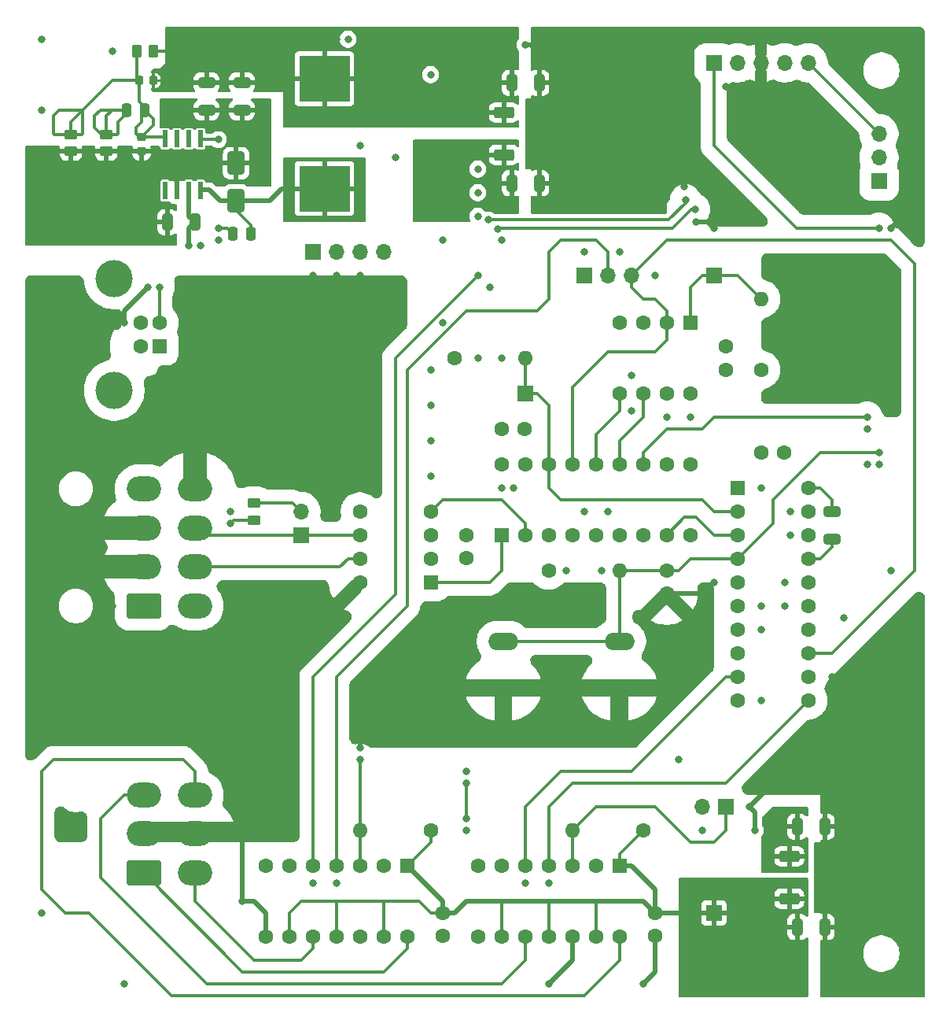
<source format=gbr>
%TF.GenerationSoftware,KiCad,Pcbnew,9.0.0*%
%TF.CreationDate,2025-10-01T11:12:32-04:00*%
%TF.ProjectId,can_gauge_interface,63616e5f-6761-4756-9765-5f696e746572,0.2*%
%TF.SameCoordinates,Original*%
%TF.FileFunction,Copper,L1,Top*%
%TF.FilePolarity,Positive*%
%FSLAX46Y46*%
G04 Gerber Fmt 4.6, Leading zero omitted, Abs format (unit mm)*
G04 Created by KiCad (PCBNEW 9.0.0) date 2025-10-01 11:12:32*
%MOMM*%
%LPD*%
G01*
G04 APERTURE LIST*
G04 Aperture macros list*
%AMRoundRect*
0 Rectangle with rounded corners*
0 $1 Rounding radius*
0 $2 $3 $4 $5 $6 $7 $8 $9 X,Y pos of 4 corners*
0 Add a 4 corners polygon primitive as box body*
4,1,4,$2,$3,$4,$5,$6,$7,$8,$9,$2,$3,0*
0 Add four circle primitives for the rounded corners*
1,1,$1+$1,$2,$3*
1,1,$1+$1,$4,$5*
1,1,$1+$1,$6,$7*
1,1,$1+$1,$8,$9*
0 Add four rect primitives between the rounded corners*
20,1,$1+$1,$2,$3,$4,$5,0*
20,1,$1+$1,$4,$5,$6,$7,0*
20,1,$1+$1,$6,$7,$8,$9,0*
20,1,$1+$1,$8,$9,$2,$3,0*%
G04 Aperture macros list end*
%TA.AperFunction,SMDPad,CuDef*%
%ADD10R,5.400000X4.900000*%
%TD*%
%TA.AperFunction,ComponentPad*%
%ADD11R,1.700000X1.700000*%
%TD*%
%TA.AperFunction,SMDPad,CuDef*%
%ADD12RoundRect,0.250000X-0.325000X-0.650000X0.325000X-0.650000X0.325000X0.650000X-0.325000X0.650000X0*%
%TD*%
%TA.AperFunction,SMDPad,CuDef*%
%ADD13RoundRect,0.250000X0.250000X0.475000X-0.250000X0.475000X-0.250000X-0.475000X0.250000X-0.475000X0*%
%TD*%
%TA.AperFunction,ComponentPad*%
%ADD14O,1.700000X1.700000*%
%TD*%
%TA.AperFunction,ComponentPad*%
%ADD15C,1.600000*%
%TD*%
%TA.AperFunction,ComponentPad*%
%ADD16O,1.600000X1.600000*%
%TD*%
%TA.AperFunction,SMDPad,CuDef*%
%ADD17RoundRect,0.250000X-0.850000X-0.350000X0.850000X-0.350000X0.850000X0.350000X-0.850000X0.350000X0*%
%TD*%
%TA.AperFunction,SMDPad,CuDef*%
%ADD18RoundRect,0.250000X-1.275000X-1.125000X1.275000X-1.125000X1.275000X1.125000X-1.275000X1.125000X0*%
%TD*%
%TA.AperFunction,SMDPad,CuDef*%
%ADD19RoundRect,0.249997X-2.950003X-2.650003X2.950003X-2.650003X2.950003X2.650003X-2.950003X2.650003X0*%
%TD*%
%TA.AperFunction,SMDPad,CuDef*%
%ADD20RoundRect,0.225000X-0.250000X0.225000X-0.250000X-0.225000X0.250000X-0.225000X0.250000X0.225000X0*%
%TD*%
%TA.AperFunction,ComponentPad*%
%ADD21RoundRect,0.250001X1.599999X-1.099999X1.599999X1.099999X-1.599999X1.099999X-1.599999X-1.099999X0*%
%TD*%
%TA.AperFunction,ComponentPad*%
%ADD22O,3.700000X2.700000*%
%TD*%
%TA.AperFunction,SMDPad,CuDef*%
%ADD23RoundRect,0.250000X-0.262500X-0.450000X0.262500X-0.450000X0.262500X0.450000X-0.262500X0.450000X0*%
%TD*%
%TA.AperFunction,ComponentPad*%
%ADD24R,1.600000X1.600000*%
%TD*%
%TA.AperFunction,ComponentPad*%
%ADD25C,4.000000*%
%TD*%
%TA.AperFunction,SMDPad,CuDef*%
%ADD26RoundRect,0.225000X-0.225000X-0.250000X0.225000X-0.250000X0.225000X0.250000X-0.225000X0.250000X0*%
%TD*%
%TA.AperFunction,SMDPad,CuDef*%
%ADD27RoundRect,0.250000X-0.450000X0.262500X-0.450000X-0.262500X0.450000X-0.262500X0.450000X0.262500X0*%
%TD*%
%TA.AperFunction,ComponentPad*%
%ADD28O,3.200000X1.900000*%
%TD*%
%TA.AperFunction,SMDPad,CuDef*%
%ADD29RoundRect,0.250000X-0.650000X0.325000X-0.650000X-0.325000X0.650000X-0.325000X0.650000X0.325000X0*%
%TD*%
%TA.AperFunction,ComponentPad*%
%ADD30RoundRect,0.250000X-0.550000X0.550000X-0.550000X-0.550000X0.550000X-0.550000X0.550000X0.550000X0*%
%TD*%
%TA.AperFunction,SMDPad,CuDef*%
%ADD31RoundRect,0.250000X0.650000X-1.000000X0.650000X1.000000X-0.650000X1.000000X-0.650000X-1.000000X0*%
%TD*%
%TA.AperFunction,ComponentPad*%
%ADD32RoundRect,0.250000X0.550000X0.550000X-0.550000X0.550000X-0.550000X-0.550000X0.550000X-0.550000X0*%
%TD*%
%TA.AperFunction,ComponentPad*%
%ADD33RoundRect,0.250000X-0.550000X-0.550000X0.550000X-0.550000X0.550000X0.550000X-0.550000X0.550000X0*%
%TD*%
%TA.AperFunction,SMDPad,CuDef*%
%ADD34RoundRect,0.250000X-0.250000X-0.475000X0.250000X-0.475000X0.250000X0.475000X-0.250000X0.475000X0*%
%TD*%
%TA.AperFunction,SMDPad,CuDef*%
%ADD35R,0.610000X1.910000*%
%TD*%
%TA.AperFunction,SMDPad,CuDef*%
%ADD36R,1.550000X1.205000*%
%TD*%
%TA.AperFunction,ComponentPad*%
%ADD37RoundRect,0.250000X0.550000X-0.550000X0.550000X0.550000X-0.550000X0.550000X-0.550000X-0.550000X0*%
%TD*%
%TA.AperFunction,SMDPad,CuDef*%
%ADD38RoundRect,0.250000X0.650000X-0.325000X0.650000X0.325000X-0.650000X0.325000X-0.650000X-0.325000X0*%
%TD*%
%TA.AperFunction,SMDPad,CuDef*%
%ADD39RoundRect,0.250000X0.325000X0.650000X-0.325000X0.650000X-0.325000X-0.650000X0.325000X-0.650000X0*%
%TD*%
%TA.AperFunction,ViaPad*%
%ADD40C,0.812800*%
%TD*%
%TA.AperFunction,Conductor*%
%ADD41C,0.508000*%
%TD*%
%TA.AperFunction,Conductor*%
%ADD42C,0.304800*%
%TD*%
G04 APERTURE END LIST*
D10*
%TO.P,L1,1,1*%
%TO.N,/PH*%
X82550000Y-120200000D03*
%TO.P,L1,2,2*%
%TO.N,+7V*%
X82550000Y-108400000D03*
%TD*%
D11*
%TO.P,J7,1,Pin_1*%
%TO.N,/ROM_~{CS}*%
X124460000Y-129540000D03*
%TD*%
D12*
%TO.P,C9,1*%
%TO.N,+5V*%
X102714000Y-119634000D03*
%TO.P,C9,2*%
%TO.N,GND*%
X105664000Y-119634000D03*
%TD*%
D13*
%TO.P,C7,1*%
%TO.N,/sense*%
X63180000Y-111760000D03*
%TO.P,C7,2*%
%TO.N,Net-(C7-Pad2)*%
X61280000Y-111760000D03*
%TD*%
D11*
%TO.P,J9,1,Pin_1*%
%TO.N,+12V*%
X81280000Y-127000000D03*
D14*
%TO.P,J9,2,Pin_2*%
%TO.N,+7V*%
X83820000Y-127000000D03*
%TO.P,J9,3,Pin_3*%
%TO.N,+5V*%
X86360000Y-127000000D03*
%TO.P,J9,4,Pin_4*%
%TO.N,GND*%
X88900000Y-127000000D03*
%TD*%
D12*
%TO.P,C19,1*%
%TO.N,+5VA*%
X133448000Y-199644000D03*
%TO.P,C19,2*%
%TO.N,GND*%
X136398000Y-199644000D03*
%TD*%
D15*
%TO.P,R10,1*%
%TO.N,+5VA*%
X93980000Y-189230000D03*
D16*
%TO.P,R10,2*%
%TO.N,/DAC1_~{CS}*%
X86360000Y-189230000D03*
%TD*%
D12*
%TO.P,C18,1*%
%TO.N,+7V*%
X133448000Y-188849000D03*
%TO.P,C18,2*%
%TO.N,GND*%
X136398000Y-188849000D03*
%TD*%
D17*
%TO.P,U6,1,In*%
%TO.N,+7V*%
X101854000Y-112014000D03*
D18*
%TO.P,U6,2,GND*%
%TO.N,GND*%
X106479000Y-112769000D03*
X106479000Y-115819000D03*
D19*
X108154000Y-114294000D03*
D18*
X109829000Y-112769000D03*
X109829000Y-115819000D03*
D17*
%TO.P,U6,3,Out*%
%TO.N,+5V*%
X101854000Y-116574000D03*
%TD*%
D15*
%TO.P,C16,1*%
%TO.N,+5VA*%
X95250000Y-198120000D03*
%TO.P,C16,2*%
%TO.N,GND*%
X95250000Y-200620000D03*
%TD*%
D20*
%TO.P,C4,1*%
%TO.N,/sense*%
X62865000Y-114655000D03*
%TO.P,C4,2*%
%TO.N,GND*%
X62865000Y-116205000D03*
%TD*%
D21*
%TO.P,J3,1,Pin_1*%
%TO.N,/AN1*%
X63080000Y-193820000D03*
D22*
%TO.P,J3,2,Pin_2*%
%TO.N,GND*%
X63080000Y-189620000D03*
%TO.P,J3,3,Pin_3*%
%TO.N,/AN4*%
X63080000Y-185420000D03*
%TO.P,J3,4,Pin_4*%
%TO.N,/AN2*%
X68580000Y-193820000D03*
%TO.P,J3,5,Pin_5*%
%TO.N,GND*%
X68580000Y-189620000D03*
%TO.P,J3,6,Pin_6*%
%TO.N,/AN3*%
X68580000Y-185420000D03*
%TD*%
D23*
%TO.P,R1,1*%
%TO.N,/sense*%
X62310000Y-105410000D03*
%TO.P,R1,2*%
%TO.N,+7V*%
X64135000Y-105410000D03*
%TD*%
D24*
%TO.P,J1,1,VBUS*%
%TO.N,unconnected-(J1-VBUS-Pad1)*%
X64770000Y-137160000D03*
D15*
%TO.P,J1,2,D-*%
%TO.N,/USB_D-*%
X64770000Y-134660000D03*
%TO.P,J1,3,D+*%
%TO.N,/USB_D+*%
X62770000Y-134660000D03*
%TO.P,J1,4,GND*%
%TO.N,GND*%
X62770000Y-137160000D03*
D25*
%TO.P,J1,5,Shield*%
%TO.N,unconnected-(J1-Shield-Pad5)_1*%
X59910000Y-141910000D03*
%TO.N,unconnected-(J1-Shield-Pad5)*%
X59910000Y-129910000D03*
%TD*%
D11*
%TO.P,JP5,1,A*%
%TO.N,/CAN_L*%
X80010000Y-157480000D03*
D14*
%TO.P,JP5,2,B*%
%TO.N,Net-(JP5-B)*%
X80010000Y-154940000D03*
%TD*%
D26*
%TO.P,C6,1*%
%TO.N,/sense*%
X62585000Y-108585000D03*
%TO.P,C6,2*%
%TO.N,+7V*%
X64135000Y-108585000D03*
%TD*%
D27*
%TO.P,R2,1*%
%TO.N,/sense*%
X55245000Y-114380000D03*
%TO.P,R2,2*%
%TO.N,GND*%
X55245000Y-116205000D03*
%TD*%
D15*
%TO.P,R6,1*%
%TO.N,+5V*%
X106680000Y-161290000D03*
D16*
%TO.P,R6,2*%
%TO.N,/~{MCLR}*%
X114300000Y-161290000D03*
%TD*%
D11*
%TO.P,J8,1,Pin_1*%
%TO.N,/DAC2_~{CS}*%
X125730000Y-186690000D03*
D14*
%TO.P,J8,2,Pin_2*%
%TO.N,/DAC1_~{CS}*%
X123190000Y-186690000D03*
%TD*%
D28*
%TO.P,SW1,1,1*%
%TO.N,GND*%
X114300000Y-173910000D03*
X101800000Y-173910000D03*
%TO.P,SW1,2,2*%
%TO.N,/~{MCLR}*%
X114300000Y-168910000D03*
X101800000Y-168910000D03*
%TD*%
D29*
%TO.P,C3,1*%
%TO.N,+7V*%
X69850000Y-108810000D03*
%TO.P,C3,2*%
%TO.N,GND*%
X69850000Y-111760000D03*
%TD*%
D11*
%TO.P,J6,1,Pin_1*%
%TO.N,/CAN_~{CS}*%
X104140000Y-142240000D03*
%TD*%
D15*
%TO.P,R9,1*%
%TO.N,+5V*%
X129540000Y-139700000D03*
D16*
%TO.P,R9,2*%
%TO.N,/ROM_~{CS}*%
X129540000Y-132080000D03*
%TD*%
D11*
%TO.P,JP2,1,A*%
%TO.N,/INT*%
X142240000Y-119380000D03*
D14*
%TO.P,JP2,2,C*%
%TO.N,/INT{slash}ICSP_CLK*%
X142240000Y-116840000D03*
%TO.P,JP2,3,B*%
%TO.N,/ICSP_CLK*%
X142240000Y-114300000D03*
%TD*%
D30*
%TO.P,U8,1,Vdd*%
%TO.N,+5VA*%
X91440000Y-193040000D03*
D15*
%TO.P,U8,2,NC*%
%TO.N,unconnected-(U8-NC-Pad2)*%
X88900000Y-193040000D03*
%TO.P,U8,3,~{CS}*%
%TO.N,/DAC1_~{CS}*%
X86360000Y-193040000D03*
%TO.P,U8,4,SCK*%
%TO.N,/SCK*%
X83820000Y-193040000D03*
%TO.P,U8,5,SDI*%
%TO.N,/MOSI*%
X81280000Y-193040000D03*
%TO.P,U8,6,NC*%
%TO.N,unconnected-(U8-NC-Pad6)*%
X78740000Y-193040000D03*
%TO.P,U8,7,NC*%
%TO.N,unconnected-(U8-NC-Pad7)*%
X76200000Y-193040000D03*
%TO.P,U8,8,~{LDAC}*%
%TO.N,GND*%
X76200000Y-200660000D03*
%TO.P,U8,9,~{SHDN}*%
%TO.N,+5VA*%
X78740000Y-200660000D03*
%TO.P,U8,10,VB*%
%TO.N,/AN2*%
X81280000Y-200660000D03*
%TO.P,U8,11,VrefB*%
%TO.N,+5VA*%
X83820000Y-200660000D03*
%TO.P,U8,12,Vss*%
%TO.N,GND*%
X86360000Y-200660000D03*
%TO.P,U8,13,VrefA*%
%TO.N,+5VA*%
X88900000Y-200660000D03*
%TO.P,U8,14,VA*%
%TO.N,/AN1*%
X91440000Y-200660000D03*
%TD*%
D31*
%TO.P,D1,1,K*%
%TO.N,/PH*%
X73025000Y-121475000D03*
%TO.P,D1,2,A*%
%TO.N,GND*%
X73025000Y-117475000D03*
%TD*%
D21*
%TO.P,J2,1,Pin_1*%
%TO.N,/Tach*%
X63080000Y-165100000D03*
D22*
%TO.P,J2,2,Pin_2*%
%TO.N,GND*%
X63080000Y-160900000D03*
%TO.P,J2,3,Pin_3*%
X63080000Y-156700000D03*
%TO.P,J2,4,Pin_4*%
%TO.N,+12V*%
X63080000Y-152500000D03*
%TO.P,J2,5,Pin_5*%
%TO.N,/Speed*%
X68580000Y-165100000D03*
%TO.P,J2,6,Pin_6*%
%TO.N,/CAN_H*%
X68580000Y-160900000D03*
%TO.P,J2,7,Pin_7*%
%TO.N,/CAN_L*%
X68580000Y-156700000D03*
%TO.P,J2,8,Pin_8*%
%TO.N,GND*%
X68580000Y-152500000D03*
%TD*%
D27*
%TO.P,R3,1*%
%TO.N,Net-(C7-Pad2)*%
X59055000Y-114380000D03*
%TO.P,R3,2*%
%TO.N,GND*%
X59055000Y-116205000D03*
%TD*%
D32*
%TO.P,U3,1,TXD*%
%TO.N,/CAN_TX*%
X93980000Y-162560000D03*
D15*
%TO.P,U3,2,VSS*%
%TO.N,GND*%
X93980000Y-160020000D03*
%TO.P,U3,3,VDD*%
%TO.N,+5V*%
X93980000Y-157480000D03*
%TO.P,U3,4,RXD*%
%TO.N,/CAN_RX*%
X93980000Y-154940000D03*
%TO.P,U3,5,SPLIT*%
%TO.N,unconnected-(U3-SPLIT-Pad5)*%
X86360000Y-154940000D03*
%TO.P,U3,6,CANL*%
%TO.N,/CAN_L*%
X86360000Y-157480000D03*
%TO.P,U3,7,CANH*%
%TO.N,/CAN_H*%
X86360000Y-160020000D03*
%TO.P,U3,8,STBY*%
%TO.N,GND*%
X86360000Y-162560000D03*
%TD*%
%TO.P,R7,1*%
%TO.N,+5V*%
X96520000Y-138430000D03*
D16*
%TO.P,R7,2*%
%TO.N,/CAN_~{CS}*%
X104140000Y-138430000D03*
%TD*%
D29*
%TO.P,C5,1*%
%TO.N,+7V*%
X73660000Y-108810000D03*
%TO.P,C5,2*%
%TO.N,GND*%
X73660000Y-111760000D03*
%TD*%
D11*
%TO.P,J4,1,Pin_1*%
%TO.N,/~{MCLR}*%
X124460000Y-106680000D03*
D14*
%TO.P,J4,2,Pin_2*%
%TO.N,+5V*%
X127000000Y-106680000D03*
%TO.P,J4,3,Pin_3*%
%TO.N,GND*%
X129540000Y-106680000D03*
%TO.P,J4,4,Pin_4*%
%TO.N,/ICSP_DAT*%
X132080000Y-106680000D03*
%TO.P,J4,5,Pin_5*%
%TO.N,/ICSP_CLK*%
X134620000Y-106680000D03*
%TD*%
D15*
%TO.P,C14,1*%
%TO.N,GND*%
X97790000Y-159980000D03*
%TO.P,C14,2*%
%TO.N,+5V*%
X97790000Y-157480000D03*
%TD*%
D11*
%TO.P,J5,1,Pin_1*%
%TO.N,/MOSI*%
X110490000Y-129540000D03*
D14*
%TO.P,J5,2,Pin_2*%
%TO.N,/SCK*%
X113030000Y-129540000D03*
%TO.P,J5,3,Pin_3*%
%TO.N,/MISO*%
X115570000Y-129540000D03*
%TD*%
D12*
%TO.P,C8,1*%
%TO.N,+7V*%
X102714000Y-108839000D03*
%TO.P,C8,2*%
%TO.N,GND*%
X105664000Y-108839000D03*
%TD*%
D11*
%TO.P,J10,1,Pin_1*%
%TO.N,+5VA*%
X124460000Y-198120000D03*
%TD*%
D33*
%TO.P,U1,1,VDD*%
%TO.N,+5V*%
X127000000Y-152400000D03*
D15*
%TO.P,U1,2,RA5/SOSCI/T1CKI/OSC1/CLKIN*%
%TO.N,/CAN_~{CS}*%
X127000000Y-154940000D03*
%TO.P,U1,3,RA4/AN3/SOSCO/T1G/OSC2/CLKOUT/CLKR*%
%TO.N,/CLK*%
X127000000Y-157480000D03*
%TO.P,U1,4,RA3/T1G/~{SS}/~{MCLR}/Vpp*%
%TO.N,/~{MCLR}*%
X127000000Y-160020000D03*
%TO.P,U1,5,PWM1/CWG1A/T0CKI/RC5*%
%TO.N,/ROM_~{CS}*%
X127000000Y-162560000D03*
%TO.P,U1,6,CWG1B/C1OUT/C2OUT/RC4*%
%TO.N,/Speed*%
X127000000Y-165100000D03*
%TO.P,U1,7,CLKR/C1IN3-/C2IN3-/DACOUT2/AN7/RC3*%
%TO.N,/Tach*%
X127000000Y-167640000D03*
%TO.P,U1,8,~{SS}/PWM2/AN8/RC6*%
%TO.N,unconnected-(U1-~{SS}{slash}PWM2{slash}AN8{slash}RC6-Pad8)*%
X127000000Y-170180000D03*
%TO.P,U1,9,SDO/AN9/RC7*%
%TO.N,/MOSI*%
X127000000Y-172720000D03*
%TO.P,U1,10,RB7/TX/CK*%
%TO.N,/DAC1_~{CS}*%
X127000000Y-175260000D03*
%TO.P,U1,11,RB6/SCL/SCK*%
%TO.N,/SCK*%
X134620000Y-175260000D03*
%TO.P,U1,12,RB5/AN11/RX/DX*%
%TO.N,/DAC2_~{CS}*%
X134620000Y-172720000D03*
%TO.P,U1,13,RB4/AN10/SDA/SDI*%
%TO.N,/MISO*%
X134620000Y-170180000D03*
%TO.P,U1,14,C2IN2-/C1IN2-/DACOUT1/AN6/RC2*%
%TO.N,unconnected-(U1-C2IN2-{slash}C1IN2-{slash}DACOUT1{slash}AN6{slash}RC2-Pad14)*%
X134620000Y-167640000D03*
%TO.P,U1,15,ICSPCLK/~{CWGFLT}/C2IN-/C1IN-/AN5/RC1*%
%TO.N,/INT{slash}ICSP_CLK*%
X134620000Y-165100000D03*
%TO.P,U1,16,ICSPDAT/C2IN+/C1IN+/Vref+/AN4/RC0*%
%TO.N,/ICSP_DAT*%
X134620000Y-162560000D03*
%TO.P,U1,17,Vusb3v3*%
%TO.N,Net-(U1-Vusb3v3)*%
X134620000Y-160020000D03*
%TO.P,U1,18,RA1/D-/ICSPCLK*%
%TO.N,/USB_D-*%
X134620000Y-157480000D03*
%TO.P,U1,19,RA0/D+/ICSPDAT*%
%TO.N,/USB_D+*%
X134620000Y-154940000D03*
%TO.P,U1,20,VSS*%
%TO.N,GND*%
X134620000Y-152400000D03*
%TD*%
D34*
%TO.P,C2,1*%
%TO.N,Net-(U5-BOOT)*%
X72710000Y-125095000D03*
%TO.P,C2,2*%
%TO.N,/PH*%
X74610000Y-125095000D03*
%TD*%
D35*
%TO.P,U5,1,BOOT*%
%TO.N,Net-(U5-BOOT)*%
X69215000Y-114855000D03*
%TO.P,U5,2,NC*%
%TO.N,unconnected-(U5-NC-Pad2)*%
X67945000Y-114855000D03*
%TO.P,U5,3,NC*%
%TO.N,unconnected-(U5-NC-Pad3)*%
X66675000Y-114855000D03*
%TO.P,U5,4,VSENSE*%
%TO.N,/sense*%
X65405000Y-114855000D03*
%TO.P,U5,5,EN*%
%TO.N,unconnected-(U5-EN-Pad5)*%
X65405000Y-120415000D03*
%TO.P,U5,6,GND*%
%TO.N,GND*%
X66675000Y-120415000D03*
%TO.P,U5,7,VIN*%
%TO.N,+12V*%
X67945000Y-120415000D03*
%TO.P,U5,8,PH*%
%TO.N,/PH*%
X69215000Y-120415000D03*
D36*
%TO.P,U5,9,GNDPAD*%
%TO.N,GND*%
X68085000Y-117032500D03*
X66535000Y-117032500D03*
X68085000Y-118237500D03*
X66535000Y-118237500D03*
%TD*%
D15*
%TO.P,C12,1*%
%TO.N,/~{MCLR}*%
X119380000Y-161290000D03*
%TO.P,C12,2*%
%TO.N,GND*%
X119380000Y-163790000D03*
%TD*%
%TO.P,C17,1*%
%TO.N,+5VA*%
X118110000Y-198120000D03*
%TO.P,C17,2*%
%TO.N,GND*%
X118110000Y-200620000D03*
%TD*%
D27*
%TO.P,R8,1*%
%TO.N,Net-(JP5-B)*%
X74930000Y-154027500D03*
%TO.P,R8,2*%
%TO.N,/CAN_H*%
X74930000Y-155852500D03*
%TD*%
D15*
%TO.P,C10,1*%
%TO.N,+5V*%
X129540000Y-148590000D03*
%TO.P,C10,2*%
%TO.N,GND*%
X132040000Y-148590000D03*
%TD*%
%TO.P,C13,1*%
%TO.N,GND*%
X101600000Y-146050000D03*
%TO.P,C13,2*%
%TO.N,+5V*%
X104100000Y-146050000D03*
%TD*%
%TO.P,R11,1*%
%TO.N,+5VA*%
X116840000Y-189230000D03*
D16*
%TO.P,R11,2*%
%TO.N,/DAC2_~{CS}*%
X109220000Y-189230000D03*
%TD*%
D37*
%TO.P,U2,1,TXCAN*%
%TO.N,/CAN_TX*%
X101600000Y-157480000D03*
D15*
%TO.P,U2,2,RXCAN*%
%TO.N,/CAN_RX*%
X104140000Y-157480000D03*
%TO.P,U2,3,CLKOUT/SOF*%
%TO.N,unconnected-(U2-CLKOUT{slash}SOF-Pad3)*%
X106680000Y-157480000D03*
%TO.P,U2,4,~{TX0RTS}*%
%TO.N,+5V*%
X109220000Y-157480000D03*
%TO.P,U2,5,~{TX1RTS}*%
X111760000Y-157480000D03*
%TO.P,U2,6,~{TX2RTS}*%
X114300000Y-157480000D03*
%TO.P,U2,7,OSC2*%
%TO.N,unconnected-(U2-OSC2-Pad7)*%
X116840000Y-157480000D03*
%TO.P,U2,8,OSC1*%
%TO.N,/CLK*%
X119380000Y-157480000D03*
%TO.P,U2,9,VSS*%
%TO.N,GND*%
X121920000Y-157480000D03*
%TO.P,U2,10,~{RX1BF}*%
%TO.N,unconnected-(U2-~{RX1BF}-Pad10)*%
X121920000Y-149860000D03*
%TO.P,U2,11,~{RX0BF}*%
%TO.N,unconnected-(U2-~{RX0BF}-Pad11)*%
X119380000Y-149860000D03*
%TO.P,U2,12,~{INT}*%
%TO.N,/INT*%
X116840000Y-149860000D03*
%TO.P,U2,13,SCK*%
%TO.N,/SCK*%
X114300000Y-149860000D03*
%TO.P,U2,14,SI*%
%TO.N,/MOSI*%
X111760000Y-149860000D03*
%TO.P,U2,15,SO*%
%TO.N,/MISO*%
X109220000Y-149860000D03*
%TO.P,U2,16,~{CS}*%
%TO.N,/CAN_~{CS}*%
X106680000Y-149860000D03*
%TO.P,U2,17,~{RESET}*%
%TO.N,+5V*%
X104140000Y-149860000D03*
%TO.P,U2,18,VDD*%
X101600000Y-149860000D03*
%TD*%
D38*
%TO.P,C11,1*%
%TO.N,Net-(U1-Vusb3v3)*%
X137160000Y-157890000D03*
%TO.P,C11,2*%
%TO.N,GND*%
X137160000Y-154940000D03*
%TD*%
D30*
%TO.P,U4,1,~{CS}*%
%TO.N,/ROM_~{CS}*%
X121920000Y-134620000D03*
D15*
%TO.P,U4,2,MISO*%
%TO.N,/MISO*%
X119380000Y-134620000D03*
%TO.P,U4,3,~{WP}*%
%TO.N,+5V*%
X116840000Y-134620000D03*
%TO.P,U4,4,GND*%
%TO.N,GND*%
X114300000Y-134620000D03*
%TO.P,U4,5,MOSI*%
%TO.N,/MOSI*%
X114300000Y-142240000D03*
%TO.P,U4,6,SCK*%
%TO.N,/SCK*%
X116840000Y-142240000D03*
%TO.P,U4,7,~{HOLD}*%
%TO.N,+5V*%
X119380000Y-142240000D03*
%TO.P,U4,8,VCC*%
X121920000Y-142240000D03*
%TD*%
D17*
%TO.P,U7,1,In*%
%TO.N,+7V*%
X132588000Y-192024000D03*
D18*
%TO.P,U7,2,GND*%
%TO.N,GND*%
X137213000Y-192779000D03*
X137213000Y-195829000D03*
D19*
X138888000Y-194304000D03*
D18*
X140563000Y-192779000D03*
X140563000Y-195829000D03*
D17*
%TO.P,U7,3,Out*%
%TO.N,+5VA*%
X132588000Y-196584000D03*
%TD*%
D39*
%TO.P,C1,1*%
%TO.N,+12V*%
X68580000Y-123825000D03*
%TO.P,C1,2*%
%TO.N,GND*%
X65630000Y-123825000D03*
%TD*%
D15*
%TO.P,C15,1*%
%TO.N,GND*%
X125730000Y-137200000D03*
%TO.P,C15,2*%
%TO.N,+5V*%
X125730000Y-139700000D03*
%TD*%
D30*
%TO.P,U9,1,Vdd*%
%TO.N,+5VA*%
X114300000Y-193040000D03*
D15*
%TO.P,U9,2,NC*%
%TO.N,unconnected-(U9-NC-Pad2)*%
X111760000Y-193040000D03*
%TO.P,U9,3,~{CS}*%
%TO.N,/DAC2_~{CS}*%
X109220000Y-193040000D03*
%TO.P,U9,4,SCK*%
%TO.N,/SCK*%
X106680000Y-193040000D03*
%TO.P,U9,5,SDI*%
%TO.N,/MOSI*%
X104140000Y-193040000D03*
%TO.P,U9,6,NC*%
%TO.N,unconnected-(U9-NC-Pad6)*%
X101600000Y-193040000D03*
%TO.P,U9,7,NC*%
%TO.N,unconnected-(U9-NC-Pad7)*%
X99060000Y-193040000D03*
%TO.P,U9,8,~{LDAC}*%
%TO.N,GND*%
X99060000Y-200660000D03*
%TO.P,U9,9,~{SHDN}*%
%TO.N,+5VA*%
X101600000Y-200660000D03*
%TO.P,U9,10,VB*%
%TO.N,/AN4*%
X104140000Y-200660000D03*
%TO.P,U9,11,VrefB*%
%TO.N,+5VA*%
X106680000Y-200660000D03*
%TO.P,U9,12,Vss*%
%TO.N,GND*%
X109220000Y-200660000D03*
%TO.P,U9,13,VrefA*%
%TO.N,+5VA*%
X111760000Y-200660000D03*
%TO.P,U9,14,VA*%
%TO.N,/AN3*%
X114300000Y-200660000D03*
%TD*%
D40*
%TO.N,GND*%
X113030000Y-121920000D03*
X109220000Y-121920000D03*
X105410000Y-121920000D03*
X118110000Y-121920000D03*
X124460000Y-124460000D03*
X52070000Y-111760000D03*
X59690000Y-105410000D03*
X52070000Y-104140000D03*
X138430000Y-166370000D03*
X143510000Y-161290000D03*
X73660000Y-196850000D03*
X55880000Y-189230000D03*
X52070000Y-198120000D03*
X60960000Y-205740000D03*
X106680000Y-205740000D03*
X116840000Y-205740000D03*
X138430000Y-105410000D03*
X137160000Y-121920000D03*
X123190000Y-118110000D03*
X93980000Y-107950000D03*
X90170000Y-116840000D03*
X86360000Y-115570000D03*
X95250000Y-134620000D03*
X93980000Y-147320000D03*
X93980000Y-143510000D03*
X93980000Y-139700000D03*
X93980000Y-151130000D03*
X120650000Y-181610000D03*
X71120000Y-135890000D03*
X81280000Y-135890000D03*
X83820000Y-138430000D03*
X78740000Y-138430000D03*
X78740000Y-143510000D03*
X83820000Y-143510000D03*
X87630000Y-138430000D03*
X87630000Y-143510000D03*
X87630000Y-148590000D03*
X83820000Y-148590000D03*
X78740000Y-148590000D03*
X73660000Y-148590000D03*
X73660000Y-143510000D03*
X73660000Y-138430000D03*
X90805000Y-132715000D03*
X86360000Y-132715000D03*
X81280000Y-132715000D03*
X68580000Y-132715000D03*
X68580000Y-138430000D03*
X68580000Y-143510000D03*
X68580000Y-148590000D03*
X57150000Y-134620000D03*
X52070000Y-130810000D03*
X52070000Y-138430000D03*
X52070000Y-143510000D03*
X52070000Y-148590000D03*
X52070000Y-153670000D03*
X52070000Y-158750000D03*
X52070000Y-163830000D03*
X55880000Y-157480000D03*
X55880000Y-161290000D03*
X58420000Y-168910000D03*
X58420000Y-173990000D03*
X52070000Y-168910000D03*
X52070000Y-173990000D03*
X52070000Y-179070000D03*
X58420000Y-179070000D03*
X63500000Y-173990000D03*
X63500000Y-179070000D03*
X68580000Y-179070000D03*
X68580000Y-173990000D03*
X68580000Y-168910000D03*
X73660000Y-168910000D03*
X73660000Y-173990000D03*
X73660000Y-179070000D03*
X73660000Y-184150000D03*
X73660000Y-189230000D03*
X74930000Y-165100000D03*
X77470000Y-163830000D03*
X81280000Y-165100000D03*
X83820000Y-165100000D03*
X81280000Y-168910000D03*
X78740000Y-173990000D03*
X78740000Y-179070000D03*
X78740000Y-184150000D03*
X78740000Y-189230000D03*
X121920000Y-168910000D03*
X107950000Y-173990000D03*
X110490000Y-163830000D03*
X104140000Y-163830000D03*
X97790000Y-168910000D03*
X96520000Y-165100000D03*
X91440000Y-168910000D03*
X86360000Y-176530000D03*
X91440000Y-173990000D03*
X91440000Y-179070000D03*
X96520000Y-179070000D03*
X101600000Y-179070000D03*
X106680000Y-179070000D03*
X111760000Y-179070000D03*
X116840000Y-177800000D03*
X121920000Y-172720000D03*
X138430000Y-177800000D03*
X138430000Y-182880000D03*
X144780000Y-167640000D03*
X144780000Y-172720000D03*
X144780000Y-177800000D03*
X144780000Y-182880000D03*
X132080000Y-182880000D03*
X143510000Y-135890000D03*
X143510000Y-129540000D03*
X143510000Y-142240000D03*
X137160000Y-129540000D03*
X134620000Y-134620000D03*
X144780000Y-111760000D03*
X134620000Y-114300000D03*
X134620000Y-119380000D03*
X129540000Y-114300000D03*
X128270000Y-109220000D03*
X66040000Y-125730000D03*
X71755000Y-111760000D03*
X73660000Y-113665000D03*
X122555000Y-123825000D03*
X99060000Y-138430000D03*
X63500000Y-124460000D03*
X139700000Y-116840000D03*
X110490000Y-109220000D03*
X125730000Y-109220000D03*
X113030000Y-111760000D03*
X146050000Y-196850000D03*
X118110000Y-129540000D03*
X67310000Y-111760000D03*
X110490000Y-119380000D03*
X138430000Y-199390000D03*
X69215000Y-126365000D03*
X119380000Y-144780000D03*
X146050000Y-193040000D03*
X143510000Y-189230000D03*
X75565000Y-117475000D03*
X104140000Y-104775000D03*
X81280000Y-129540000D03*
X118110000Y-116840000D03*
X65405000Y-111760000D03*
X55880000Y-121920000D03*
X121285000Y-120015000D03*
X132080000Y-139700000D03*
X138430000Y-189230000D03*
X132080000Y-162560000D03*
X110490000Y-127000000D03*
X128905000Y-189230000D03*
X107950000Y-119380000D03*
X99060000Y-120650000D03*
X140970000Y-149860000D03*
X142240000Y-149860000D03*
X132715000Y-157480000D03*
X143510000Y-124460000D03*
X128270000Y-186690000D03*
X132080000Y-165100000D03*
X85090000Y-104140000D03*
X129540000Y-165100000D03*
X130810000Y-109220000D03*
X52070000Y-116840000D03*
X129540000Y-152400000D03*
X52070000Y-119380000D03*
X59690000Y-165100000D03*
X146050000Y-205740000D03*
X101600000Y-125730000D03*
X133350000Y-109220000D03*
X59690000Y-121920000D03*
X115570000Y-140335000D03*
X55880000Y-119380000D03*
X72390000Y-163830000D03*
X86360000Y-129540000D03*
X106680000Y-194945000D03*
X75565000Y-114935000D03*
X112395000Y-161290000D03*
X63500000Y-168910000D03*
X121920000Y-144780000D03*
X140970000Y-189230000D03*
X113030000Y-114300000D03*
X60960000Y-134620000D03*
X115570000Y-144145000D03*
X118110000Y-111760000D03*
X71120000Y-125730000D03*
X138430000Y-205740000D03*
X99060000Y-118110000D03*
X100330000Y-130810000D03*
X102870000Y-152400000D03*
X72390000Y-114935000D03*
X123190000Y-189230000D03*
X83820000Y-129540000D03*
X63500000Y-130810000D03*
X104140000Y-194945000D03*
X101600000Y-152400000D03*
X63500000Y-121920000D03*
X137160000Y-172720000D03*
X107950000Y-109220000D03*
X101600000Y-138430000D03*
X97790000Y-189230000D03*
X118110000Y-106680000D03*
X52070000Y-124460000D03*
X139700000Y-119380000D03*
X83820000Y-194945000D03*
X146050000Y-189230000D03*
X113030000Y-106680000D03*
X72390000Y-154940000D03*
X59690000Y-119380000D03*
X129540000Y-175260000D03*
X132080000Y-132080000D03*
X81280000Y-194945000D03*
X97790000Y-182880000D03*
X124460000Y-162560000D03*
X55880000Y-124460000D03*
X108585000Y-161290000D03*
X132715000Y-154940000D03*
X143510000Y-196850000D03*
X110490000Y-154940000D03*
X113030000Y-154940000D03*
X113030000Y-116840000D03*
X63500000Y-119380000D03*
X59690000Y-124460000D03*
X75565000Y-111760000D03*
X86360000Y-180340000D03*
X129540000Y-167640000D03*
X143510000Y-193040000D03*
X99060000Y-123190000D03*
X107950000Y-106680000D03*
X52070000Y-121920000D03*
X114300000Y-127000000D03*
X140970000Y-146050000D03*
%TO.N,+12V*%
X67945000Y-126365000D03*
%TO.N,Net-(U5-BOOT)*%
X71120000Y-114935000D03*
X71120000Y-124460000D03*
%TO.N,+7V*%
X102870000Y-103505000D03*
X83820000Y-104140000D03*
X130810000Y-189230000D03*
%TO.N,+5V*%
X100330000Y-119380000D03*
%TO.N,/~{MCLR}*%
X142240000Y-124460000D03*
X142240000Y-148590000D03*
%TO.N,/USB_D+*%
X122431875Y-122431875D03*
X101218172Y-124595578D03*
%TO.N,/USB_D-*%
X100194422Y-123571828D03*
X121408125Y-121408125D03*
X64770000Y-130810000D03*
%TO.N,/CAN_H*%
X72390000Y-156210000D03*
%TO.N,/MOSI*%
X97790000Y-187960000D03*
X99060000Y-129540000D03*
X97790000Y-184150000D03*
%TO.N,/DAC1_~{CS}*%
X86360000Y-181610000D03*
%TO.N,/INT*%
X140970000Y-144780000D03*
%TO.N,GND*%
X63500000Y-148590000D03*
X59690000Y-153670000D03*
X95250000Y-125730000D03*
%TD*%
D41*
%TO.N,GND*%
X86360000Y-180340000D02*
X86360000Y-176530000D01*
X74930000Y-196850000D02*
X76200000Y-198120000D01*
X73660000Y-196850000D02*
X74930000Y-196850000D01*
X76200000Y-198120000D02*
X76200000Y-200660000D01*
X106680000Y-205740000D02*
X109220000Y-203200000D01*
X109220000Y-203200000D02*
X109220000Y-200660000D01*
X116840000Y-205740000D02*
X118110000Y-204470000D01*
X118110000Y-204470000D02*
X118110000Y-200620000D01*
X146050000Y-121920000D02*
X146050000Y-113030000D01*
X143510000Y-124460000D02*
X146050000Y-121920000D01*
X146050000Y-113030000D02*
X144780000Y-111760000D01*
X122555000Y-123825000D02*
X123825000Y-123825000D01*
X123825000Y-123825000D02*
X124460000Y-124460000D01*
X124460000Y-124460000D02*
X124460000Y-119380000D01*
X124460000Y-119380000D02*
X123190000Y-118110000D01*
X124460000Y-162560000D02*
X123230000Y-163790000D01*
X123230000Y-163790000D02*
X119380000Y-163790000D01*
X63500000Y-130810000D02*
X60960000Y-133350000D01*
X60960000Y-133350000D02*
X60960000Y-134620000D01*
X60960000Y-134620000D02*
X57150000Y-134620000D01*
%TO.N,/PH*%
X82550000Y-120200000D02*
X77920000Y-120200000D01*
X77920000Y-120200000D02*
X76645000Y-121475000D01*
X76645000Y-121475000D02*
X73025000Y-121475000D01*
D42*
%TO.N,GND*%
X134620000Y-152400000D02*
X135890000Y-152400000D01*
D41*
X105664000Y-105664000D02*
X105664000Y-108839000D01*
X104140000Y-104775000D02*
X104775000Y-104775000D01*
X66675000Y-118377500D02*
X66535000Y-118237500D01*
D42*
X137160000Y-153670000D02*
X137160000Y-154940000D01*
D41*
X104775000Y-104775000D02*
X105664000Y-105664000D01*
D42*
X135890000Y-152400000D02*
X137160000Y-153670000D01*
D41*
X66675000Y-120415000D02*
X66675000Y-118377500D01*
%TO.N,+12V*%
X67945000Y-124460000D02*
X67945000Y-126365000D01*
X67945000Y-123190000D02*
X68580000Y-123825000D01*
X68580000Y-123825000D02*
X67945000Y-124460000D01*
X67945000Y-120335000D02*
X67945000Y-123190000D01*
D42*
%TO.N,Net-(U5-BOOT)*%
X69215000Y-114935000D02*
X71120000Y-114935000D01*
X72075000Y-124460000D02*
X72710000Y-125095000D01*
X71120000Y-124460000D02*
X72075000Y-124460000D01*
D41*
%TO.N,+7V*%
X102714000Y-103661000D02*
X102870000Y-103505000D01*
D42*
X69850000Y-107315000D02*
X69850000Y-108810000D01*
D41*
X102714000Y-108839000D02*
X102714000Y-103661000D01*
D42*
X64135000Y-105410000D02*
X67945000Y-105410000D01*
X67945000Y-105410000D02*
X69850000Y-107315000D01*
%TO.N,Net-(C7-Pad2)*%
X59055000Y-112395000D02*
X59055000Y-114380000D01*
X57785000Y-113665000D02*
X57785000Y-112395000D01*
X59055000Y-114380000D02*
X60245000Y-114380000D01*
X61280000Y-111760000D02*
X59690000Y-111760000D01*
X58420000Y-111760000D02*
X59690000Y-111760000D01*
X58500000Y-114380000D02*
X57785000Y-113665000D01*
X57785000Y-112395000D02*
X58420000Y-111760000D01*
X59690000Y-111760000D02*
X59055000Y-112395000D01*
X60325000Y-113030000D02*
X60960000Y-112395000D01*
X60245000Y-114380000D02*
X60325000Y-114300000D01*
X60325000Y-114300000D02*
X60325000Y-113030000D01*
X59055000Y-114380000D02*
X58500000Y-114380000D01*
D41*
%TO.N,+5V*%
X102714000Y-119634000D02*
X100584000Y-119634000D01*
X100584000Y-119634000D02*
X100330000Y-119380000D01*
D42*
%TO.N,Net-(U1-Vusb3v3)*%
X137160000Y-158750000D02*
X137160000Y-157890000D01*
X135890000Y-160020000D02*
X137160000Y-158750000D01*
X134620000Y-160020000D02*
X135890000Y-160020000D01*
%TO.N,/~{MCLR}*%
X130810000Y-153670000D02*
X135890000Y-148590000D01*
X135890000Y-148590000D02*
X140970000Y-148590000D01*
X120650000Y-161290000D02*
X119380000Y-161290000D01*
X130810000Y-156210000D02*
X130810000Y-153670000D01*
X119380000Y-161290000D02*
X114300000Y-161290000D01*
X133350000Y-124460000D02*
X124460000Y-115570000D01*
X140970000Y-148590000D02*
X142240000Y-148590000D01*
X121920000Y-160020000D02*
X120650000Y-161290000D01*
X114300000Y-168910000D02*
X101800000Y-168910000D01*
X124460000Y-115570000D02*
X124460000Y-106680000D01*
X142240000Y-124460000D02*
X133350000Y-124460000D01*
X114300000Y-161290000D02*
X114300000Y-168910000D01*
X127000000Y-160020000D02*
X121920000Y-160020000D01*
X127000000Y-160020000D02*
X130810000Y-156210000D01*
D41*
%TO.N,+5VA*%
X106680000Y-196850000D02*
X111760000Y-196850000D01*
X95250000Y-198120000D02*
X95250000Y-196850000D01*
D42*
X80010000Y-196850000D02*
X83820000Y-196850000D01*
X88900000Y-196850000D02*
X92710000Y-196850000D01*
D41*
X95250000Y-196850000D02*
X91440000Y-193040000D01*
D42*
X93980000Y-198120000D02*
X95250000Y-198120000D01*
X92710000Y-196850000D02*
X93980000Y-198120000D01*
D41*
X101600000Y-196850000D02*
X106680000Y-196850000D01*
D42*
X83820000Y-200660000D02*
X83820000Y-196850000D01*
X88900000Y-200660000D02*
X88900000Y-196850000D01*
D41*
X116840000Y-196850000D02*
X118110000Y-198120000D01*
X124460000Y-198120000D02*
X127000000Y-198120000D01*
X118110000Y-198120000D02*
X118110000Y-195580000D01*
D42*
X116840000Y-189230000D02*
X114300000Y-191770000D01*
D41*
X118110000Y-198120000D02*
X124460000Y-198120000D01*
X128524000Y-199644000D02*
X133448000Y-199644000D01*
X127000000Y-198120000D02*
X128524000Y-199644000D01*
X115570000Y-193040000D02*
X114300000Y-193040000D01*
D42*
X78740000Y-200660000D02*
X78740000Y-198120000D01*
X83820000Y-196850000D02*
X88900000Y-196850000D01*
D41*
X118110000Y-195580000D02*
X115570000Y-193040000D01*
D42*
X78740000Y-198120000D02*
X80010000Y-196850000D01*
X111760000Y-200660000D02*
X111760000Y-196850000D01*
D41*
X111760000Y-196850000D02*
X116840000Y-196850000D01*
D42*
X101600000Y-200660000D02*
X101600000Y-196850000D01*
D41*
X96520000Y-198120000D02*
X97790000Y-196850000D01*
D42*
X93980000Y-190500000D02*
X91440000Y-193040000D01*
D41*
X97790000Y-196850000D02*
X101600000Y-196850000D01*
D42*
X114300000Y-191770000D02*
X114300000Y-193040000D01*
X106680000Y-200660000D02*
X106680000Y-196850000D01*
X93980000Y-189230000D02*
X93980000Y-190500000D01*
D41*
X95250000Y-198120000D02*
X96520000Y-198120000D01*
D42*
%TO.N,/USB_D+*%
X119992911Y-124511628D02*
X122072664Y-122431875D01*
X122072664Y-122431875D02*
X122431875Y-122431875D01*
X101302122Y-124511628D02*
X119992911Y-124511628D01*
X101218172Y-124595578D02*
X101302122Y-124511628D01*
%TO.N,/USB_D-*%
X100194422Y-123571828D02*
X119603633Y-123571828D01*
X121408125Y-121767336D02*
X121408125Y-121408125D01*
X64770000Y-130810000D02*
X64770000Y-134660000D01*
X119603633Y-123571828D02*
X121408125Y-121767336D01*
%TO.N,/CAN_L*%
X69360000Y-157480000D02*
X68580000Y-156700000D01*
X86360000Y-157480000D02*
X80010000Y-157480000D01*
X80010000Y-157480000D02*
X69360000Y-157480000D01*
%TO.N,/CAN_H*%
X84210000Y-160900000D02*
X68580000Y-160900000D01*
X85090000Y-160020000D02*
X84210000Y-160900000D01*
X72747500Y-155852500D02*
X72390000Y-156210000D01*
X74930000Y-155852500D02*
X72747500Y-155852500D01*
X86360000Y-160020000D02*
X85090000Y-160020000D01*
%TO.N,/AN4*%
X104140000Y-203200000D02*
X101600000Y-205740000D01*
X60960000Y-185420000D02*
X63080000Y-185420000D01*
X101600000Y-205740000D02*
X69850000Y-205740000D01*
X104140000Y-200660000D02*
X104140000Y-203200000D01*
X58420000Y-187960000D02*
X60960000Y-185420000D01*
X69850000Y-205740000D02*
X58420000Y-194310000D01*
X58420000Y-194310000D02*
X58420000Y-187960000D01*
%TO.N,/AN2*%
X74930000Y-203200000D02*
X68580000Y-196850000D01*
X81280000Y-201930000D02*
X80010000Y-203200000D01*
X81280000Y-200660000D02*
X81280000Y-201930000D01*
X80010000Y-203200000D02*
X74930000Y-203200000D01*
X68580000Y-196850000D02*
X68580000Y-193820000D01*
%TO.N,/AN3*%
X114300000Y-203200000D02*
X110490000Y-207010000D01*
X57150000Y-198120000D02*
X54610000Y-198120000D01*
X68580000Y-182880000D02*
X68580000Y-185420000D01*
X52070000Y-182880000D02*
X53340000Y-181610000D01*
X110490000Y-207010000D02*
X66040000Y-207010000D01*
X114300000Y-200660000D02*
X114300000Y-203200000D01*
X52070000Y-195580000D02*
X52070000Y-182880000D01*
X66040000Y-207010000D02*
X57150000Y-198120000D01*
X67310000Y-181610000D02*
X68580000Y-182880000D01*
X54610000Y-198120000D02*
X52070000Y-195580000D01*
X53340000Y-181610000D02*
X67310000Y-181610000D01*
%TO.N,/AN1*%
X88900000Y-204470000D02*
X73730000Y-204470000D01*
X91440000Y-201930000D02*
X88900000Y-204470000D01*
X91440000Y-200660000D02*
X91440000Y-201930000D01*
X73730000Y-204470000D02*
X63080000Y-193820000D01*
%TO.N,/ICSP_CLK*%
X142240000Y-114300000D02*
X134620000Y-106680000D01*
%TO.N,/SCK*%
X91440000Y-165100000D02*
X83820000Y-172720000D01*
X113030000Y-129540000D02*
X113030000Y-127000000D01*
X83820000Y-172720000D02*
X83820000Y-193040000D01*
X105410000Y-133350000D02*
X97790000Y-133350000D01*
X125730000Y-184150000D02*
X109220000Y-184150000D01*
X107950000Y-125730000D02*
X106680000Y-127000000D01*
X97790000Y-133350000D02*
X91440000Y-139700000D01*
X113030000Y-127000000D02*
X111760000Y-125730000D01*
X106680000Y-127000000D02*
X106680000Y-132080000D01*
X106680000Y-186690000D02*
X106680000Y-193040000D01*
X91440000Y-139700000D02*
X91440000Y-165100000D01*
X111760000Y-125730000D02*
X107950000Y-125730000D01*
X114300000Y-147320000D02*
X114300000Y-149860000D01*
X116840000Y-144780000D02*
X114300000Y-147320000D01*
X116840000Y-142240000D02*
X116840000Y-144780000D01*
X106680000Y-132080000D02*
X105410000Y-133350000D01*
X109220000Y-184150000D02*
X106680000Y-186690000D01*
X134620000Y-175260000D02*
X125730000Y-184150000D01*
%TO.N,/MOSI*%
X127000000Y-172720000D02*
X125730000Y-172720000D01*
X90170000Y-163830000D02*
X90170000Y-138430000D01*
X97790000Y-187960000D02*
X97790000Y-184150000D01*
X114300000Y-144145000D02*
X111760000Y-146685000D01*
X81280000Y-193040000D02*
X81280000Y-172720000D01*
X114300000Y-142240000D02*
X114300000Y-144145000D01*
X81280000Y-172720000D02*
X90170000Y-163830000D01*
X104140000Y-186690000D02*
X104140000Y-193040000D01*
X111760000Y-146685000D02*
X111760000Y-149860000D01*
X107950000Y-182880000D02*
X104140000Y-186690000D01*
X90170000Y-138430000D02*
X99060000Y-129540000D01*
X125730000Y-172720000D02*
X115570000Y-182880000D01*
X115570000Y-182880000D02*
X107950000Y-182880000D01*
%TO.N,/MISO*%
X134620000Y-170180000D02*
X137160000Y-170180000D01*
X115570000Y-130810000D02*
X116840000Y-132080000D01*
X137160000Y-170180000D02*
X146050000Y-161290000D01*
X146050000Y-128270000D02*
X143510000Y-125730000D01*
X118110000Y-137795000D02*
X119380000Y-136525000D01*
X119380000Y-133350000D02*
X119380000Y-134620000D01*
X115570000Y-129540000D02*
X115570000Y-130810000D01*
X118110000Y-132080000D02*
X119380000Y-133350000D01*
X119380000Y-125730000D02*
X115570000Y-129540000D01*
X113030000Y-137795000D02*
X118110000Y-137795000D01*
X146050000Y-161290000D02*
X146050000Y-128270000D01*
X119380000Y-136525000D02*
X119380000Y-134620000D01*
X116840000Y-132080000D02*
X118110000Y-132080000D01*
X109220000Y-149860000D02*
X109220000Y-141605000D01*
X143510000Y-125730000D02*
X119380000Y-125730000D01*
X109220000Y-141605000D02*
X113030000Y-137795000D01*
%TO.N,/CAN_~{CS}*%
X106680000Y-152400000D02*
X106680000Y-149860000D01*
X105410000Y-142240000D02*
X104140000Y-142240000D01*
X106680000Y-143510000D02*
X105410000Y-142240000D01*
X107950000Y-153670000D02*
X106680000Y-152400000D01*
X127000000Y-154940000D02*
X124460000Y-154940000D01*
X124460000Y-154940000D02*
X123190000Y-153670000D01*
X104140000Y-142240000D02*
X104140000Y-138430000D01*
X123190000Y-153670000D02*
X107950000Y-153670000D01*
X106680000Y-149860000D02*
X106680000Y-143510000D01*
%TO.N,/ROM_~{CS}*%
X123190000Y-129540000D02*
X121920000Y-130810000D01*
X121920000Y-130810000D02*
X121920000Y-134620000D01*
X124460000Y-129540000D02*
X123190000Y-129540000D01*
X127000000Y-129540000D02*
X124460000Y-129540000D01*
X129540000Y-132080000D02*
X127000000Y-129540000D01*
%TO.N,/DAC2_~{CS}*%
X111760000Y-186690000D02*
X109220000Y-189230000D01*
X121920000Y-190500000D02*
X118110000Y-186690000D01*
X125730000Y-186690000D02*
X125730000Y-189230000D01*
X109220000Y-189230000D02*
X109220000Y-193040000D01*
X124460000Y-190500000D02*
X121920000Y-190500000D01*
X118110000Y-186690000D02*
X111760000Y-186690000D01*
X125730000Y-189230000D02*
X124460000Y-190500000D01*
%TO.N,/DAC1_~{CS}*%
X86360000Y-189230000D02*
X86360000Y-181610000D01*
X86360000Y-193040000D02*
X86360000Y-189230000D01*
%TO.N,/INT*%
X124460000Y-144780000D02*
X140970000Y-144780000D01*
X119380000Y-146050000D02*
X116840000Y-148590000D01*
X116840000Y-148590000D02*
X116840000Y-149860000D01*
X123190000Y-146050000D02*
X119380000Y-146050000D01*
X124460000Y-144780000D02*
X123190000Y-146050000D01*
%TO.N,Net-(JP5-B)*%
X80010000Y-154940000D02*
X79097500Y-154027500D01*
X79097500Y-154027500D02*
X74930000Y-154027500D01*
%TO.N,/CLK*%
X127000000Y-157480000D02*
X124460000Y-157480000D01*
X121285000Y-155575000D02*
X119380000Y-157480000D01*
X122555000Y-155575000D02*
X121285000Y-155575000D01*
X124460000Y-157480000D02*
X122555000Y-155575000D01*
%TO.N,/CAN_RX*%
X101600000Y-153670000D02*
X104140000Y-156210000D01*
X93980000Y-154940000D02*
X95250000Y-153670000D01*
X95250000Y-153670000D02*
X101600000Y-153670000D01*
X104140000Y-156210000D02*
X104140000Y-157480000D01*
%TO.N,/CAN_TX*%
X93980000Y-162560000D02*
X100330000Y-162560000D01*
X100330000Y-162560000D02*
X101600000Y-161290000D01*
X101600000Y-161290000D02*
X101600000Y-157480000D01*
D41*
%TO.N,/PH*%
X71310000Y-121475000D02*
X73025000Y-121475000D01*
X69215000Y-120335000D02*
X70170000Y-120335000D01*
D42*
X74610000Y-124140000D02*
X73025000Y-122555000D01*
X73025000Y-122555000D02*
X73025000Y-121475000D01*
D41*
X70170000Y-120335000D02*
X71310000Y-121475000D01*
D42*
X74610000Y-125095000D02*
X74610000Y-124140000D01*
%TO.N,/sense*%
X53340000Y-114300000D02*
X53340000Y-112395000D01*
X62865000Y-114655000D02*
X65205000Y-114655000D01*
X59690000Y-108585000D02*
X56515000Y-111760000D01*
X53420000Y-114380000D02*
X53340000Y-114300000D01*
X62230000Y-113665000D02*
X62865000Y-113030000D01*
X53340000Y-112395000D02*
X53975000Y-111760000D01*
X55245000Y-114380000D02*
X55245000Y-113030000D01*
X65205000Y-114655000D02*
X65405000Y-114855000D01*
X63180000Y-111440000D02*
X62585000Y-110845000D01*
X55245000Y-114380000D02*
X53420000Y-114380000D01*
X62865000Y-113030000D02*
X62865000Y-112395000D01*
X62585000Y-110845000D02*
X62585000Y-108585000D01*
X56435000Y-114380000D02*
X56515000Y-114300000D01*
X62585000Y-114655000D02*
X62230000Y-114300000D01*
X56515000Y-114300000D02*
X56515000Y-111760000D01*
X63180000Y-111760000D02*
X63180000Y-111440000D01*
X55245000Y-113030000D02*
X56515000Y-111760000D01*
X64135000Y-113385000D02*
X62865000Y-114655000D01*
X62310000Y-105410000D02*
X62310000Y-108310000D01*
X62230000Y-114300000D02*
X62230000Y-113665000D01*
X64135000Y-112715000D02*
X64135000Y-113385000D01*
X62585000Y-108585000D02*
X59690000Y-108585000D01*
X53975000Y-111760000D02*
X56515000Y-111760000D01*
X63180000Y-111760000D02*
X64135000Y-112715000D01*
X62310000Y-108310000D02*
X62585000Y-108585000D01*
X55245000Y-114380000D02*
X56435000Y-114380000D01*
X62865000Y-114655000D02*
X62585000Y-114655000D01*
D41*
%TO.N,GND*%
X128905000Y-187325000D02*
X128270000Y-186690000D01*
X128905000Y-189230000D02*
X128905000Y-187325000D01*
X128270000Y-186690000D02*
X132080000Y-182880000D01*
X73660000Y-189230000D02*
X73660000Y-196850000D01*
%TD*%
%TA.AperFunction,Conductor*%
%TO.N,GND*%
G36*
X104916928Y-162579918D02*
G01*
X105064691Y-162638422D01*
X105193262Y-162731834D01*
X105207534Y-162745664D01*
X105311895Y-162850025D01*
X105527220Y-163015250D01*
X105762272Y-163150958D01*
X105762273Y-163150958D01*
X105762276Y-163150960D01*
X106013031Y-163254826D01*
X106275199Y-163325074D01*
X106544292Y-163360500D01*
X106815708Y-163360500D01*
X107084801Y-163325074D01*
X107346969Y-163254826D01*
X107597724Y-163150960D01*
X107832777Y-163015252D01*
X108048105Y-162850025D01*
X108152437Y-162745692D01*
X108278006Y-162648291D01*
X108423858Y-162585175D01*
X108580824Y-162560313D01*
X108600741Y-162560000D01*
X112243100Y-162560000D01*
X112400769Y-162579918D01*
X112548532Y-162638422D01*
X112677103Y-162731834D01*
X112778404Y-162854286D01*
X112846070Y-162998083D01*
X112875849Y-163154191D01*
X112877100Y-163194000D01*
X112877100Y-166426182D01*
X112875068Y-166442260D01*
X112876280Y-166458426D01*
X112865134Y-166520895D01*
X112857182Y-166583851D01*
X112851214Y-166598923D01*
X112848368Y-166614878D01*
X112822038Y-166672613D01*
X112798678Y-166731614D01*
X112789151Y-166744725D01*
X112782426Y-166759474D01*
X112742565Y-166808847D01*
X112705266Y-166860185D01*
X112690430Y-166873422D01*
X112682595Y-166883128D01*
X112663251Y-166897674D01*
X112621859Y-166934608D01*
X112592163Y-166956730D01*
X112413710Y-167059761D01*
X112182781Y-167236958D01*
X112085746Y-167333992D01*
X112048787Y-167361526D01*
X112019418Y-167378131D01*
X111992760Y-167398810D01*
X111950518Y-167417089D01*
X111910447Y-167439747D01*
X111877869Y-167448527D01*
X111846908Y-167461926D01*
X111801446Y-167469126D01*
X111757001Y-167481106D01*
X111723265Y-167481509D01*
X111689942Y-167486787D01*
X111670028Y-167487100D01*
X104429972Y-167487100D01*
X104272303Y-167467182D01*
X104124540Y-167408678D01*
X103995969Y-167315266D01*
X103981698Y-167301437D01*
X103917219Y-167236958D01*
X103686290Y-167059761D01*
X103686289Y-167059760D01*
X103686286Y-167059758D01*
X103434209Y-166914221D01*
X103165284Y-166802828D01*
X102884123Y-166727493D01*
X102658333Y-166697767D01*
X102595539Y-166689500D01*
X101004461Y-166689500D01*
X100952888Y-166696289D01*
X100715876Y-166727493D01*
X100434715Y-166802828D01*
X100165790Y-166914221D01*
X99913713Y-167059758D01*
X99682783Y-167236956D01*
X99476956Y-167442783D01*
X99299758Y-167673713D01*
X99154221Y-167925790D01*
X99042828Y-168194715D01*
X98967493Y-168475876D01*
X98929500Y-168764462D01*
X98929500Y-169055537D01*
X98967493Y-169344123D01*
X99042828Y-169625284D01*
X99042830Y-169625288D01*
X99154221Y-169894209D01*
X99299761Y-170146290D01*
X99299766Y-170146296D01*
X99311291Y-170163545D01*
X99309402Y-170164806D01*
X99374996Y-170277066D01*
X99418530Y-170429909D01*
X99422685Y-170588778D01*
X99387201Y-170743688D01*
X99314307Y-170884907D01*
X99208584Y-171003562D01*
X99144060Y-171052938D01*
X99068495Y-171103429D01*
X98803436Y-171320958D01*
X98560958Y-171563436D01*
X98343425Y-171828500D01*
X98343425Y-171828501D01*
X98152927Y-172113600D01*
X98152918Y-172113615D01*
X97991267Y-172416042D01*
X97860048Y-172732835D01*
X97791139Y-172960000D01*
X105808860Y-172960000D01*
X105739951Y-172732835D01*
X105608732Y-172416042D01*
X105447081Y-172113615D01*
X105447072Y-172113600D01*
X105256574Y-171828501D01*
X105256574Y-171828500D01*
X105039041Y-171563436D01*
X104890811Y-171415206D01*
X104793407Y-171289632D01*
X104730291Y-171143780D01*
X104705430Y-170986814D01*
X104720386Y-170828597D01*
X104774219Y-170679070D01*
X104863547Y-170547628D01*
X104982756Y-170442531D01*
X105124357Y-170370382D01*
X105279452Y-170335714D01*
X105339117Y-170332900D01*
X110760883Y-170332900D01*
X110918552Y-170352818D01*
X111066315Y-170411322D01*
X111194886Y-170504734D01*
X111296187Y-170627186D01*
X111363853Y-170770983D01*
X111393632Y-170927091D01*
X111383653Y-171085700D01*
X111334543Y-171236844D01*
X111249388Y-171371027D01*
X111209189Y-171415206D01*
X111060958Y-171563436D01*
X110843425Y-171828500D01*
X110843425Y-171828501D01*
X110652927Y-172113600D01*
X110652918Y-172113615D01*
X110491267Y-172416042D01*
X110360048Y-172732835D01*
X110291139Y-172960000D01*
X118308860Y-172960000D01*
X118239951Y-172732835D01*
X118108732Y-172416042D01*
X117947081Y-172113615D01*
X117947072Y-172113600D01*
X117756574Y-171828501D01*
X117756574Y-171828500D01*
X117539041Y-171563436D01*
X117296563Y-171320958D01*
X117031499Y-171103425D01*
X117031497Y-171103424D01*
X116955942Y-171052939D01*
X116835911Y-170948781D01*
X116745555Y-170818044D01*
X116690550Y-170668944D01*
X116674353Y-170510849D01*
X116697982Y-170353693D01*
X116759951Y-170207350D01*
X116789120Y-170163820D01*
X116788709Y-170163545D01*
X116800226Y-170146306D01*
X116800239Y-170146290D01*
X116945779Y-169894209D01*
X117057170Y-169625288D01*
X117132506Y-169344127D01*
X117170500Y-169055539D01*
X117170500Y-168764461D01*
X117132506Y-168475873D01*
X117057170Y-168194712D01*
X116945779Y-167925791D01*
X116800239Y-167673710D01*
X116623042Y-167442781D01*
X116417219Y-167236958D01*
X116186290Y-167059761D01*
X116186289Y-167059760D01*
X116186286Y-167059758D01*
X116039898Y-166975241D01*
X115997602Y-166943136D01*
X115952773Y-166914687D01*
X115934534Y-166895264D01*
X115913312Y-166879156D01*
X115880333Y-166837547D01*
X115843983Y-166798838D01*
X115831146Y-166775487D01*
X115814598Y-166754609D01*
X115793002Y-166706103D01*
X115767422Y-166659573D01*
X115765264Y-166651168D01*
X117650201Y-166651168D01*
X117660823Y-166658265D01*
X117660832Y-166658271D01*
X117950256Y-166812971D01*
X118253415Y-166938543D01*
X118253434Y-166938550D01*
X118567475Y-167033814D01*
X118567474Y-167033814D01*
X118889323Y-167097832D01*
X118889344Y-167097836D01*
X119215903Y-167129999D01*
X119215919Y-167130000D01*
X119544081Y-167130000D01*
X119544096Y-167129999D01*
X119870655Y-167097836D01*
X119870676Y-167097832D01*
X120192525Y-167033814D01*
X120506565Y-166938550D01*
X120506584Y-166938543D01*
X120809743Y-166812971D01*
X121099176Y-166658266D01*
X121099182Y-166658263D01*
X121109797Y-166651169D01*
X121109797Y-166651168D01*
X119379999Y-164921370D01*
X117650201Y-166651168D01*
X115765264Y-166651168D01*
X115760795Y-166633766D01*
X115749959Y-166609426D01*
X115741104Y-166557074D01*
X115727899Y-166505643D01*
X115725229Y-166463217D01*
X115723456Y-166452729D01*
X115722900Y-166426182D01*
X115722900Y-166140917D01*
X115742818Y-165983248D01*
X115801322Y-165835485D01*
X115894734Y-165706914D01*
X116017186Y-165605613D01*
X116160983Y-165537947D01*
X116317091Y-165508168D01*
X116419038Y-165509969D01*
X116518830Y-165519797D01*
X118366008Y-163672620D01*
X118491582Y-163575216D01*
X118637434Y-163512100D01*
X118794400Y-163487239D01*
X118952617Y-163502195D01*
X119062543Y-163541770D01*
X119059920Y-163544394D01*
X119007259Y-163635606D01*
X118980000Y-163737339D01*
X118980000Y-163842661D01*
X119007259Y-163944394D01*
X119059920Y-164035606D01*
X119134394Y-164110080D01*
X119225606Y-164162741D01*
X119327339Y-164190000D01*
X119432661Y-164190000D01*
X119534394Y-164162741D01*
X119625606Y-164110080D01*
X119700080Y-164035606D01*
X119752741Y-163944394D01*
X119780000Y-163842661D01*
X119780000Y-163737339D01*
X119752741Y-163635606D01*
X119700080Y-163544394D01*
X119698296Y-163542610D01*
X119768802Y-163512100D01*
X119925768Y-163487239D01*
X120083985Y-163502194D01*
X120233513Y-163556027D01*
X120364955Y-163645355D01*
X120393990Y-163672620D01*
X122241168Y-165519797D01*
X122241169Y-165519797D01*
X122248263Y-165509182D01*
X122248266Y-165509176D01*
X122402971Y-165219743D01*
X122528543Y-164916584D01*
X122528550Y-164916565D01*
X122623814Y-164602525D01*
X122687832Y-164280676D01*
X122687836Y-164280655D01*
X122719999Y-163954096D01*
X122720000Y-163954080D01*
X122720000Y-163625919D01*
X122719999Y-163625903D01*
X122687835Y-163299333D01*
X122686011Y-163287039D01*
X122682576Y-163128154D01*
X122718762Y-162973406D01*
X122792295Y-162832518D01*
X122898555Y-162714344D01*
X123030866Y-162626309D01*
X123180913Y-162573943D01*
X123313147Y-162560000D01*
X123826000Y-162560000D01*
X123983669Y-162579918D01*
X124131432Y-162638422D01*
X124260003Y-162731834D01*
X124361304Y-162854286D01*
X124428970Y-162998083D01*
X124458749Y-163154191D01*
X124460000Y-163194000D01*
X124460000Y-171715103D01*
X124440082Y-171872772D01*
X124381578Y-172020535D01*
X124288166Y-172149106D01*
X124274306Y-172163409D01*
X116283409Y-180154306D01*
X116157835Y-180251710D01*
X116011983Y-180314826D01*
X115855017Y-180339687D01*
X115835103Y-180340000D01*
X87674727Y-180340000D01*
X87517058Y-180320082D01*
X87369295Y-180261578D01*
X87311274Y-180223681D01*
X87310895Y-180224250D01*
X87293632Y-180212715D01*
X87103266Y-180102807D01*
X86900179Y-180018686D01*
X86900169Y-180018683D01*
X86687853Y-179961792D01*
X86469910Y-179933100D01*
X86250090Y-179933100D01*
X86032143Y-179961792D01*
X86011786Y-179965842D01*
X86011318Y-179963489D01*
X85883505Y-179980991D01*
X85725637Y-179962716D01*
X85577273Y-179905755D01*
X85447736Y-179813688D01*
X85345164Y-179692298D01*
X85276004Y-179549213D01*
X85244600Y-179393424D01*
X85242900Y-179347025D01*
X85242900Y-174860000D01*
X97791139Y-174860000D01*
X97860048Y-175087164D01*
X97991267Y-175403957D01*
X98152918Y-175706384D01*
X98152927Y-175706399D01*
X98343425Y-175991498D01*
X98343425Y-175991499D01*
X98560958Y-176256563D01*
X98803436Y-176499041D01*
X99068501Y-176716574D01*
X99353600Y-176907072D01*
X99353615Y-176907081D01*
X99656042Y-177068732D01*
X99972827Y-177199948D01*
X99972844Y-177199954D01*
X100300978Y-177299492D01*
X100300984Y-177299494D01*
X100637287Y-177366387D01*
X100637309Y-177366391D01*
X100849998Y-177387339D01*
X100850000Y-177387338D01*
X100850000Y-174860001D01*
X102750000Y-174860001D01*
X102750000Y-177387338D01*
X102750001Y-177387339D01*
X102962690Y-177366391D01*
X102962712Y-177366387D01*
X103299015Y-177299494D01*
X103299021Y-177299492D01*
X103627155Y-177199954D01*
X103627172Y-177199948D01*
X103943957Y-177068732D01*
X104246384Y-176907081D01*
X104246399Y-176907072D01*
X104531498Y-176716574D01*
X104531499Y-176716574D01*
X104796563Y-176499041D01*
X105039041Y-176256563D01*
X105256574Y-175991499D01*
X105256574Y-175991498D01*
X105447072Y-175706399D01*
X105447081Y-175706384D01*
X105608732Y-175403957D01*
X105739951Y-175087164D01*
X105808861Y-174860000D01*
X110291139Y-174860000D01*
X110360048Y-175087164D01*
X110491267Y-175403957D01*
X110652918Y-175706384D01*
X110652927Y-175706399D01*
X110843425Y-175991498D01*
X110843425Y-175991499D01*
X111060958Y-176256563D01*
X111303436Y-176499041D01*
X111568501Y-176716574D01*
X111853600Y-176907072D01*
X111853615Y-176907081D01*
X112156042Y-177068732D01*
X112472827Y-177199948D01*
X112472844Y-177199954D01*
X112800978Y-177299492D01*
X112800984Y-177299494D01*
X113137287Y-177366387D01*
X113137309Y-177366391D01*
X113349998Y-177387339D01*
X113350000Y-177387338D01*
X113350000Y-174860001D01*
X115250000Y-174860001D01*
X115250000Y-177387338D01*
X115250001Y-177387339D01*
X115462690Y-177366391D01*
X115462712Y-177366387D01*
X115799015Y-177299494D01*
X115799021Y-177299492D01*
X116127155Y-177199954D01*
X116127172Y-177199948D01*
X116443957Y-177068732D01*
X116746384Y-176907081D01*
X116746399Y-176907072D01*
X117031498Y-176716574D01*
X117031499Y-176716574D01*
X117296563Y-176499041D01*
X117539041Y-176256563D01*
X117756574Y-175991499D01*
X117756574Y-175991498D01*
X117947072Y-175706399D01*
X117947081Y-175706384D01*
X118108732Y-175403957D01*
X118239951Y-175087164D01*
X118308861Y-174860000D01*
X115250001Y-174860000D01*
X115250000Y-174860001D01*
X113350000Y-174860001D01*
X113349999Y-174860000D01*
X110291139Y-174860000D01*
X105808861Y-174860000D01*
X102750001Y-174860000D01*
X102750000Y-174860001D01*
X100850000Y-174860001D01*
X100849999Y-174860000D01*
X97791139Y-174860000D01*
X85242900Y-174860000D01*
X85242900Y-173845981D01*
X101150000Y-173845981D01*
X101150000Y-173974019D01*
X101174979Y-174099598D01*
X101223978Y-174217890D01*
X101295112Y-174324351D01*
X101385649Y-174414888D01*
X101492110Y-174486022D01*
X101610402Y-174535021D01*
X101735981Y-174560000D01*
X101864019Y-174560000D01*
X101989598Y-174535021D01*
X102107890Y-174486022D01*
X102214351Y-174414888D01*
X102304888Y-174324351D01*
X102376022Y-174217890D01*
X102425021Y-174099598D01*
X102450000Y-173974019D01*
X102450000Y-173845981D01*
X113650000Y-173845981D01*
X113650000Y-173974019D01*
X113674979Y-174099598D01*
X113723978Y-174217890D01*
X113795112Y-174324351D01*
X113885649Y-174414888D01*
X113992110Y-174486022D01*
X114110402Y-174535021D01*
X114235981Y-174560000D01*
X114364019Y-174560000D01*
X114489598Y-174535021D01*
X114607890Y-174486022D01*
X114714351Y-174414888D01*
X114804888Y-174324351D01*
X114876022Y-174217890D01*
X114925021Y-174099598D01*
X114950000Y-173974019D01*
X114950000Y-173845981D01*
X114925021Y-173720402D01*
X114876022Y-173602110D01*
X114804888Y-173495649D01*
X114714351Y-173405112D01*
X114607890Y-173333978D01*
X114489598Y-173284979D01*
X114364019Y-173260000D01*
X114235981Y-173260000D01*
X114110402Y-173284979D01*
X113992110Y-173333978D01*
X113885649Y-173405112D01*
X113795112Y-173495649D01*
X113723978Y-173602110D01*
X113674979Y-173720402D01*
X113650000Y-173845981D01*
X102450000Y-173845981D01*
X102425021Y-173720402D01*
X102376022Y-173602110D01*
X102304888Y-173495649D01*
X102214351Y-173405112D01*
X102107890Y-173333978D01*
X101989598Y-173284979D01*
X101864019Y-173260000D01*
X101735981Y-173260000D01*
X101610402Y-173284979D01*
X101492110Y-173333978D01*
X101385649Y-173405112D01*
X101295112Y-173495649D01*
X101223978Y-173602110D01*
X101174979Y-173720402D01*
X101150000Y-173845981D01*
X85242900Y-173845981D01*
X85242900Y-173571995D01*
X85262818Y-173414326D01*
X85321322Y-173266563D01*
X85414734Y-173137992D01*
X85428562Y-173123721D01*
X92525327Y-166026957D01*
X92656974Y-165845762D01*
X92758653Y-165646204D01*
X92827864Y-165433197D01*
X92862900Y-165211985D01*
X92862900Y-165211981D01*
X92866796Y-165187383D01*
X92868301Y-165187621D01*
X92894907Y-165059142D01*
X92964821Y-164916424D01*
X93068032Y-164795577D01*
X93198053Y-164704195D01*
X93346716Y-164648018D01*
X93494719Y-164630499D01*
X94600068Y-164630499D01*
X94744329Y-164620315D01*
X94983825Y-164566376D01*
X95211567Y-164474718D01*
X95421657Y-164347714D01*
X95608654Y-164188654D01*
X95608665Y-164188640D01*
X95626720Y-164170587D01*
X95629571Y-164173438D01*
X95711086Y-164098955D01*
X95851380Y-164024298D01*
X96005834Y-163986875D01*
X96076721Y-163982900D01*
X100441982Y-163982900D01*
X100441985Y-163982900D01*
X100663197Y-163947864D01*
X100876204Y-163878653D01*
X101075762Y-163776974D01*
X101256957Y-163645328D01*
X102156590Y-162745693D01*
X102282162Y-162648290D01*
X102428014Y-162585174D01*
X102584980Y-162560313D01*
X102604895Y-162560000D01*
X104759259Y-162560000D01*
X104916928Y-162579918D01*
G37*
%TD.AperFunction*%
%TD*%
%TA.AperFunction,Conductor*%
%TO.N,+7V*%
G36*
X103429300Y-102825584D02*
G01*
X103484716Y-102881000D01*
X103505000Y-102956700D01*
X103505000Y-104053424D01*
X103484716Y-104129124D01*
X103460656Y-104160480D01*
X103429351Y-104191784D01*
X103429350Y-104191785D01*
X103329226Y-104341631D01*
X103260259Y-104508130D01*
X103225100Y-104684890D01*
X103225100Y-104865109D01*
X103260259Y-105041869D01*
X103329226Y-105208368D01*
X103429350Y-105358214D01*
X103460656Y-105389520D01*
X103499841Y-105457391D01*
X103505000Y-105496576D01*
X103505000Y-107335220D01*
X103484716Y-107410920D01*
X103429300Y-107466336D01*
X103353600Y-107486620D01*
X103305978Y-107478935D01*
X103193324Y-107441606D01*
X103193323Y-107441605D01*
X103089511Y-107431000D01*
X102968000Y-107431000D01*
X102968000Y-110247000D01*
X103089511Y-110247000D01*
X103193322Y-110236394D01*
X103305977Y-110199064D01*
X103384215Y-110194507D01*
X103454250Y-110229679D01*
X103497315Y-110295156D01*
X103505000Y-110342779D01*
X103505000Y-111027514D01*
X103484716Y-111103214D01*
X103429300Y-111158630D01*
X103353600Y-111178914D01*
X103277900Y-111158630D01*
X103246544Y-111134570D01*
X103177340Y-111065366D01*
X103177336Y-111065363D01*
X103026524Y-110972341D01*
X103026518Y-110972339D01*
X102858324Y-110916606D01*
X102858323Y-110916605D01*
X102754511Y-110906000D01*
X102108000Y-110906000D01*
X102108000Y-113122000D01*
X102754511Y-113122000D01*
X102858323Y-113111394D01*
X102858324Y-113111393D01*
X103026518Y-113055660D01*
X103026524Y-113055658D01*
X103177336Y-112962636D01*
X103177340Y-112962633D01*
X103246544Y-112893430D01*
X103314415Y-112854245D01*
X103392785Y-112854245D01*
X103460656Y-112893430D01*
X103499841Y-112961301D01*
X103505000Y-113000486D01*
X103505000Y-113513600D01*
X103484716Y-113589300D01*
X103429300Y-113644716D01*
X103353600Y-113665000D01*
X78256400Y-113665000D01*
X78180700Y-113644716D01*
X78125284Y-113589300D01*
X78105000Y-113513600D01*
X78105000Y-112414510D01*
X100246000Y-112414510D01*
X100256605Y-112518323D01*
X100256606Y-112518324D01*
X100312339Y-112686518D01*
X100312341Y-112686524D01*
X100405363Y-112837336D01*
X100405366Y-112837340D01*
X100530659Y-112962633D01*
X100530663Y-112962636D01*
X100681475Y-113055658D01*
X100681481Y-113055660D01*
X100849675Y-113111393D01*
X100849676Y-113111394D01*
X100953489Y-113122000D01*
X101600000Y-113122000D01*
X101600000Y-112268000D01*
X100246000Y-112268000D01*
X100246000Y-112414510D01*
X78105000Y-112414510D01*
X78105000Y-111613489D01*
X100246000Y-111613489D01*
X100246000Y-111760000D01*
X101600000Y-111760000D01*
X101600000Y-110906000D01*
X100953489Y-110906000D01*
X100849676Y-110916605D01*
X100849675Y-110916606D01*
X100681481Y-110972339D01*
X100681475Y-110972341D01*
X100530663Y-111065363D01*
X100530659Y-111065366D01*
X100405366Y-111190659D01*
X100405363Y-111190663D01*
X100312341Y-111341475D01*
X100312339Y-111341481D01*
X100256606Y-111509675D01*
X100256605Y-111509676D01*
X100246000Y-111613489D01*
X78105000Y-111613489D01*
X78105000Y-110898597D01*
X79342000Y-110898597D01*
X79348504Y-110959092D01*
X79348504Y-110959093D01*
X79399553Y-111095960D01*
X79487096Y-111212903D01*
X79604039Y-111300446D01*
X79740906Y-111351495D01*
X79801402Y-111357999D01*
X79801408Y-111358000D01*
X82296000Y-111358000D01*
X82804000Y-111358000D01*
X85298592Y-111358000D01*
X85298597Y-111357999D01*
X85359092Y-111351495D01*
X85359093Y-111351495D01*
X85495960Y-111300446D01*
X85612903Y-111212903D01*
X85700446Y-111095960D01*
X85751495Y-110959093D01*
X85751495Y-110959092D01*
X85757999Y-110898597D01*
X85758000Y-110898592D01*
X85758000Y-109539510D01*
X101631000Y-109539510D01*
X101641605Y-109643323D01*
X101641606Y-109643324D01*
X101697339Y-109811518D01*
X101697341Y-109811524D01*
X101790363Y-109962336D01*
X101790366Y-109962340D01*
X101915659Y-110087633D01*
X101915663Y-110087636D01*
X102066475Y-110180658D01*
X102066481Y-110180660D01*
X102234675Y-110236393D01*
X102234676Y-110236394D01*
X102338489Y-110247000D01*
X102460000Y-110247000D01*
X102460000Y-109093000D01*
X101631000Y-109093000D01*
X101631000Y-109539510D01*
X85758000Y-109539510D01*
X85758000Y-108654000D01*
X82804000Y-108654000D01*
X82804000Y-111358000D01*
X82296000Y-111358000D01*
X82296000Y-108654000D01*
X79342000Y-108654000D01*
X79342000Y-110898597D01*
X78105000Y-110898597D01*
X78105000Y-109855000D01*
X75026322Y-109855000D01*
X74950622Y-109834716D01*
X74895206Y-109779300D01*
X74874922Y-109703600D01*
X74895206Y-109627900D01*
X74907561Y-109609697D01*
X74908636Y-109608336D01*
X75001658Y-109457524D01*
X75001660Y-109457518D01*
X75057393Y-109289324D01*
X75057394Y-109289323D01*
X75068000Y-109185510D01*
X75068000Y-109064000D01*
X72252000Y-109064000D01*
X72252000Y-109185510D01*
X72262605Y-109289323D01*
X72262606Y-109289324D01*
X72318339Y-109457518D01*
X72318341Y-109457524D01*
X72411363Y-109608336D01*
X72412439Y-109609697D01*
X72412989Y-109610972D01*
X72415994Y-109615844D01*
X72415280Y-109616284D01*
X72443479Y-109681658D01*
X72434381Y-109759498D01*
X72387581Y-109822361D01*
X72315620Y-109853401D01*
X72293678Y-109855000D01*
X71216322Y-109855000D01*
X71140622Y-109834716D01*
X71085206Y-109779300D01*
X71064922Y-109703600D01*
X71085206Y-109627900D01*
X71097561Y-109609697D01*
X71098636Y-109608336D01*
X71191658Y-109457524D01*
X71191660Y-109457518D01*
X71247393Y-109289324D01*
X71247394Y-109289323D01*
X71258000Y-109185510D01*
X71258000Y-109064000D01*
X68442000Y-109064000D01*
X68442000Y-109185510D01*
X68452605Y-109289323D01*
X68452606Y-109289324D01*
X68508339Y-109457518D01*
X68508341Y-109457524D01*
X68601363Y-109608336D01*
X68602439Y-109609697D01*
X68602989Y-109610972D01*
X68605994Y-109615844D01*
X68605280Y-109616284D01*
X68633479Y-109681658D01*
X68624381Y-109759498D01*
X68577581Y-109822361D01*
X68505620Y-109853401D01*
X68483678Y-109855000D01*
X67310000Y-109855000D01*
X67310000Y-108434489D01*
X68442000Y-108434489D01*
X68442000Y-108556000D01*
X69596000Y-108556000D01*
X70104000Y-108556000D01*
X71258000Y-108556000D01*
X71258000Y-108434489D01*
X72252000Y-108434489D01*
X72252000Y-108556000D01*
X73406000Y-108556000D01*
X73914000Y-108556000D01*
X75068000Y-108556000D01*
X75068000Y-108434489D01*
X75057394Y-108330676D01*
X75057393Y-108330675D01*
X75001660Y-108162481D01*
X75001658Y-108162475D01*
X74908636Y-108011663D01*
X74908633Y-108011659D01*
X74783340Y-107886366D01*
X74783336Y-107886363D01*
X74632524Y-107793341D01*
X74632518Y-107793339D01*
X74464324Y-107737606D01*
X74464323Y-107737605D01*
X74360511Y-107727000D01*
X73914000Y-107727000D01*
X73914000Y-108556000D01*
X73406000Y-108556000D01*
X73406000Y-107727000D01*
X72959489Y-107727000D01*
X72855676Y-107737605D01*
X72855675Y-107737606D01*
X72687481Y-107793339D01*
X72687475Y-107793341D01*
X72536663Y-107886363D01*
X72536659Y-107886366D01*
X72411366Y-108011659D01*
X72411363Y-108011663D01*
X72318341Y-108162475D01*
X72318339Y-108162481D01*
X72262606Y-108330675D01*
X72262605Y-108330676D01*
X72252000Y-108434489D01*
X71258000Y-108434489D01*
X71247394Y-108330676D01*
X71247393Y-108330675D01*
X71191660Y-108162481D01*
X71191658Y-108162475D01*
X71098636Y-108011663D01*
X71098633Y-108011659D01*
X70973340Y-107886366D01*
X70973336Y-107886363D01*
X70822524Y-107793341D01*
X70822518Y-107793339D01*
X70654324Y-107737606D01*
X70654323Y-107737605D01*
X70550511Y-107727000D01*
X70104000Y-107727000D01*
X70104000Y-108556000D01*
X69596000Y-108556000D01*
X69596000Y-107727000D01*
X69149489Y-107727000D01*
X69045676Y-107737605D01*
X69045675Y-107737606D01*
X68877481Y-107793339D01*
X68877475Y-107793341D01*
X68726663Y-107886363D01*
X68726659Y-107886366D01*
X68601366Y-108011659D01*
X68601363Y-108011663D01*
X68508341Y-108162475D01*
X68508339Y-108162481D01*
X68452606Y-108330675D01*
X68452605Y-108330676D01*
X68442000Y-108434489D01*
X67310000Y-108434489D01*
X67310000Y-106680000D01*
X65405000Y-106680000D01*
X65405000Y-105901402D01*
X79342000Y-105901402D01*
X79342000Y-108146000D01*
X82296000Y-108146000D01*
X82804000Y-108146000D01*
X85758000Y-108146000D01*
X85758000Y-107859890D01*
X93065100Y-107859890D01*
X93065100Y-108040109D01*
X93100259Y-108216869D01*
X93147400Y-108330675D01*
X93169226Y-108383368D01*
X93269351Y-108533215D01*
X93396785Y-108660649D01*
X93546632Y-108760774D01*
X93664363Y-108809540D01*
X93713130Y-108829740D01*
X93713132Y-108829740D01*
X93713133Y-108829741D01*
X93889890Y-108864900D01*
X94070110Y-108864900D01*
X94246867Y-108829741D01*
X94413368Y-108760774D01*
X94563215Y-108660649D01*
X94690649Y-108533215D01*
X94790774Y-108383368D01*
X94859741Y-108216867D01*
X94875331Y-108138489D01*
X101631000Y-108138489D01*
X101631000Y-108585000D01*
X102460000Y-108585000D01*
X102460000Y-107431000D01*
X102338489Y-107431000D01*
X102234676Y-107441605D01*
X102234675Y-107441606D01*
X102066481Y-107497339D01*
X102066475Y-107497341D01*
X101915663Y-107590363D01*
X101915659Y-107590366D01*
X101790366Y-107715659D01*
X101790363Y-107715663D01*
X101697341Y-107866475D01*
X101697339Y-107866481D01*
X101641606Y-108034675D01*
X101641605Y-108034676D01*
X101631000Y-108138489D01*
X94875331Y-108138489D01*
X94894900Y-108040110D01*
X94894900Y-107859890D01*
X94859741Y-107683133D01*
X94790774Y-107516632D01*
X94690649Y-107366785D01*
X94563215Y-107239351D01*
X94413368Y-107139226D01*
X94246869Y-107070259D01*
X94246870Y-107070259D01*
X94070110Y-107035100D01*
X93889890Y-107035100D01*
X93713130Y-107070259D01*
X93546631Y-107139226D01*
X93396785Y-107239350D01*
X93269350Y-107366785D01*
X93169226Y-107516631D01*
X93100259Y-107683130D01*
X93065100Y-107859890D01*
X85758000Y-107859890D01*
X85758000Y-105901408D01*
X85757999Y-105901402D01*
X85751495Y-105840907D01*
X85751495Y-105840906D01*
X85700446Y-105704039D01*
X85612903Y-105587096D01*
X85495960Y-105499553D01*
X85359093Y-105448504D01*
X85298597Y-105442000D01*
X82804000Y-105442000D01*
X82804000Y-108146000D01*
X82296000Y-108146000D01*
X82296000Y-105442000D01*
X79801402Y-105442000D01*
X79740907Y-105448504D01*
X79740906Y-105448504D01*
X79604039Y-105499553D01*
X79487096Y-105587096D01*
X79399553Y-105704039D01*
X79348504Y-105840906D01*
X79348504Y-105840907D01*
X79342000Y-105901402D01*
X65405000Y-105901402D01*
X65405000Y-104049890D01*
X84175100Y-104049890D01*
X84175100Y-104230109D01*
X84210259Y-104406869D01*
X84279226Y-104573368D01*
X84379351Y-104723215D01*
X84506785Y-104850649D01*
X84656632Y-104950774D01*
X84774363Y-104999540D01*
X84823130Y-105019740D01*
X84823132Y-105019740D01*
X84823133Y-105019741D01*
X84999890Y-105054900D01*
X85180110Y-105054900D01*
X85356867Y-105019741D01*
X85523368Y-104950774D01*
X85673215Y-104850649D01*
X85800649Y-104723215D01*
X85900774Y-104573368D01*
X85969741Y-104406867D01*
X86004900Y-104230110D01*
X86004900Y-104049890D01*
X85969741Y-103873133D01*
X85966928Y-103866343D01*
X85949540Y-103824363D01*
X85900774Y-103706632D01*
X85800649Y-103556785D01*
X85673215Y-103429351D01*
X85523368Y-103329226D01*
X85356869Y-103260259D01*
X85356870Y-103260259D01*
X85180110Y-103225100D01*
X84999890Y-103225100D01*
X84823130Y-103260259D01*
X84656631Y-103329226D01*
X84506785Y-103429350D01*
X84379350Y-103556785D01*
X84279226Y-103706631D01*
X84210259Y-103873130D01*
X84175100Y-104049890D01*
X65405000Y-104049890D01*
X65405000Y-102956700D01*
X65425284Y-102881000D01*
X65480700Y-102825584D01*
X65556400Y-102805300D01*
X103353600Y-102805300D01*
X103429300Y-102825584D01*
G37*
%TD.AperFunction*%
%TD*%
%TA.AperFunction,Conductor*%
%TO.N,+7V*%
G36*
X67310000Y-109855000D02*
G01*
X64197712Y-109855000D01*
X64178459Y-109849841D01*
X64158527Y-109849841D01*
X64141265Y-109839874D01*
X64122012Y-109834716D01*
X64090656Y-109810656D01*
X63903256Y-109623256D01*
X63864071Y-109555385D01*
X63864071Y-109477015D01*
X63903256Y-109409144D01*
X63971127Y-109369959D01*
X63978398Y-109369001D01*
X63982600Y-109364800D01*
X64287400Y-109364800D01*
X64401482Y-109364800D01*
X64486615Y-109354576D01*
X64622102Y-109301147D01*
X64738146Y-109213146D01*
X64826147Y-109097102D01*
X64879576Y-108961615D01*
X64889800Y-108876481D01*
X64889800Y-108737400D01*
X64287400Y-108737400D01*
X64287400Y-109364800D01*
X63982600Y-109364800D01*
X63982600Y-108432600D01*
X64287400Y-108432600D01*
X64889800Y-108432600D01*
X64889800Y-108293518D01*
X64879576Y-108208384D01*
X64826147Y-108072897D01*
X64738146Y-107956853D01*
X64622102Y-107868852D01*
X64486615Y-107815423D01*
X64401482Y-107805200D01*
X64287400Y-107805200D01*
X64287400Y-108432600D01*
X63982600Y-108432600D01*
X63982600Y-107805200D01*
X63972456Y-107795056D01*
X63934612Y-107784916D01*
X63879196Y-107729500D01*
X63858912Y-107653800D01*
X63879196Y-107578100D01*
X63903256Y-107546744D01*
X64090656Y-107359344D01*
X64158527Y-107320159D01*
X64197712Y-107315000D01*
X64769999Y-107315000D01*
X64770000Y-107315000D01*
X65405000Y-106680000D01*
X67310000Y-106680000D01*
X67310000Y-109855000D01*
G37*
%TD.AperFunction*%
%TD*%
%TA.AperFunction,Conductor*%
%TO.N,GND*%
G36*
X112395000Y-118110000D02*
G01*
X104291400Y-118110000D01*
X104215700Y-118089716D01*
X104160284Y-118034300D01*
X104140000Y-117958600D01*
X104140000Y-110641400D01*
X104160284Y-110565700D01*
X104215700Y-110510284D01*
X104291400Y-110490000D01*
X104775000Y-110490000D01*
X112395000Y-110490000D01*
X112395000Y-118110000D01*
G37*
%TD.AperFunction*%
%TD*%
%TA.AperFunction,Conductor*%
%TO.N,GND*%
G36*
X119380000Y-122860806D02*
G01*
X119374223Y-122866584D01*
X119306352Y-122905769D01*
X119267167Y-122910928D01*
X104926400Y-122910928D01*
X104850700Y-122890644D01*
X104795284Y-122835228D01*
X104775000Y-122759528D01*
X104775000Y-121097982D01*
X104795284Y-121022282D01*
X104850700Y-120966866D01*
X104926400Y-120946582D01*
X105002100Y-120966866D01*
X105005883Y-120969124D01*
X105016478Y-120975659D01*
X105016481Y-120975660D01*
X105184675Y-121031393D01*
X105184676Y-121031394D01*
X105288489Y-121042000D01*
X105410000Y-121042000D01*
X105918000Y-121042000D01*
X106039511Y-121042000D01*
X106143323Y-121031394D01*
X106143324Y-121031393D01*
X106311518Y-120975660D01*
X106311524Y-120975658D01*
X106462336Y-120882636D01*
X106462340Y-120882633D01*
X106587633Y-120757340D01*
X106587636Y-120757336D01*
X106680658Y-120606524D01*
X106680660Y-120606518D01*
X106736393Y-120438324D01*
X106736394Y-120438323D01*
X106747000Y-120334510D01*
X106747000Y-119888000D01*
X105918000Y-119888000D01*
X105918000Y-121042000D01*
X105410000Y-121042000D01*
X105410000Y-119380000D01*
X105918000Y-119380000D01*
X106747000Y-119380000D01*
X106747000Y-118933489D01*
X106736394Y-118829676D01*
X106736393Y-118829675D01*
X106680660Y-118661481D01*
X106680658Y-118661475D01*
X106587636Y-118510663D01*
X106587633Y-118510659D01*
X106462340Y-118385366D01*
X106462336Y-118385363D01*
X106311524Y-118292341D01*
X106311518Y-118292339D01*
X106143324Y-118236606D01*
X106143323Y-118236605D01*
X106039511Y-118226000D01*
X105918000Y-118226000D01*
X105918000Y-119380000D01*
X105410000Y-119380000D01*
X105410000Y-118226000D01*
X105288489Y-118226000D01*
X105184676Y-118236605D01*
X105184675Y-118236606D01*
X105016481Y-118292339D01*
X105016475Y-118292341D01*
X105005878Y-118298878D01*
X104930800Y-118321353D01*
X104854542Y-118303278D01*
X104797539Y-118249495D01*
X104775064Y-118174417D01*
X104775000Y-118170017D01*
X104775000Y-118110000D01*
X112395000Y-118110000D01*
X112395000Y-110490000D01*
X104775000Y-110490000D01*
X104775000Y-110302982D01*
X104795284Y-110227282D01*
X104850700Y-110171866D01*
X104926400Y-110151582D01*
X105002100Y-110171866D01*
X105005883Y-110174124D01*
X105016478Y-110180659D01*
X105016481Y-110180660D01*
X105184675Y-110236393D01*
X105184676Y-110236394D01*
X105288489Y-110247000D01*
X105410000Y-110247000D01*
X105918000Y-110247000D01*
X106039511Y-110247000D01*
X106143323Y-110236394D01*
X106143324Y-110236393D01*
X106311518Y-110180660D01*
X106311524Y-110180658D01*
X106462336Y-110087636D01*
X106462340Y-110087633D01*
X106587633Y-109962340D01*
X106587636Y-109962336D01*
X106680658Y-109811524D01*
X106680660Y-109811518D01*
X106736393Y-109643324D01*
X106736394Y-109643323D01*
X106747000Y-109539510D01*
X106747000Y-109093000D01*
X105918000Y-109093000D01*
X105918000Y-110247000D01*
X105410000Y-110247000D01*
X105410000Y-108585000D01*
X105918000Y-108585000D01*
X106747000Y-108585000D01*
X106747000Y-108138489D01*
X106736394Y-108034676D01*
X106736393Y-108034675D01*
X106680660Y-107866481D01*
X106680658Y-107866475D01*
X106587636Y-107715663D01*
X106587633Y-107715659D01*
X106462340Y-107590366D01*
X106462336Y-107590363D01*
X106311524Y-107497341D01*
X106311518Y-107497339D01*
X106143324Y-107441606D01*
X106143323Y-107441605D01*
X106039511Y-107431000D01*
X105918000Y-107431000D01*
X105918000Y-108585000D01*
X105410000Y-108585000D01*
X105410000Y-107431000D01*
X105288489Y-107431000D01*
X105184676Y-107441605D01*
X105184675Y-107441606D01*
X105016481Y-107497339D01*
X105016475Y-107497341D01*
X105005878Y-107503878D01*
X104930800Y-107526353D01*
X104854542Y-107508278D01*
X104797539Y-107454495D01*
X104775064Y-107379417D01*
X104775000Y-107375017D01*
X104775000Y-102956700D01*
X104795284Y-102881000D01*
X104850700Y-102825584D01*
X104926400Y-102805300D01*
X119380000Y-102805300D01*
X119380000Y-122860806D01*
G37*
%TD.AperFunction*%
%TD*%
%TA.AperFunction,Conductor*%
%TO.N,GND*%
G36*
X64743319Y-115589258D02*
G01*
X64825398Y-115644102D01*
X64880242Y-115726181D01*
X64899500Y-115823000D01*
X64899500Y-115829748D01*
X64911133Y-115888231D01*
X64955448Y-115954552D01*
X65021769Y-115998867D01*
X65080252Y-116010500D01*
X65080255Y-116010500D01*
X65729745Y-116010500D01*
X65729748Y-116010500D01*
X65788231Y-115998867D01*
X65854552Y-115954552D01*
X65854554Y-115954548D01*
X65861102Y-115948002D01*
X65943181Y-115893158D01*
X66040000Y-115873900D01*
X66136819Y-115893158D01*
X66218898Y-115948002D01*
X66225446Y-115954550D01*
X66225447Y-115954550D01*
X66225448Y-115954552D01*
X66291769Y-115998867D01*
X66350252Y-116010500D01*
X66350255Y-116010500D01*
X66999745Y-116010500D01*
X66999748Y-116010500D01*
X67058231Y-115998867D01*
X67124552Y-115954552D01*
X67124554Y-115954548D01*
X67131102Y-115948002D01*
X67213181Y-115893158D01*
X67310000Y-115873900D01*
X67406819Y-115893158D01*
X67488898Y-115948002D01*
X67495446Y-115954550D01*
X67495447Y-115954550D01*
X67495448Y-115954552D01*
X67561769Y-115998867D01*
X67620252Y-116010500D01*
X67620255Y-116010500D01*
X68269745Y-116010500D01*
X68269748Y-116010500D01*
X68328231Y-115998867D01*
X68394552Y-115954552D01*
X68394554Y-115954548D01*
X68401102Y-115948002D01*
X68483181Y-115893158D01*
X68580000Y-115873900D01*
X68676819Y-115893158D01*
X68758898Y-115948002D01*
X68765446Y-115954550D01*
X68765447Y-115954550D01*
X68765448Y-115954552D01*
X68831769Y-115998867D01*
X68890252Y-116010500D01*
X68890255Y-116010500D01*
X69539745Y-116010500D01*
X69539748Y-116010500D01*
X69598231Y-115998867D01*
X69664552Y-115954552D01*
X69708867Y-115888231D01*
X69720500Y-115829748D01*
X69720500Y-115645700D01*
X69735557Y-115570000D01*
X70485000Y-115570000D01*
X70485000Y-119380000D01*
X69707685Y-119380000D01*
X69664552Y-119315448D01*
X69598231Y-119271133D01*
X69539748Y-119259500D01*
X68890252Y-119259500D01*
X68831769Y-119271133D01*
X68831767Y-119271134D01*
X68765446Y-119315449D01*
X68758898Y-119321998D01*
X68676819Y-119376842D01*
X68660942Y-119380000D01*
X68499058Y-119380000D01*
X68483181Y-119376842D01*
X68401102Y-119321998D01*
X68394553Y-119315449D01*
X68328232Y-119271134D01*
X68328233Y-119271134D01*
X68328231Y-119271133D01*
X68269748Y-119259500D01*
X67620252Y-119259500D01*
X67561769Y-119271133D01*
X67561767Y-119271134D01*
X67495448Y-119315448D01*
X67452315Y-119380000D01*
X65897685Y-119380000D01*
X65854552Y-119315448D01*
X65788231Y-119271133D01*
X65729748Y-119259500D01*
X65080252Y-119259500D01*
X65021769Y-119271133D01*
X65021767Y-119271134D01*
X64955448Y-119315448D01*
X64912315Y-119380000D01*
X64135000Y-119380000D01*
X64135000Y-115570000D01*
X64646500Y-115570000D01*
X64743319Y-115589258D01*
G37*
%TD.AperFunction*%
%TD*%
%TA.AperFunction,Conductor*%
%TO.N,/PH*%
G36*
X86919300Y-116860284D02*
G01*
X86974716Y-116915700D01*
X86995000Y-116991400D01*
X86995000Y-123673600D01*
X86974716Y-123749300D01*
X86919300Y-123804716D01*
X86843600Y-123825000D01*
X78256400Y-123825000D01*
X78180700Y-123804716D01*
X78125284Y-123749300D01*
X78105000Y-123673600D01*
X78105000Y-122698597D01*
X79342000Y-122698597D01*
X79348504Y-122759092D01*
X79348504Y-122759093D01*
X79399553Y-122895960D01*
X79487096Y-123012903D01*
X79604039Y-123100446D01*
X79740906Y-123151495D01*
X79801402Y-123157999D01*
X79801408Y-123158000D01*
X82296000Y-123158000D01*
X82804000Y-123158000D01*
X85298592Y-123158000D01*
X85298597Y-123157999D01*
X85359092Y-123151495D01*
X85359093Y-123151495D01*
X85495960Y-123100446D01*
X85612903Y-123012903D01*
X85700446Y-122895960D01*
X85751495Y-122759093D01*
X85751495Y-122759092D01*
X85757999Y-122698597D01*
X85758000Y-122698592D01*
X85758000Y-120454000D01*
X82804000Y-120454000D01*
X82804000Y-123158000D01*
X82296000Y-123158000D01*
X82296000Y-120454000D01*
X79342000Y-120454000D01*
X79342000Y-122698597D01*
X78105000Y-122698597D01*
X78105000Y-117701402D01*
X79342000Y-117701402D01*
X79342000Y-119946000D01*
X82296000Y-119946000D01*
X82804000Y-119946000D01*
X85758000Y-119946000D01*
X85758000Y-117701408D01*
X85757999Y-117701402D01*
X85751495Y-117640907D01*
X85751495Y-117640906D01*
X85700446Y-117504039D01*
X85612903Y-117387096D01*
X85495960Y-117299553D01*
X85359093Y-117248504D01*
X85298597Y-117242000D01*
X82804000Y-117242000D01*
X82804000Y-119946000D01*
X82296000Y-119946000D01*
X82296000Y-117242000D01*
X79801402Y-117242000D01*
X79740907Y-117248504D01*
X79740906Y-117248504D01*
X79604039Y-117299553D01*
X79487096Y-117387096D01*
X79399553Y-117504039D01*
X79348504Y-117640906D01*
X79348504Y-117640907D01*
X79342000Y-117701402D01*
X78105000Y-117701402D01*
X78105000Y-116991400D01*
X78125284Y-116915700D01*
X78180700Y-116860284D01*
X78256400Y-116840000D01*
X86843600Y-116840000D01*
X86919300Y-116860284D01*
G37*
%TD.AperFunction*%
%TD*%
%TA.AperFunction,Conductor*%
%TO.N,+7V*%
G36*
X134544300Y-186715784D02*
G01*
X134599716Y-186771200D01*
X134620000Y-186846900D01*
X134620000Y-187608514D01*
X134599716Y-187684214D01*
X134544300Y-187739630D01*
X134468600Y-187759914D01*
X134392900Y-187739630D01*
X134361544Y-187715570D01*
X134246340Y-187600366D01*
X134246336Y-187600363D01*
X134095524Y-187507341D01*
X134095518Y-187507339D01*
X133927324Y-187451606D01*
X133927323Y-187451605D01*
X133823511Y-187441000D01*
X133702000Y-187441000D01*
X133702000Y-190257000D01*
X133823511Y-190257000D01*
X133927323Y-190246394D01*
X133927324Y-190246393D01*
X134095518Y-190190660D01*
X134095524Y-190190658D01*
X134246336Y-190097636D01*
X134246340Y-190097633D01*
X134361544Y-189982430D01*
X134429415Y-189943245D01*
X134507785Y-189943245D01*
X134575656Y-189982430D01*
X134614841Y-190050301D01*
X134620000Y-190089486D01*
X134620000Y-193645100D01*
X134599716Y-193720800D01*
X134544300Y-193776216D01*
X134468600Y-193796500D01*
X129691400Y-193796500D01*
X129615700Y-193776216D01*
X129560284Y-193720800D01*
X129540000Y-193645100D01*
X129540000Y-192424510D01*
X130980000Y-192424510D01*
X130990605Y-192528323D01*
X130990606Y-192528324D01*
X131046339Y-192696518D01*
X131046341Y-192696524D01*
X131139363Y-192847336D01*
X131139366Y-192847340D01*
X131264659Y-192972633D01*
X131264663Y-192972636D01*
X131415475Y-193065658D01*
X131415481Y-193065660D01*
X131583675Y-193121393D01*
X131583676Y-193121394D01*
X131687489Y-193132000D01*
X132334000Y-193132000D01*
X132842000Y-193132000D01*
X133488511Y-193132000D01*
X133592323Y-193121394D01*
X133592324Y-193121393D01*
X133760518Y-193065660D01*
X133760524Y-193065658D01*
X133911336Y-192972636D01*
X133911340Y-192972633D01*
X134036633Y-192847340D01*
X134036636Y-192847336D01*
X134129658Y-192696524D01*
X134129660Y-192696518D01*
X134185393Y-192528324D01*
X134185394Y-192528323D01*
X134196000Y-192424510D01*
X134196000Y-192278000D01*
X132842000Y-192278000D01*
X132842000Y-193132000D01*
X132334000Y-193132000D01*
X132334000Y-192278000D01*
X130980000Y-192278000D01*
X130980000Y-192424510D01*
X129540000Y-192424510D01*
X129540000Y-191623489D01*
X130980000Y-191623489D01*
X130980000Y-191770000D01*
X132334000Y-191770000D01*
X132842000Y-191770000D01*
X134196000Y-191770000D01*
X134196000Y-191623489D01*
X134185394Y-191519676D01*
X134185393Y-191519675D01*
X134129660Y-191351481D01*
X134129658Y-191351475D01*
X134036636Y-191200663D01*
X134036633Y-191200659D01*
X133911340Y-191075366D01*
X133911336Y-191075363D01*
X133760524Y-190982341D01*
X133760518Y-190982339D01*
X133592324Y-190926606D01*
X133592323Y-190926605D01*
X133488511Y-190916000D01*
X132842000Y-190916000D01*
X132842000Y-191770000D01*
X132334000Y-191770000D01*
X132334000Y-190916000D01*
X131687489Y-190916000D01*
X131583676Y-190926605D01*
X131583675Y-190926606D01*
X131415481Y-190982339D01*
X131415475Y-190982341D01*
X131264663Y-191075363D01*
X131264659Y-191075366D01*
X131139366Y-191200659D01*
X131139363Y-191200663D01*
X131046341Y-191351475D01*
X131046339Y-191351481D01*
X130990606Y-191519675D01*
X130990605Y-191519676D01*
X130980000Y-191623489D01*
X129540000Y-191623489D01*
X129540000Y-189951576D01*
X129560284Y-189875876D01*
X129584344Y-189844520D01*
X129615649Y-189813215D01*
X129715774Y-189663368D01*
X129762936Y-189549510D01*
X132365000Y-189549510D01*
X132375605Y-189653323D01*
X132375606Y-189653324D01*
X132431339Y-189821518D01*
X132431341Y-189821524D01*
X132524363Y-189972336D01*
X132524366Y-189972340D01*
X132649659Y-190097633D01*
X132649663Y-190097636D01*
X132800475Y-190190658D01*
X132800481Y-190190660D01*
X132968675Y-190246393D01*
X132968676Y-190246394D01*
X133072489Y-190257000D01*
X133194000Y-190257000D01*
X133194000Y-189103000D01*
X132365000Y-189103000D01*
X132365000Y-189549510D01*
X129762936Y-189549510D01*
X129784741Y-189496867D01*
X129819900Y-189320110D01*
X129819900Y-189139890D01*
X129784741Y-188963133D01*
X129715774Y-188796632D01*
X129693016Y-188762572D01*
X129667824Y-188688360D01*
X129667500Y-188678458D01*
X129667500Y-188148489D01*
X132365000Y-188148489D01*
X132365000Y-188595000D01*
X133194000Y-188595000D01*
X133194000Y-187441000D01*
X133072489Y-187441000D01*
X132968676Y-187451605D01*
X132968675Y-187451606D01*
X132800481Y-187507339D01*
X132800475Y-187507341D01*
X132649663Y-187600363D01*
X132649659Y-187600366D01*
X132524366Y-187725659D01*
X132524363Y-187725663D01*
X132431341Y-187876475D01*
X132431339Y-187876481D01*
X132375606Y-188044675D01*
X132375605Y-188044676D01*
X132365000Y-188148489D01*
X129667500Y-188148489D01*
X129667500Y-187895212D01*
X129687784Y-187819512D01*
X129711844Y-187788156D01*
X130760156Y-186739844D01*
X130828027Y-186700659D01*
X130867212Y-186695500D01*
X134468600Y-186695500D01*
X134544300Y-186715784D01*
G37*
%TD.AperFunction*%
%TD*%
%TA.AperFunction,Conductor*%
%TO.N,GND*%
G36*
X143510000Y-198120000D02*
G01*
X135406400Y-198120000D01*
X135330700Y-198099716D01*
X135275284Y-198044300D01*
X135255000Y-197968600D01*
X135255000Y-190651400D01*
X135275284Y-190575700D01*
X135330700Y-190520284D01*
X135406400Y-190500000D01*
X135890000Y-190500000D01*
X143510000Y-190500000D01*
X143510000Y-198120000D01*
G37*
%TD.AperFunction*%
%TD*%
%TA.AperFunction,Conductor*%
%TO.N,+5VA*%
G36*
X134544300Y-194330284D02*
G01*
X134599716Y-194385700D01*
X134620000Y-194461400D01*
X134620000Y-198403514D01*
X134599716Y-198479214D01*
X134544300Y-198534630D01*
X134468600Y-198554914D01*
X134392900Y-198534630D01*
X134361544Y-198510570D01*
X134246340Y-198395366D01*
X134246336Y-198395363D01*
X134095524Y-198302341D01*
X134095518Y-198302339D01*
X133927324Y-198246606D01*
X133927323Y-198246605D01*
X133823511Y-198236000D01*
X133702000Y-198236000D01*
X133702000Y-201052000D01*
X133823511Y-201052000D01*
X133927323Y-201041394D01*
X133927324Y-201041393D01*
X134095518Y-200985660D01*
X134095524Y-200985658D01*
X134246336Y-200892636D01*
X134246340Y-200892633D01*
X134361544Y-200777430D01*
X134429415Y-200738245D01*
X134507785Y-200738245D01*
X134575656Y-200777430D01*
X134614841Y-200845301D01*
X134620000Y-200884486D01*
X134620000Y-207043300D01*
X134599716Y-207119000D01*
X134544300Y-207174416D01*
X134468600Y-207194700D01*
X120801400Y-207194700D01*
X120725700Y-207174416D01*
X120670284Y-207119000D01*
X120650000Y-207043300D01*
X120650000Y-200344510D01*
X132365000Y-200344510D01*
X132375605Y-200448323D01*
X132375606Y-200448324D01*
X132431339Y-200616518D01*
X132431341Y-200616524D01*
X132524363Y-200767336D01*
X132524366Y-200767340D01*
X132649659Y-200892633D01*
X132649663Y-200892636D01*
X132800475Y-200985658D01*
X132800481Y-200985660D01*
X132968675Y-201041393D01*
X132968676Y-201041394D01*
X133072489Y-201052000D01*
X133194000Y-201052000D01*
X133194000Y-199898000D01*
X132365000Y-199898000D01*
X132365000Y-200344510D01*
X120650000Y-200344510D01*
X120650000Y-197221402D01*
X123102000Y-197221402D01*
X123102000Y-197866000D01*
X124029297Y-197866000D01*
X123994075Y-197927007D01*
X123960000Y-198054174D01*
X123960000Y-198185826D01*
X123994075Y-198312993D01*
X124029297Y-198374000D01*
X123102000Y-198374000D01*
X123102000Y-199018597D01*
X123108504Y-199079092D01*
X123108504Y-199079093D01*
X123159553Y-199215960D01*
X123247096Y-199332903D01*
X123364039Y-199420446D01*
X123500906Y-199471495D01*
X123561402Y-199477999D01*
X123561408Y-199478000D01*
X124206000Y-199478000D01*
X124206000Y-198550702D01*
X124267007Y-198585925D01*
X124394174Y-198620000D01*
X124525826Y-198620000D01*
X124652993Y-198585925D01*
X124714000Y-198550702D01*
X124714000Y-199478000D01*
X125358592Y-199478000D01*
X125358597Y-199477999D01*
X125419092Y-199471495D01*
X125419093Y-199471495D01*
X125555960Y-199420446D01*
X125672903Y-199332903D01*
X125760446Y-199215960D01*
X125811495Y-199079093D01*
X125811495Y-199079092D01*
X125817999Y-199018597D01*
X125818000Y-199018592D01*
X125818000Y-198943489D01*
X132365000Y-198943489D01*
X132365000Y-199390000D01*
X133194000Y-199390000D01*
X133194000Y-198236000D01*
X133072489Y-198236000D01*
X132968676Y-198246605D01*
X132968675Y-198246606D01*
X132800481Y-198302339D01*
X132800475Y-198302341D01*
X132649663Y-198395363D01*
X132649659Y-198395366D01*
X132524366Y-198520659D01*
X132524363Y-198520663D01*
X132431341Y-198671475D01*
X132431339Y-198671481D01*
X132375606Y-198839675D01*
X132375605Y-198839676D01*
X132365000Y-198943489D01*
X125818000Y-198943489D01*
X125818000Y-198374000D01*
X124890703Y-198374000D01*
X124925925Y-198312993D01*
X124960000Y-198185826D01*
X124960000Y-198054174D01*
X124925925Y-197927007D01*
X124890703Y-197866000D01*
X125818000Y-197866000D01*
X125818000Y-197221408D01*
X125817999Y-197221402D01*
X125811495Y-197160907D01*
X125811495Y-197160906D01*
X125760446Y-197024039D01*
X125730855Y-196984510D01*
X130980000Y-196984510D01*
X130990605Y-197088323D01*
X130990606Y-197088324D01*
X131046339Y-197256518D01*
X131046341Y-197256524D01*
X131139363Y-197407336D01*
X131139366Y-197407340D01*
X131264659Y-197532633D01*
X131264663Y-197532636D01*
X131415475Y-197625658D01*
X131415481Y-197625660D01*
X131583675Y-197681393D01*
X131583676Y-197681394D01*
X131687489Y-197692000D01*
X132334000Y-197692000D01*
X132842000Y-197692000D01*
X133488511Y-197692000D01*
X133592323Y-197681394D01*
X133592324Y-197681393D01*
X133760518Y-197625660D01*
X133760524Y-197625658D01*
X133911336Y-197532636D01*
X133911340Y-197532633D01*
X134036633Y-197407340D01*
X134036636Y-197407336D01*
X134129658Y-197256524D01*
X134129660Y-197256518D01*
X134185393Y-197088324D01*
X134185394Y-197088323D01*
X134196000Y-196984510D01*
X134196000Y-196838000D01*
X132842000Y-196838000D01*
X132842000Y-197692000D01*
X132334000Y-197692000D01*
X132334000Y-196838000D01*
X130980000Y-196838000D01*
X130980000Y-196984510D01*
X125730855Y-196984510D01*
X125672903Y-196907095D01*
X125672900Y-196907092D01*
X125658747Y-196896497D01*
X125658736Y-196896490D01*
X125555960Y-196819553D01*
X125419093Y-196768504D01*
X125358597Y-196762000D01*
X124714000Y-196762000D01*
X124714000Y-197689297D01*
X124652993Y-197654075D01*
X124525826Y-197620000D01*
X124394174Y-197620000D01*
X124267007Y-197654075D01*
X124206000Y-197689297D01*
X124206000Y-196762000D01*
X123561402Y-196762000D01*
X123500907Y-196768504D01*
X123500906Y-196768504D01*
X123364039Y-196819553D01*
X123247096Y-196907096D01*
X123159553Y-197024039D01*
X123108504Y-197160906D01*
X123108504Y-197160907D01*
X123102000Y-197221402D01*
X120650000Y-197221402D01*
X120650000Y-196183489D01*
X130980000Y-196183489D01*
X130980000Y-196330000D01*
X132334000Y-196330000D01*
X132842000Y-196330000D01*
X134196000Y-196330000D01*
X134196000Y-196183489D01*
X134185394Y-196079676D01*
X134185393Y-196079675D01*
X134129660Y-195911481D01*
X134129658Y-195911475D01*
X134036636Y-195760663D01*
X134036633Y-195760659D01*
X133911340Y-195635366D01*
X133911336Y-195635363D01*
X133760524Y-195542341D01*
X133760518Y-195542339D01*
X133592324Y-195486606D01*
X133592323Y-195486605D01*
X133488511Y-195476000D01*
X132842000Y-195476000D01*
X132842000Y-196330000D01*
X132334000Y-196330000D01*
X132334000Y-195476000D01*
X131687489Y-195476000D01*
X131583676Y-195486605D01*
X131583675Y-195486606D01*
X131415481Y-195542339D01*
X131415475Y-195542341D01*
X131264663Y-195635363D01*
X131264659Y-195635366D01*
X131139366Y-195760659D01*
X131139363Y-195760663D01*
X131046341Y-195911475D01*
X131046339Y-195911481D01*
X130990606Y-196079675D01*
X130990605Y-196079676D01*
X130980000Y-196183489D01*
X120650000Y-196183489D01*
X120650000Y-194461400D01*
X120670284Y-194385700D01*
X120725700Y-194330284D01*
X120801400Y-194310000D01*
X134468600Y-194310000D01*
X134544300Y-194330284D01*
G37*
%TD.AperFunction*%
%TD*%
%TA.AperFunction,Conductor*%
%TO.N,GND*%
G36*
X53985938Y-115590284D02*
G01*
X54041354Y-115645700D01*
X54061638Y-115721400D01*
X54053953Y-115769023D01*
X54047605Y-115788177D01*
X54037000Y-115891989D01*
X54037000Y-115951000D01*
X56453000Y-115951000D01*
X56453000Y-115891989D01*
X56442394Y-115788177D01*
X56436047Y-115769023D01*
X56431490Y-115690785D01*
X56466662Y-115620751D01*
X56532139Y-115577685D01*
X56579762Y-115570000D01*
X57720238Y-115570000D01*
X57795938Y-115590284D01*
X57851354Y-115645700D01*
X57871638Y-115721400D01*
X57863953Y-115769023D01*
X57857605Y-115788177D01*
X57847000Y-115891989D01*
X57847000Y-115951000D01*
X60263000Y-115951000D01*
X60263000Y-115891989D01*
X60252394Y-115788177D01*
X60246047Y-115769023D01*
X60241490Y-115690785D01*
X60276662Y-115620751D01*
X60342139Y-115577685D01*
X60389762Y-115570000D01*
X61769000Y-115570000D01*
X61844700Y-115590284D01*
X61900116Y-115645700D01*
X61920400Y-115721400D01*
X61912716Y-115769022D01*
X61892255Y-115830769D01*
X61882000Y-115931152D01*
X61882000Y-115951000D01*
X63848000Y-115951000D01*
X63848000Y-115931152D01*
X63837744Y-115830769D01*
X63817284Y-115769022D01*
X63812728Y-115690784D01*
X63847901Y-115620749D01*
X63913378Y-115577684D01*
X63961000Y-115570000D01*
X64135000Y-115570000D01*
X64135000Y-119380000D01*
X64912313Y-119380000D01*
X64911133Y-119381766D01*
X64911132Y-119381768D01*
X64899500Y-119440251D01*
X64899500Y-121389748D01*
X64911132Y-121448231D01*
X64911133Y-121448233D01*
X64955446Y-121514550D01*
X64955449Y-121514553D01*
X65021766Y-121558866D01*
X65021768Y-121558867D01*
X65080251Y-121570500D01*
X65080252Y-121570500D01*
X65729747Y-121570500D01*
X65729748Y-121570500D01*
X65771766Y-121562142D01*
X65849967Y-121567268D01*
X65915130Y-121610808D01*
X65922504Y-121619902D01*
X66007096Y-121732903D01*
X66124039Y-121820446D01*
X66260906Y-121871495D01*
X66321402Y-121877999D01*
X66321408Y-121878000D01*
X66523600Y-121878000D01*
X66599300Y-121898284D01*
X66654716Y-121953700D01*
X66675000Y-122029400D01*
X66675000Y-122458677D01*
X66654716Y-122534377D01*
X66599300Y-122589793D01*
X66523600Y-122610077D01*
X66447900Y-122589793D01*
X66429705Y-122577445D01*
X66428337Y-122576364D01*
X66277524Y-122483341D01*
X66277518Y-122483339D01*
X66109324Y-122427606D01*
X66109323Y-122427605D01*
X66005511Y-122417000D01*
X65884000Y-122417000D01*
X65884000Y-125233000D01*
X66005511Y-125233000D01*
X66109323Y-125222394D01*
X66109324Y-125222393D01*
X66277518Y-125166660D01*
X66277524Y-125166658D01*
X66428336Y-125073636D01*
X66429697Y-125072561D01*
X66430972Y-125072010D01*
X66435844Y-125069006D01*
X66436284Y-125069719D01*
X66501658Y-125041521D01*
X66579498Y-125050619D01*
X66642361Y-125097419D01*
X66673401Y-125169380D01*
X66675000Y-125191322D01*
X66675000Y-126213600D01*
X66654716Y-126289300D01*
X66599300Y-126344716D01*
X66523600Y-126365000D01*
X50456700Y-126365000D01*
X50381000Y-126344716D01*
X50325584Y-126289300D01*
X50305300Y-126213600D01*
X50305300Y-124525510D01*
X64547000Y-124525510D01*
X64557605Y-124629323D01*
X64557606Y-124629324D01*
X64613339Y-124797518D01*
X64613341Y-124797524D01*
X64706363Y-124948336D01*
X64706366Y-124948340D01*
X64831659Y-125073633D01*
X64831663Y-125073636D01*
X64982475Y-125166658D01*
X64982481Y-125166660D01*
X65150675Y-125222393D01*
X65150676Y-125222394D01*
X65254489Y-125233000D01*
X65376000Y-125233000D01*
X65376000Y-124079000D01*
X64547000Y-124079000D01*
X64547000Y-124525510D01*
X50305300Y-124525510D01*
X50305300Y-123124489D01*
X64547000Y-123124489D01*
X64547000Y-123571000D01*
X65376000Y-123571000D01*
X65376000Y-122417000D01*
X65254489Y-122417000D01*
X65150676Y-122427605D01*
X65150675Y-122427606D01*
X64982481Y-122483339D01*
X64982475Y-122483341D01*
X64831663Y-122576363D01*
X64831659Y-122576366D01*
X64706366Y-122701659D01*
X64706363Y-122701663D01*
X64613341Y-122852475D01*
X64613339Y-122852481D01*
X64557606Y-123020675D01*
X64557605Y-123020676D01*
X64547000Y-123124489D01*
X50305300Y-123124489D01*
X50305300Y-116518010D01*
X54037000Y-116518010D01*
X54047605Y-116621823D01*
X54047606Y-116621824D01*
X54103339Y-116790018D01*
X54103341Y-116790024D01*
X54196363Y-116940836D01*
X54196366Y-116940840D01*
X54321659Y-117066133D01*
X54321663Y-117066136D01*
X54472475Y-117159158D01*
X54472481Y-117159160D01*
X54640675Y-117214893D01*
X54640676Y-117214894D01*
X54744489Y-117225500D01*
X54991000Y-117225500D01*
X55499000Y-117225500D01*
X55745511Y-117225500D01*
X55849323Y-117214894D01*
X55849324Y-117214893D01*
X56017518Y-117159160D01*
X56017524Y-117159158D01*
X56168336Y-117066136D01*
X56168340Y-117066133D01*
X56293633Y-116940840D01*
X56293636Y-116940836D01*
X56386658Y-116790024D01*
X56386660Y-116790018D01*
X56442393Y-116621824D01*
X56442394Y-116621823D01*
X56453000Y-116518010D01*
X57847000Y-116518010D01*
X57857605Y-116621823D01*
X57857606Y-116621824D01*
X57913339Y-116790018D01*
X57913341Y-116790024D01*
X58006363Y-116940836D01*
X58006366Y-116940840D01*
X58131659Y-117066133D01*
X58131663Y-117066136D01*
X58282475Y-117159158D01*
X58282481Y-117159160D01*
X58450675Y-117214893D01*
X58450676Y-117214894D01*
X58554489Y-117225500D01*
X58801000Y-117225500D01*
X59309000Y-117225500D01*
X59555511Y-117225500D01*
X59659323Y-117214894D01*
X59659324Y-117214893D01*
X59827518Y-117159160D01*
X59827524Y-117159158D01*
X59978336Y-117066136D01*
X59978340Y-117066133D01*
X60103633Y-116940840D01*
X60103636Y-116940836D01*
X60196658Y-116790024D01*
X60196660Y-116790018D01*
X60252393Y-116621824D01*
X60252394Y-116621823D01*
X60263000Y-116518010D01*
X60263000Y-116478847D01*
X61882000Y-116478847D01*
X61892255Y-116579234D01*
X61892256Y-116579235D01*
X61946151Y-116741881D01*
X61946153Y-116741887D01*
X62036107Y-116887725D01*
X62036110Y-116887729D01*
X62157270Y-117008889D01*
X62157274Y-117008892D01*
X62303112Y-117098846D01*
X62303118Y-117098848D01*
X62465764Y-117152743D01*
X62465765Y-117152744D01*
X62566153Y-117163000D01*
X62611000Y-117163000D01*
X63119000Y-117163000D01*
X63163847Y-117163000D01*
X63264234Y-117152744D01*
X63264235Y-117152743D01*
X63426881Y-117098848D01*
X63426882Y-117098848D01*
X63433237Y-117094929D01*
X63433238Y-117094928D01*
X63572725Y-117008892D01*
X63572729Y-117008889D01*
X63693889Y-116887729D01*
X63693892Y-116887725D01*
X63783846Y-116741887D01*
X63783848Y-116741881D01*
X63837743Y-116579235D01*
X63837744Y-116579234D01*
X63848000Y-116478847D01*
X63848000Y-116459000D01*
X63119000Y-116459000D01*
X63119000Y-117163000D01*
X62611000Y-117163000D01*
X62611000Y-116459000D01*
X61882000Y-116459000D01*
X61882000Y-116478847D01*
X60263000Y-116478847D01*
X60263000Y-116459000D01*
X59309000Y-116459000D01*
X59309000Y-117225500D01*
X58801000Y-117225500D01*
X58801000Y-116459000D01*
X57847000Y-116459000D01*
X57847000Y-116518010D01*
X56453000Y-116518010D01*
X56453000Y-116459000D01*
X55499000Y-116459000D01*
X55499000Y-117225500D01*
X54991000Y-117225500D01*
X54991000Y-116459000D01*
X54037000Y-116459000D01*
X54037000Y-116518010D01*
X50305300Y-116518010D01*
X50305300Y-115721400D01*
X50325584Y-115645700D01*
X50381000Y-115590284D01*
X50456700Y-115570000D01*
X53910238Y-115570000D01*
X53985938Y-115590284D01*
G37*
%TD.AperFunction*%
%TA.AperFunction,Conductor*%
G36*
X66929000Y-120015000D02*
G01*
X66675000Y-120015000D01*
X66675000Y-120415000D01*
X66572400Y-120415000D01*
X66496700Y-120394716D01*
X66441284Y-120339300D01*
X66421000Y-120263600D01*
X66421000Y-119505400D01*
X66416827Y-119501227D01*
X66356700Y-119485116D01*
X66301284Y-119429700D01*
X66287967Y-119380000D01*
X66929000Y-119380000D01*
X66929000Y-120015000D01*
G37*
%TD.AperFunction*%
%TA.AperFunction,Conductor*%
G36*
X68830055Y-110510284D02*
G01*
X68885471Y-110565700D01*
X68905755Y-110641400D01*
X68885471Y-110717100D01*
X68833836Y-110770259D01*
X68726663Y-110836363D01*
X68726659Y-110836366D01*
X68601366Y-110961659D01*
X68601363Y-110961663D01*
X68508341Y-111112475D01*
X68508339Y-111112481D01*
X68452606Y-111280675D01*
X68452605Y-111280676D01*
X68442000Y-111384489D01*
X68442000Y-111506000D01*
X71258000Y-111506000D01*
X71258000Y-111384489D01*
X71247394Y-111280676D01*
X71247393Y-111280675D01*
X71191660Y-111112481D01*
X71191658Y-111112475D01*
X71098636Y-110961663D01*
X71098633Y-110961659D01*
X70973340Y-110836366D01*
X70973336Y-110836363D01*
X70866164Y-110770259D01*
X70812383Y-110713255D01*
X70794309Y-110636997D01*
X70816786Y-110561919D01*
X70873790Y-110508138D01*
X70945645Y-110490000D01*
X72564355Y-110490000D01*
X72640055Y-110510284D01*
X72695471Y-110565700D01*
X72715755Y-110641400D01*
X72695471Y-110717100D01*
X72643836Y-110770259D01*
X72536663Y-110836363D01*
X72536659Y-110836366D01*
X72411366Y-110961659D01*
X72411363Y-110961663D01*
X72318341Y-111112475D01*
X72318339Y-111112481D01*
X72262606Y-111280675D01*
X72262605Y-111280676D01*
X72252000Y-111384489D01*
X72252000Y-111506000D01*
X75068000Y-111506000D01*
X75068000Y-111384489D01*
X75057394Y-111280676D01*
X75057393Y-111280675D01*
X75001660Y-111112481D01*
X75001658Y-111112475D01*
X74908636Y-110961663D01*
X74908633Y-110961659D01*
X74783340Y-110836366D01*
X74783336Y-110836363D01*
X74676164Y-110770259D01*
X74622383Y-110713255D01*
X74604309Y-110636997D01*
X74626786Y-110561919D01*
X74683790Y-110508138D01*
X74755645Y-110490000D01*
X76683600Y-110490000D01*
X76759300Y-110510284D01*
X76814716Y-110565700D01*
X76835000Y-110641400D01*
X76835000Y-119863600D01*
X76814716Y-119939300D01*
X76759300Y-119994716D01*
X76683600Y-120015000D01*
X74350394Y-120015000D01*
X74274694Y-119994716D01*
X74243338Y-119970656D01*
X74148650Y-119875968D01*
X73997738Y-119782885D01*
X73829423Y-119727112D01*
X73725546Y-119716500D01*
X72324453Y-119716500D01*
X72220577Y-119727112D01*
X72052261Y-119782885D01*
X71901349Y-119875968D01*
X71806662Y-119970656D01*
X71738791Y-120009841D01*
X71699606Y-120015000D01*
X70991050Y-120015000D01*
X70915350Y-119994716D01*
X70883994Y-119970656D01*
X70776938Y-119863600D01*
X70656065Y-119742727D01*
X70632697Y-119727113D01*
X70531184Y-119659285D01*
X70531181Y-119659283D01*
X70531179Y-119659282D01*
X70531176Y-119659281D01*
X70531173Y-119659279D01*
X70392414Y-119601803D01*
X70245100Y-119572500D01*
X69870746Y-119572500D01*
X69795046Y-119552216D01*
X69739630Y-119496800D01*
X69723695Y-119447199D01*
X69721951Y-119447546D01*
X69708867Y-119381768D01*
X69708866Y-119381766D01*
X69707686Y-119380000D01*
X70485000Y-119380000D01*
X70485000Y-118525510D01*
X71617000Y-118525510D01*
X71627605Y-118629323D01*
X71627606Y-118629324D01*
X71683339Y-118797518D01*
X71683341Y-118797524D01*
X71776363Y-118948336D01*
X71776366Y-118948340D01*
X71901659Y-119073633D01*
X71901663Y-119073636D01*
X72052475Y-119166658D01*
X72052481Y-119166660D01*
X72220675Y-119222393D01*
X72220676Y-119222394D01*
X72324489Y-119233000D01*
X72771000Y-119233000D01*
X73279000Y-119233000D01*
X73725511Y-119233000D01*
X73829323Y-119222394D01*
X73829324Y-119222393D01*
X73997518Y-119166660D01*
X73997524Y-119166658D01*
X74148336Y-119073636D01*
X74148340Y-119073633D01*
X74273633Y-118948340D01*
X74273636Y-118948336D01*
X74366658Y-118797524D01*
X74366660Y-118797518D01*
X74422393Y-118629324D01*
X74422394Y-118629323D01*
X74433000Y-118525510D01*
X74433000Y-117729000D01*
X73279000Y-117729000D01*
X73279000Y-119233000D01*
X72771000Y-119233000D01*
X72771000Y-117729000D01*
X71617000Y-117729000D01*
X71617000Y-118525510D01*
X70485000Y-118525510D01*
X70485000Y-116424489D01*
X71617000Y-116424489D01*
X71617000Y-117221000D01*
X72771000Y-117221000D01*
X73279000Y-117221000D01*
X74433000Y-117221000D01*
X74433000Y-116424489D01*
X74422394Y-116320676D01*
X74422393Y-116320675D01*
X74366660Y-116152481D01*
X74366658Y-116152475D01*
X74273636Y-116001663D01*
X74273633Y-116001659D01*
X74148340Y-115876366D01*
X74148336Y-115876363D01*
X73997524Y-115783341D01*
X73997518Y-115783339D01*
X73829324Y-115727606D01*
X73829323Y-115727605D01*
X73725511Y-115717000D01*
X73279000Y-115717000D01*
X73279000Y-117221000D01*
X72771000Y-117221000D01*
X72771000Y-115717000D01*
X72324489Y-115717000D01*
X72220676Y-115727605D01*
X72220675Y-115727606D01*
X72052481Y-115783339D01*
X72052475Y-115783341D01*
X71901663Y-115876363D01*
X71901659Y-115876366D01*
X71776366Y-116001659D01*
X71776363Y-116001663D01*
X71683341Y-116152475D01*
X71683339Y-116152481D01*
X71627606Y-116320675D01*
X71627605Y-116320676D01*
X71617000Y-116424489D01*
X70485000Y-116424489D01*
X70485000Y-115612158D01*
X70500024Y-115616184D01*
X70531380Y-115640244D01*
X70536785Y-115645649D01*
X70686632Y-115745774D01*
X70777322Y-115783339D01*
X70853130Y-115814740D01*
X70853132Y-115814740D01*
X70853133Y-115814741D01*
X71029890Y-115849900D01*
X71210110Y-115849900D01*
X71386867Y-115814741D01*
X71553368Y-115745774D01*
X71703215Y-115645649D01*
X71830649Y-115518215D01*
X71930774Y-115368368D01*
X71999741Y-115201867D01*
X72034900Y-115025110D01*
X72034900Y-114844890D01*
X71999741Y-114668133D01*
X71930774Y-114501632D01*
X71830649Y-114351785D01*
X71703215Y-114224351D01*
X71634594Y-114178500D01*
X71553368Y-114124226D01*
X71386869Y-114055259D01*
X71386870Y-114055259D01*
X71210110Y-114020100D01*
X71029890Y-114020100D01*
X70853130Y-114055259D01*
X70686631Y-114124226D01*
X70536785Y-114224350D01*
X70536784Y-114224351D01*
X70531380Y-114229756D01*
X70463509Y-114268941D01*
X70424324Y-114274100D01*
X69871900Y-114274100D01*
X69796200Y-114253816D01*
X69740784Y-114198400D01*
X69720500Y-114122700D01*
X69720500Y-113880251D01*
X69708867Y-113821768D01*
X69708866Y-113821766D01*
X69664553Y-113755449D01*
X69664550Y-113755446D01*
X69598233Y-113711133D01*
X69598231Y-113711132D01*
X69539749Y-113699500D01*
X69539748Y-113699500D01*
X68890252Y-113699500D01*
X68890251Y-113699500D01*
X68831768Y-113711132D01*
X68831766Y-113711133D01*
X68765449Y-113755446D01*
X68765446Y-113755449D01*
X68721133Y-113821766D01*
X68719875Y-113824805D01*
X68713902Y-113832587D01*
X68712847Y-113834168D01*
X68712743Y-113834098D01*
X68672165Y-113886980D01*
X68599760Y-113916970D01*
X68522060Y-113906740D01*
X68459885Y-113859030D01*
X68440125Y-113824805D01*
X68438866Y-113821766D01*
X68394553Y-113755449D01*
X68394550Y-113755446D01*
X68328233Y-113711133D01*
X68328231Y-113711132D01*
X68269749Y-113699500D01*
X68269748Y-113699500D01*
X67620252Y-113699500D01*
X67620251Y-113699500D01*
X67561768Y-113711132D01*
X67561766Y-113711133D01*
X67495449Y-113755446D01*
X67495446Y-113755449D01*
X67451133Y-113821766D01*
X67449875Y-113824805D01*
X67443902Y-113832587D01*
X67442847Y-113834168D01*
X67442743Y-113834098D01*
X67402165Y-113886980D01*
X67329760Y-113916970D01*
X67252060Y-113906740D01*
X67189885Y-113859030D01*
X67170125Y-113824805D01*
X67168866Y-113821766D01*
X67124553Y-113755449D01*
X67124550Y-113755446D01*
X67058233Y-113711133D01*
X67058231Y-113711132D01*
X66999749Y-113699500D01*
X66999748Y-113699500D01*
X66350252Y-113699500D01*
X66350251Y-113699500D01*
X66291768Y-113711132D01*
X66291766Y-113711133D01*
X66225449Y-113755446D01*
X66225446Y-113755449D01*
X66181133Y-113821766D01*
X66179875Y-113824805D01*
X66173902Y-113832587D01*
X66172847Y-113834168D01*
X66172743Y-113834098D01*
X66132165Y-113886980D01*
X66059760Y-113916970D01*
X65982060Y-113906740D01*
X65919885Y-113859030D01*
X65900125Y-113824805D01*
X65898866Y-113821766D01*
X65854553Y-113755449D01*
X65854550Y-113755446D01*
X65788233Y-113711133D01*
X65788231Y-113711132D01*
X65729749Y-113699500D01*
X65729748Y-113699500D01*
X65080252Y-113699500D01*
X65080251Y-113699500D01*
X65021768Y-113711132D01*
X65021764Y-113711134D01*
X65005512Y-113721994D01*
X65000696Y-113723628D01*
X64997100Y-113727225D01*
X64963875Y-113736127D01*
X64931301Y-113747185D01*
X64926312Y-113746192D01*
X64921400Y-113747509D01*
X64888176Y-113738606D01*
X64854436Y-113731895D01*
X64850611Y-113728541D01*
X64845700Y-113727225D01*
X64821377Y-113702902D01*
X64795515Y-113680221D01*
X64793880Y-113675405D01*
X64790284Y-113671809D01*
X64781381Y-113638584D01*
X64770324Y-113606010D01*
X64770000Y-113596109D01*
X64770000Y-113595213D01*
X64772909Y-113565676D01*
X64795900Y-113450092D01*
X64795900Y-112649907D01*
X64772909Y-112534324D01*
X64770000Y-112504787D01*
X64770000Y-112135510D01*
X68442000Y-112135510D01*
X68452605Y-112239323D01*
X68452606Y-112239324D01*
X68508339Y-112407518D01*
X68508341Y-112407524D01*
X68601363Y-112558336D01*
X68601366Y-112558340D01*
X68726659Y-112683633D01*
X68726663Y-112683636D01*
X68877475Y-112776658D01*
X68877481Y-112776660D01*
X69045675Y-112832393D01*
X69045676Y-112832394D01*
X69149489Y-112843000D01*
X69596000Y-112843000D01*
X70104000Y-112843000D01*
X70550511Y-112843000D01*
X70654323Y-112832394D01*
X70654324Y-112832393D01*
X70822518Y-112776660D01*
X70822524Y-112776658D01*
X70973336Y-112683636D01*
X70973340Y-112683633D01*
X71098633Y-112558340D01*
X71098636Y-112558336D01*
X71191658Y-112407524D01*
X71191660Y-112407518D01*
X71247393Y-112239324D01*
X71247394Y-112239323D01*
X71258000Y-112135510D01*
X72252000Y-112135510D01*
X72262605Y-112239323D01*
X72262606Y-112239324D01*
X72318339Y-112407518D01*
X72318341Y-112407524D01*
X72411363Y-112558336D01*
X72411366Y-112558340D01*
X72536659Y-112683633D01*
X72536663Y-112683636D01*
X72687475Y-112776658D01*
X72687481Y-112776660D01*
X72855675Y-112832393D01*
X72855676Y-112832394D01*
X72959489Y-112843000D01*
X73406000Y-112843000D01*
X73914000Y-112843000D01*
X74360511Y-112843000D01*
X74464323Y-112832394D01*
X74464324Y-112832393D01*
X74632518Y-112776660D01*
X74632524Y-112776658D01*
X74783336Y-112683636D01*
X74783340Y-112683633D01*
X74908633Y-112558340D01*
X74908636Y-112558336D01*
X75001658Y-112407524D01*
X75001660Y-112407518D01*
X75057393Y-112239324D01*
X75057394Y-112239323D01*
X75068000Y-112135510D01*
X75068000Y-112014000D01*
X73914000Y-112014000D01*
X73914000Y-112843000D01*
X73406000Y-112843000D01*
X73406000Y-112014000D01*
X72252000Y-112014000D01*
X72252000Y-112135510D01*
X71258000Y-112135510D01*
X71258000Y-112014000D01*
X70104000Y-112014000D01*
X70104000Y-112843000D01*
X69596000Y-112843000D01*
X69596000Y-112014000D01*
X68442000Y-112014000D01*
X68442000Y-112135510D01*
X64770000Y-112135510D01*
X64770000Y-110641400D01*
X64790284Y-110565700D01*
X64845700Y-110510284D01*
X64921400Y-110490000D01*
X68754355Y-110490000D01*
X68830055Y-110510284D01*
G37*
%TD.AperFunction*%
%TD*%
%TA.AperFunction,Conductor*%
%TO.N,GND*%
G36*
X147194700Y-207043300D02*
G01*
X147174416Y-207119000D01*
X147119000Y-207174416D01*
X147043300Y-207194700D01*
X136041400Y-207194700D01*
X135965700Y-207174416D01*
X135910284Y-207119000D01*
X135890000Y-207043300D01*
X135890000Y-202371789D01*
X140543900Y-202371789D01*
X140543900Y-202628210D01*
X140577370Y-202882437D01*
X140643735Y-203130113D01*
X140643739Y-203130125D01*
X140741857Y-203367005D01*
X140741863Y-203367017D01*
X140870073Y-203589083D01*
X141026171Y-203792514D01*
X141207486Y-203973829D01*
X141410917Y-204129927D01*
X141632983Y-204258137D01*
X141632988Y-204258139D01*
X141632994Y-204258142D01*
X141779825Y-204318961D01*
X141869883Y-204356264D01*
X142117565Y-204422630D01*
X142371790Y-204456100D01*
X142628210Y-204456100D01*
X142882435Y-204422630D01*
X143130117Y-204356264D01*
X143367017Y-204258137D01*
X143589083Y-204129927D01*
X143792514Y-203973829D01*
X143973829Y-203792514D01*
X144129927Y-203589083D01*
X144258137Y-203367017D01*
X144356264Y-203130117D01*
X144422630Y-202882435D01*
X144456100Y-202628210D01*
X144456100Y-202371790D01*
X144422630Y-202117565D01*
X144356264Y-201869883D01*
X144258137Y-201632983D01*
X144129927Y-201410917D01*
X143973829Y-201207486D01*
X143792514Y-201026171D01*
X143589083Y-200870073D01*
X143589084Y-200870073D01*
X143589082Y-200870072D01*
X143367019Y-200741864D01*
X143367005Y-200741857D01*
X143130125Y-200643739D01*
X143130121Y-200643737D01*
X143130117Y-200643736D01*
X143100852Y-200635894D01*
X142882437Y-200577370D01*
X142628210Y-200543900D01*
X142371790Y-200543900D01*
X142117562Y-200577370D01*
X141869886Y-200643735D01*
X141869874Y-200643739D01*
X141632994Y-200741857D01*
X141632980Y-200741864D01*
X141410917Y-200870072D01*
X141207485Y-201026171D01*
X141026171Y-201207485D01*
X140870072Y-201410917D01*
X140741864Y-201632980D01*
X140741857Y-201632994D01*
X140643739Y-201869874D01*
X140643735Y-201869886D01*
X140577370Y-202117562D01*
X140543900Y-202371789D01*
X135890000Y-202371789D01*
X135890000Y-201203400D01*
X135910284Y-201127700D01*
X135965700Y-201072284D01*
X136041400Y-201052000D01*
X136144000Y-201052000D01*
X136652000Y-201052000D01*
X136773511Y-201052000D01*
X136877323Y-201041394D01*
X136877324Y-201041393D01*
X137045518Y-200985660D01*
X137045524Y-200985658D01*
X137196336Y-200892636D01*
X137196340Y-200892633D01*
X137321633Y-200767340D01*
X137321636Y-200767336D01*
X137414658Y-200616524D01*
X137414660Y-200616518D01*
X137470393Y-200448324D01*
X137470394Y-200448323D01*
X137481000Y-200344510D01*
X137481000Y-199898000D01*
X136652000Y-199898000D01*
X136652000Y-201052000D01*
X136144000Y-201052000D01*
X136144000Y-199390000D01*
X136652000Y-199390000D01*
X137481000Y-199390000D01*
X137481000Y-198943489D01*
X137470394Y-198839676D01*
X137470393Y-198839675D01*
X137414660Y-198671481D01*
X137414658Y-198671475D01*
X137321636Y-198520663D01*
X137321633Y-198520659D01*
X137196340Y-198395366D01*
X137196336Y-198395363D01*
X137045524Y-198302341D01*
X137045518Y-198302339D01*
X136877324Y-198246606D01*
X136877323Y-198246605D01*
X136773511Y-198236000D01*
X136652000Y-198236000D01*
X136652000Y-199390000D01*
X136144000Y-199390000D01*
X136144000Y-198236000D01*
X136041400Y-198236000D01*
X135965700Y-198215716D01*
X135910284Y-198160300D01*
X135902957Y-198132957D01*
X135890000Y-198120000D01*
X143510000Y-198120000D01*
X143510000Y-190500000D01*
X135890000Y-190500000D01*
X135890000Y-190408400D01*
X135910284Y-190332700D01*
X135965700Y-190277284D01*
X136041400Y-190257000D01*
X136144000Y-190257000D01*
X136652000Y-190257000D01*
X136773511Y-190257000D01*
X136877323Y-190246394D01*
X136877324Y-190246393D01*
X137045518Y-190190660D01*
X137045524Y-190190658D01*
X137196336Y-190097636D01*
X137196340Y-190097633D01*
X137321633Y-189972340D01*
X137321636Y-189972336D01*
X137414658Y-189821524D01*
X137414660Y-189821518D01*
X137470393Y-189653324D01*
X137470394Y-189653323D01*
X137481000Y-189549510D01*
X137481000Y-189103000D01*
X136652000Y-189103000D01*
X136652000Y-190257000D01*
X136144000Y-190257000D01*
X136144000Y-188595000D01*
X136652000Y-188595000D01*
X137481000Y-188595000D01*
X137481000Y-188148489D01*
X137470394Y-188044676D01*
X137470393Y-188044675D01*
X137414660Y-187876481D01*
X137414658Y-187876475D01*
X137321636Y-187725663D01*
X137321633Y-187725659D01*
X137196340Y-187600366D01*
X137196336Y-187600363D01*
X137045524Y-187507341D01*
X137045518Y-187507339D01*
X136877324Y-187451606D01*
X136877323Y-187451605D01*
X136773511Y-187441000D01*
X136652000Y-187441000D01*
X136652000Y-188595000D01*
X136144000Y-188595000D01*
X136144000Y-187441000D01*
X136041400Y-187441000D01*
X135965700Y-187420716D01*
X135910284Y-187365300D01*
X135890000Y-187289600D01*
X135890000Y-185420000D01*
X147194700Y-185420000D01*
X147194700Y-207043300D01*
G37*
%TD.AperFunction*%
%TD*%
%TA.AperFunction,Conductor*%
%TO.N,+5V*%
G36*
X103429300Y-114955284D02*
G01*
X103484716Y-115010700D01*
X103505000Y-115086400D01*
X103505000Y-115587514D01*
X103484716Y-115663214D01*
X103429300Y-115718630D01*
X103353600Y-115738914D01*
X103277900Y-115718630D01*
X103246544Y-115694570D01*
X103177340Y-115625366D01*
X103177336Y-115625363D01*
X103026524Y-115532341D01*
X103026518Y-115532339D01*
X102858324Y-115476606D01*
X102858323Y-115476605D01*
X102754511Y-115466000D01*
X102108000Y-115466000D01*
X102108000Y-117682000D01*
X102754511Y-117682000D01*
X102858323Y-117671394D01*
X102858324Y-117671393D01*
X103026518Y-117615660D01*
X103026524Y-117615658D01*
X103177336Y-117522636D01*
X103177340Y-117522633D01*
X103246544Y-117453430D01*
X103314415Y-117414245D01*
X103392785Y-117414245D01*
X103460656Y-117453430D01*
X103499841Y-117521301D01*
X103505000Y-117560486D01*
X103505000Y-118130220D01*
X103484716Y-118205920D01*
X103429300Y-118261336D01*
X103353600Y-118281620D01*
X103305978Y-118273935D01*
X103193324Y-118236606D01*
X103193323Y-118236605D01*
X103089511Y-118226000D01*
X102968000Y-118226000D01*
X102968000Y-121042000D01*
X103089511Y-121042000D01*
X103193322Y-121031394D01*
X103305977Y-120994064D01*
X103384215Y-120989507D01*
X103454250Y-121024679D01*
X103497315Y-121090156D01*
X103505000Y-121137779D01*
X103505000Y-122759528D01*
X103484716Y-122835228D01*
X103429300Y-122890644D01*
X103353600Y-122910928D01*
X100890098Y-122910928D01*
X100814398Y-122890644D01*
X100783042Y-122866584D01*
X100777636Y-122861178D01*
X100627790Y-122761054D01*
X100461291Y-122692087D01*
X100461292Y-122692087D01*
X100284532Y-122656928D01*
X100104312Y-122656928D01*
X100104311Y-122656928D01*
X99938584Y-122689893D01*
X99860382Y-122684767D01*
X99795219Y-122641227D01*
X99783167Y-122625519D01*
X99770649Y-122606785D01*
X99643215Y-122479351D01*
X99493368Y-122379226D01*
X99326869Y-122310259D01*
X99326870Y-122310259D01*
X99150110Y-122275100D01*
X98969890Y-122275100D01*
X98793130Y-122310259D01*
X98626631Y-122379226D01*
X98476785Y-122479350D01*
X98349350Y-122606785D01*
X98249226Y-122756631D01*
X98180259Y-122923130D01*
X98145100Y-123099890D01*
X98145100Y-123280109D01*
X98180259Y-123456869D01*
X98246034Y-123615661D01*
X98256264Y-123693361D01*
X98226273Y-123765766D01*
X98164098Y-123813475D01*
X98106159Y-123825000D01*
X92226400Y-123825000D01*
X92150700Y-123804716D01*
X92095284Y-123749300D01*
X92075000Y-123673600D01*
X92075000Y-120559890D01*
X98145100Y-120559890D01*
X98145100Y-120740110D01*
X98148527Y-120757340D01*
X98180259Y-120916869D01*
X98232091Y-121042000D01*
X98249226Y-121083368D01*
X98349351Y-121233215D01*
X98476785Y-121360649D01*
X98626632Y-121460774D01*
X98744363Y-121509540D01*
X98793130Y-121529740D01*
X98793132Y-121529740D01*
X98793133Y-121529741D01*
X98969890Y-121564900D01*
X99150110Y-121564900D01*
X99326867Y-121529741D01*
X99493368Y-121460774D01*
X99643215Y-121360649D01*
X99770649Y-121233215D01*
X99870774Y-121083368D01*
X99939741Y-120916867D01*
X99974900Y-120740110D01*
X99974900Y-120559890D01*
X99939741Y-120383133D01*
X99919601Y-120334510D01*
X101631000Y-120334510D01*
X101641605Y-120438323D01*
X101641606Y-120438324D01*
X101697339Y-120606518D01*
X101697341Y-120606524D01*
X101790363Y-120757336D01*
X101790366Y-120757340D01*
X101915659Y-120882633D01*
X101915663Y-120882636D01*
X102066475Y-120975658D01*
X102066481Y-120975660D01*
X102234675Y-121031393D01*
X102234676Y-121031394D01*
X102338489Y-121042000D01*
X102460000Y-121042000D01*
X102460000Y-119888000D01*
X101631000Y-119888000D01*
X101631000Y-120334510D01*
X99919601Y-120334510D01*
X99870774Y-120216632D01*
X99770649Y-120066785D01*
X99643215Y-119939351D01*
X99493368Y-119839226D01*
X99326869Y-119770259D01*
X99326870Y-119770259D01*
X99150110Y-119735100D01*
X98969890Y-119735100D01*
X98793130Y-119770259D01*
X98626631Y-119839226D01*
X98476785Y-119939350D01*
X98349350Y-120066785D01*
X98249226Y-120216631D01*
X98180259Y-120383130D01*
X98166843Y-120450579D01*
X98145100Y-120559890D01*
X92075000Y-120559890D01*
X92075000Y-118019890D01*
X98145100Y-118019890D01*
X98145100Y-118200110D01*
X98156819Y-118259029D01*
X98180259Y-118376869D01*
X98249226Y-118543368D01*
X98338364Y-118676773D01*
X98349351Y-118693215D01*
X98476785Y-118820649D01*
X98626632Y-118920774D01*
X98744363Y-118969540D01*
X98793130Y-118989740D01*
X98793132Y-118989740D01*
X98793133Y-118989741D01*
X98969890Y-119024900D01*
X99150110Y-119024900D01*
X99326867Y-118989741D01*
X99462671Y-118933489D01*
X101631000Y-118933489D01*
X101631000Y-119380000D01*
X102460000Y-119380000D01*
X102460000Y-118226000D01*
X102338489Y-118226000D01*
X102234676Y-118236605D01*
X102234675Y-118236606D01*
X102066481Y-118292339D01*
X102066475Y-118292341D01*
X101915663Y-118385363D01*
X101915659Y-118385366D01*
X101790366Y-118510659D01*
X101790363Y-118510663D01*
X101697341Y-118661475D01*
X101697339Y-118661481D01*
X101641606Y-118829675D01*
X101641605Y-118829676D01*
X101631000Y-118933489D01*
X99462671Y-118933489D01*
X99493368Y-118920774D01*
X99643215Y-118820649D01*
X99770649Y-118693215D01*
X99870774Y-118543368D01*
X99939741Y-118376867D01*
X99974900Y-118200110D01*
X99974900Y-118019890D01*
X99939741Y-117843133D01*
X99870774Y-117676632D01*
X99770649Y-117526785D01*
X99643215Y-117399351D01*
X99640205Y-117397340D01*
X99493368Y-117299226D01*
X99326869Y-117230259D01*
X99326870Y-117230259D01*
X99150110Y-117195100D01*
X98969890Y-117195100D01*
X98793130Y-117230259D01*
X98626631Y-117299226D01*
X98476785Y-117399350D01*
X98349350Y-117526785D01*
X98249226Y-117676631D01*
X98180259Y-117843130D01*
X98157291Y-117958600D01*
X98145100Y-118019890D01*
X92075000Y-118019890D01*
X92075000Y-116974510D01*
X100246000Y-116974510D01*
X100256605Y-117078323D01*
X100256606Y-117078324D01*
X100312339Y-117246518D01*
X100312341Y-117246524D01*
X100405363Y-117397336D01*
X100405366Y-117397340D01*
X100530659Y-117522633D01*
X100530663Y-117522636D01*
X100681475Y-117615658D01*
X100681481Y-117615660D01*
X100849675Y-117671393D01*
X100849676Y-117671394D01*
X100953489Y-117682000D01*
X101600000Y-117682000D01*
X101600000Y-116828000D01*
X100246000Y-116828000D01*
X100246000Y-116974510D01*
X92075000Y-116974510D01*
X92075000Y-116173489D01*
X100246000Y-116173489D01*
X100246000Y-116320000D01*
X101600000Y-116320000D01*
X101600000Y-115466000D01*
X100953489Y-115466000D01*
X100849676Y-115476605D01*
X100849675Y-115476606D01*
X100681481Y-115532339D01*
X100681475Y-115532341D01*
X100530663Y-115625363D01*
X100530659Y-115625366D01*
X100405366Y-115750659D01*
X100405363Y-115750663D01*
X100312341Y-115901475D01*
X100312339Y-115901481D01*
X100256606Y-116069675D01*
X100256605Y-116069676D01*
X100246000Y-116173489D01*
X92075000Y-116173489D01*
X92075000Y-115086400D01*
X92095284Y-115010700D01*
X92150700Y-114955284D01*
X92226400Y-114935000D01*
X103353600Y-114935000D01*
X103429300Y-114955284D01*
G37*
%TD.AperFunction*%
%TD*%
%TA.AperFunction,Conductor*%
%TO.N,GND*%
G36*
X54245700Y-186664806D02*
G01*
X54396844Y-186713916D01*
X54531027Y-186799071D01*
X54544928Y-186810912D01*
X54553570Y-186818491D01*
X54746582Y-186966595D01*
X54746590Y-186966600D01*
X54746593Y-186966602D01*
X54957306Y-187088258D01*
X54957307Y-187088258D01*
X54957310Y-187088260D01*
X55047222Y-187125502D01*
X55182096Y-187181369D01*
X55417116Y-187244342D01*
X55658345Y-187276100D01*
X55901655Y-187276100D01*
X56142884Y-187244342D01*
X56199007Y-187229304D01*
X56356459Y-187207735D01*
X56514328Y-187226000D01*
X56662696Y-187282953D01*
X56792238Y-187375013D01*
X56894816Y-187496397D01*
X56963985Y-187639478D01*
X56995397Y-187795265D01*
X56997100Y-187841700D01*
X56997100Y-189866000D01*
X56977182Y-190023669D01*
X56918678Y-190171432D01*
X56825266Y-190300003D01*
X56702814Y-190401304D01*
X56559017Y-190468970D01*
X56402909Y-190498749D01*
X56363100Y-190500000D01*
X54126900Y-190500000D01*
X53969231Y-190480082D01*
X53821468Y-190421578D01*
X53692897Y-190328166D01*
X53591596Y-190205714D01*
X53523930Y-190061917D01*
X53494151Y-189905809D01*
X53492900Y-189866000D01*
X53492900Y-187287576D01*
X53512818Y-187129907D01*
X53571322Y-186982144D01*
X53664734Y-186853573D01*
X53787186Y-186752272D01*
X53930983Y-186684606D01*
X54087091Y-186654827D01*
X54245700Y-186664806D01*
G37*
%TD.AperFunction*%
%TA.AperFunction,Conductor*%
G36*
X56170278Y-129559918D02*
G01*
X56318041Y-129618422D01*
X56446612Y-129711834D01*
X56547913Y-129834286D01*
X56615579Y-129978083D01*
X56643556Y-130111856D01*
X56670995Y-130390452D01*
X56670997Y-130390461D01*
X56733687Y-130705625D01*
X56826967Y-131013127D01*
X56949938Y-131310005D01*
X57101416Y-131593401D01*
X57279942Y-131860584D01*
X57483797Y-132108982D01*
X57711018Y-132336203D01*
X57959416Y-132540058D01*
X58226599Y-132718584D01*
X58509995Y-132870062D01*
X58806873Y-132993033D01*
X59114375Y-133086313D01*
X59429539Y-133149003D01*
X59429546Y-133149003D01*
X59429548Y-133149004D01*
X59749318Y-133180499D01*
X59749325Y-133180499D01*
X59749331Y-133180500D01*
X59749334Y-133180500D01*
X60070666Y-133180500D01*
X60070669Y-133180500D01*
X60093016Y-133178299D01*
X60137367Y-133173931D01*
X60296229Y-133178299D01*
X60449015Y-133222037D01*
X60586123Y-133302397D01*
X60698939Y-133414330D01*
X60780374Y-133550802D01*
X60825311Y-133703239D01*
X60830927Y-133862062D01*
X60827580Y-133891398D01*
X60817767Y-133962626D01*
X60805174Y-133993031D01*
X60734926Y-134255199D01*
X60699500Y-134524292D01*
X60699500Y-134795708D01*
X60701213Y-134808724D01*
X60693569Y-134864219D01*
X60684136Y-134899314D01*
X60679582Y-134935368D01*
X60663593Y-134975751D01*
X60652320Y-135017695D01*
X60634455Y-135049343D01*
X60621078Y-135083131D01*
X60595550Y-135118266D01*
X60574200Y-135156091D01*
X60549025Y-135182302D01*
X60527666Y-135211702D01*
X60494203Y-135239384D01*
X60464116Y-135270712D01*
X60433212Y-135289840D01*
X60405214Y-135313003D01*
X60365917Y-135331494D01*
X60328985Y-135354355D01*
X60294297Y-135365196D01*
X60261417Y-135380669D01*
X60211169Y-135391177D01*
X60177299Y-135401764D01*
X60155061Y-135402912D01*
X60127652Y-135408645D01*
X59908831Y-135430200D01*
X59901734Y-135440820D01*
X59901732Y-135440824D01*
X59747028Y-135730256D01*
X59621456Y-136033415D01*
X59621449Y-136033434D01*
X59526185Y-136347474D01*
X59462167Y-136669323D01*
X59462163Y-136669344D01*
X59430000Y-136995903D01*
X59430000Y-137324096D01*
X59462163Y-137650655D01*
X59462167Y-137650676D01*
X59526186Y-137972529D01*
X59527633Y-137978304D01*
X59528089Y-137982095D01*
X59529224Y-137987800D01*
X59528786Y-137987887D01*
X59546623Y-138136088D01*
X59525777Y-138293637D01*
X59466405Y-138441053D01*
X59372237Y-138569072D01*
X59249191Y-138669650D01*
X59104998Y-138736469D01*
X59096675Y-138739056D01*
X58806877Y-138826965D01*
X58509996Y-138949937D01*
X58226593Y-139101419D01*
X57959417Y-139279941D01*
X57711021Y-139483794D01*
X57483794Y-139711021D01*
X57279941Y-139959417D01*
X57101419Y-140226593D01*
X56949937Y-140509996D01*
X56826965Y-140806877D01*
X56733689Y-141114368D01*
X56733687Y-141114375D01*
X56727074Y-141147623D01*
X56670995Y-141429548D01*
X56639500Y-141749318D01*
X56639500Y-142070681D01*
X56670995Y-142390451D01*
X56670997Y-142390461D01*
X56733687Y-142705625D01*
X56826967Y-143013127D01*
X56949938Y-143310005D01*
X57101416Y-143593401D01*
X57279942Y-143860584D01*
X57483797Y-144108982D01*
X57711018Y-144336203D01*
X57959416Y-144540058D01*
X58226599Y-144718584D01*
X58509995Y-144870062D01*
X58806873Y-144993033D01*
X59114375Y-145086313D01*
X59429539Y-145149003D01*
X59429546Y-145149003D01*
X59429548Y-145149004D01*
X59749318Y-145180499D01*
X59749325Y-145180499D01*
X59749331Y-145180500D01*
X59749334Y-145180500D01*
X60070666Y-145180500D01*
X60070669Y-145180500D01*
X60070675Y-145180499D01*
X60070681Y-145180499D01*
X60390451Y-145149004D01*
X60390451Y-145149003D01*
X60390461Y-145149003D01*
X60705625Y-145086313D01*
X61013127Y-144993033D01*
X61310005Y-144870062D01*
X61593401Y-144718584D01*
X61860584Y-144540058D01*
X62108982Y-144336203D01*
X62336203Y-144108982D01*
X62540058Y-143860584D01*
X62718584Y-143593401D01*
X62870062Y-143310005D01*
X62993033Y-143013127D01*
X63086313Y-142705625D01*
X63149003Y-142390461D01*
X63180500Y-142070669D01*
X63180500Y-141749331D01*
X63149003Y-141429539D01*
X63092924Y-141147611D01*
X63081701Y-140989097D01*
X63110253Y-140832761D01*
X63176787Y-140688436D01*
X63277122Y-140565192D01*
X63404956Y-140470772D01*
X63552254Y-140411110D01*
X63567554Y-140407564D01*
X63582524Y-140403814D01*
X63896565Y-140308550D01*
X63896584Y-140308543D01*
X64199743Y-140182971D01*
X64489176Y-140028266D01*
X64489182Y-140028263D01*
X64499796Y-140021169D01*
X64521336Y-139802383D01*
X64556606Y-139647424D01*
X64629305Y-139506104D01*
X64734865Y-139387304D01*
X64866652Y-139298487D01*
X65016387Y-139245235D01*
X65152283Y-139230499D01*
X65635246Y-139230499D01*
X65769553Y-139219930D01*
X65991316Y-139164051D01*
X66129210Y-139101416D01*
X66199530Y-139069475D01*
X66199531Y-139069474D01*
X66199536Y-139069472D01*
X66387523Y-138939234D01*
X66549234Y-138777523D01*
X66679472Y-138589536D01*
X66688768Y-138569072D01*
X66774048Y-138381322D01*
X66774051Y-138381316D01*
X66829930Y-138159553D01*
X66840500Y-138025247D01*
X66840499Y-136294754D01*
X66829930Y-136160447D01*
X66774051Y-135938684D01*
X66734819Y-135852313D01*
X66687749Y-135700525D01*
X66679906Y-135541796D01*
X66711784Y-135386103D01*
X66726319Y-135347504D01*
X66734826Y-135326969D01*
X66805074Y-135064801D01*
X66840500Y-134795708D01*
X66840500Y-134524292D01*
X66805074Y-134255199D01*
X66734826Y-133993031D01*
X66630960Y-133742276D01*
X66495252Y-133507223D01*
X66330025Y-133291895D01*
X66323914Y-133283931D01*
X66319700Y-133276720D01*
X66313983Y-133270632D01*
X66279672Y-133208220D01*
X66243733Y-133146718D01*
X66241444Y-133138683D01*
X66237422Y-133131367D01*
X66219710Y-133062384D01*
X66200195Y-132993876D01*
X66199384Y-132983223D01*
X66197899Y-132977437D01*
X66192900Y-132897976D01*
X66192900Y-131869143D01*
X66212818Y-131711474D01*
X66268076Y-131571908D01*
X66268014Y-131571878D01*
X66268391Y-131571112D01*
X66271322Y-131563711D01*
X66277087Y-131553478D01*
X66277192Y-131553266D01*
X66277193Y-131553265D01*
X66361314Y-131350178D01*
X66418208Y-131137849D01*
X66446900Y-130919910D01*
X66446900Y-130700090D01*
X66418208Y-130482151D01*
X66379608Y-130338095D01*
X66358039Y-130180642D01*
X66376304Y-130022773D01*
X66433256Y-129874406D01*
X66525316Y-129744863D01*
X66646700Y-129642285D01*
X66789781Y-129573116D01*
X66945568Y-129541703D01*
X66992004Y-129540000D01*
X90806000Y-129540000D01*
X90963669Y-129559918D01*
X91111432Y-129618422D01*
X91240003Y-129711834D01*
X91341304Y-129834286D01*
X91408970Y-129978083D01*
X91438749Y-130134191D01*
X91440000Y-130174000D01*
X91440000Y-134885103D01*
X91420082Y-135042772D01*
X91361578Y-135190535D01*
X91268166Y-135319106D01*
X91254306Y-135333409D01*
X89084671Y-137503043D01*
X88953027Y-137684236D01*
X88953026Y-137684237D01*
X88851346Y-137883798D01*
X88782135Y-138096806D01*
X88747100Y-138318017D01*
X88747100Y-152876252D01*
X88727182Y-153033921D01*
X88668678Y-153181684D01*
X88575266Y-153310255D01*
X88452814Y-153411556D01*
X88309017Y-153479222D01*
X88152909Y-153509001D01*
X87994300Y-153499022D01*
X87843156Y-153449912D01*
X87727145Y-153379238D01*
X87512779Y-153214749D01*
X87277727Y-153079041D01*
X87026969Y-152975174D01*
X86764799Y-152904925D01*
X86495708Y-152869500D01*
X86224292Y-152869500D01*
X85955200Y-152904925D01*
X85693030Y-152975174D01*
X85442272Y-153079041D01*
X85207220Y-153214749D01*
X84991894Y-153379975D01*
X84799975Y-153571894D01*
X84634749Y-153787220D01*
X84499041Y-154022272D01*
X84395174Y-154273030D01*
X84324925Y-154535200D01*
X84289500Y-154804291D01*
X84289500Y-155075708D01*
X84324340Y-155340348D01*
X84324453Y-155362009D01*
X84328513Y-155383291D01*
X84324868Y-155441223D01*
X84325172Y-155499268D01*
X84319894Y-155520279D01*
X84318534Y-155541900D01*
X84300597Y-155597101D01*
X84286456Y-155653402D01*
X84276118Y-155672441D01*
X84269424Y-155693044D01*
X84238322Y-155742052D01*
X84210624Y-155793066D01*
X84195877Y-155808935D01*
X84184269Y-155827227D01*
X84141951Y-155866966D01*
X84102442Y-155909483D01*
X84084214Y-155921185D01*
X84068420Y-155936017D01*
X84017553Y-155963980D01*
X83968707Y-155995340D01*
X83948136Y-156002143D01*
X83929155Y-156012578D01*
X83872938Y-156027012D01*
X83817822Y-156045240D01*
X83792280Y-156047721D01*
X83775225Y-156052101D01*
X83695764Y-156057100D01*
X82724668Y-156057100D01*
X82566999Y-156037182D01*
X82419236Y-155978678D01*
X82290665Y-155885266D01*
X82189364Y-155762814D01*
X82121698Y-155619017D01*
X82091919Y-155462909D01*
X82096092Y-155340349D01*
X82130500Y-155078987D01*
X82130500Y-154801014D01*
X82094218Y-154525426D01*
X82094217Y-154525419D01*
X82049911Y-154360068D01*
X82022274Y-154256925D01*
X81915899Y-154000114D01*
X81776914Y-153759385D01*
X81607697Y-153538857D01*
X81411143Y-153342303D01*
X81190615Y-153173086D01*
X80949886Y-153034101D01*
X80949882Y-153034099D01*
X80949878Y-153034097D01*
X80693078Y-152927727D01*
X80693076Y-152927726D01*
X80693075Y-152927726D01*
X80640412Y-152913614D01*
X80424580Y-152855782D01*
X80424573Y-152855781D01*
X80148985Y-152819500D01*
X80013083Y-152819500D01*
X79855414Y-152799582D01*
X79725260Y-152750401D01*
X79643704Y-152708847D01*
X79430697Y-152639636D01*
X79430695Y-152639635D01*
X79430693Y-152639635D01*
X79334369Y-152624379D01*
X79209485Y-152604600D01*
X79209482Y-152604600D01*
X76576291Y-152604600D01*
X76418622Y-152584682D01*
X76270859Y-152526178D01*
X76248298Y-152513165D01*
X76226520Y-152500000D01*
X76061567Y-152400282D01*
X76061564Y-152400280D01*
X75833829Y-152308625D01*
X75833830Y-152308625D01*
X75781447Y-152296827D01*
X75594329Y-152254685D01*
X75450069Y-152244500D01*
X74409940Y-152244500D01*
X74409920Y-152244501D01*
X74265671Y-152254685D01*
X74026174Y-152308624D01*
X73792951Y-152402488D01*
X73639247Y-152442877D01*
X73480327Y-152443773D01*
X73326177Y-152405118D01*
X73186483Y-152329343D01*
X73070022Y-152221207D01*
X72984112Y-152087507D01*
X72934424Y-151938021D01*
X72857970Y-151553662D01*
X72857970Y-151553661D01*
X72747023Y-151187921D01*
X72747019Y-151187910D01*
X72600757Y-150834802D01*
X72420586Y-150497726D01*
X72420577Y-150497711D01*
X72208250Y-150179942D01*
X72208236Y-150179923D01*
X71965779Y-149884489D01*
X71695510Y-149614220D01*
X71400076Y-149371763D01*
X71400057Y-149371749D01*
X71082288Y-149159422D01*
X71082273Y-149159413D01*
X70745197Y-148979242D01*
X70392089Y-148832980D01*
X70392078Y-148832976D01*
X70026341Y-148722030D01*
X70026338Y-148722029D01*
X69850000Y-148686953D01*
X69850000Y-151866000D01*
X69830082Y-152023669D01*
X69771578Y-152171432D01*
X69678166Y-152300003D01*
X69555714Y-152401304D01*
X69480000Y-152436932D01*
X69480000Y-152411358D01*
X69445414Y-152237480D01*
X69377570Y-152073690D01*
X69279076Y-151926283D01*
X69153717Y-151800924D01*
X69006310Y-151702430D01*
X68842520Y-151634586D01*
X68668642Y-151600000D01*
X68491358Y-151600000D01*
X68317480Y-151634586D01*
X68153690Y-151702430D01*
X68006283Y-151800924D01*
X67880924Y-151926283D01*
X67782430Y-152073690D01*
X67714586Y-152237480D01*
X67680000Y-152411358D01*
X67680000Y-152437982D01*
X67638568Y-152421578D01*
X67509997Y-152328166D01*
X67408696Y-152205714D01*
X67341030Y-152061917D01*
X67311251Y-151905809D01*
X67310000Y-151866000D01*
X67310000Y-148686953D01*
X67133661Y-148722029D01*
X67133658Y-148722030D01*
X66767921Y-148832976D01*
X66767910Y-148832980D01*
X66414802Y-148979242D01*
X66077726Y-149159413D01*
X66077711Y-149159422D01*
X65759942Y-149371749D01*
X65759923Y-149371763D01*
X65464489Y-149614220D01*
X65183219Y-149895491D01*
X65181809Y-149894081D01*
X65077830Y-149983225D01*
X64935244Y-150053409D01*
X64779684Y-150085928D01*
X64620924Y-150078740D01*
X64519361Y-150052400D01*
X64446555Y-150026924D01*
X64306591Y-149977949D01*
X64306587Y-149977948D01*
X64306584Y-149977947D01*
X64019646Y-149912455D01*
X64019637Y-149912453D01*
X63891929Y-149898064D01*
X63727164Y-149879500D01*
X62432836Y-149879500D01*
X62284755Y-149896184D01*
X62140362Y-149912453D01*
X62140353Y-149912455D01*
X61853413Y-149977947D01*
X61575597Y-150075159D01*
X61575589Y-150075162D01*
X61310415Y-150202863D01*
X61061204Y-150359453D01*
X61061197Y-150359458D01*
X60831096Y-150542957D01*
X60622957Y-150751096D01*
X60439458Y-150981197D01*
X60439453Y-150981204D01*
X60282863Y-151230415D01*
X60155162Y-151495589D01*
X60155159Y-151495597D01*
X60057947Y-151773413D01*
X59992455Y-152060353D01*
X59992453Y-152060362D01*
X59983805Y-152137117D01*
X59959500Y-152352836D01*
X59959500Y-152647164D01*
X59976673Y-152799582D01*
X59992453Y-152939637D01*
X59992455Y-152939646D01*
X60057949Y-153226594D01*
X60062871Y-153243677D01*
X60060409Y-153244386D01*
X60087745Y-153372044D01*
X60081329Y-153530837D01*
X60035625Y-153683046D01*
X59953503Y-153819107D01*
X59904356Y-153874353D01*
X59694220Y-154084489D01*
X59451763Y-154379923D01*
X59451749Y-154379942D01*
X59239422Y-154697711D01*
X59239413Y-154697726D01*
X59059242Y-155034802D01*
X58912977Y-155387917D01*
X58912971Y-155387934D01*
X58900211Y-155429999D01*
X58900212Y-155430000D01*
X62446000Y-155430000D01*
X62603669Y-155449918D01*
X62751432Y-155508422D01*
X62880003Y-155601834D01*
X62981304Y-155724286D01*
X63016932Y-155800000D01*
X62991358Y-155800000D01*
X62817480Y-155834586D01*
X62653690Y-155902430D01*
X62506283Y-156000924D01*
X62380924Y-156126283D01*
X62282430Y-156273690D01*
X62214586Y-156437480D01*
X62180000Y-156611358D01*
X62180000Y-156788642D01*
X62214586Y-156962520D01*
X62282430Y-157126310D01*
X62380924Y-157273717D01*
X62506283Y-157399076D01*
X62653690Y-157497570D01*
X62817480Y-157565414D01*
X62991358Y-157600000D01*
X63017982Y-157600000D01*
X63001578Y-157641432D01*
X62908166Y-157770003D01*
X62785714Y-157871304D01*
X62641917Y-157938970D01*
X62485809Y-157968749D01*
X62446000Y-157970000D01*
X58900212Y-157970000D01*
X58912971Y-158012065D01*
X58912977Y-158012082D01*
X59059242Y-158365198D01*
X59131902Y-158501136D01*
X59188660Y-158649578D01*
X59206719Y-158807471D01*
X59184944Y-158964895D01*
X59131902Y-159098864D01*
X59059242Y-159234801D01*
X58912977Y-159587917D01*
X58912971Y-159587934D01*
X58900211Y-159629999D01*
X58900212Y-159630000D01*
X62446000Y-159630000D01*
X62603669Y-159649918D01*
X62751432Y-159708422D01*
X62880003Y-159801834D01*
X62981304Y-159924286D01*
X63016932Y-160000000D01*
X62991358Y-160000000D01*
X62817480Y-160034586D01*
X62653690Y-160102430D01*
X62506283Y-160200924D01*
X62380924Y-160326283D01*
X62282430Y-160473690D01*
X62214586Y-160637480D01*
X62180000Y-160811358D01*
X62180000Y-160988642D01*
X62214586Y-161162520D01*
X62282430Y-161326310D01*
X62380924Y-161473717D01*
X62506283Y-161599076D01*
X62653690Y-161697570D01*
X62817480Y-161765414D01*
X62991358Y-161800000D01*
X63017982Y-161800000D01*
X63001578Y-161841432D01*
X62908166Y-161970003D01*
X62785714Y-162071304D01*
X62641917Y-162138970D01*
X62485809Y-162168749D01*
X62446000Y-162170000D01*
X58900212Y-162170000D01*
X58912971Y-162212065D01*
X58912977Y-162212082D01*
X59059242Y-162565197D01*
X59239413Y-162902273D01*
X59239422Y-162902288D01*
X59451749Y-163220057D01*
X59451763Y-163220076D01*
X59694220Y-163515510D01*
X59773806Y-163595096D01*
X59871210Y-163720670D01*
X59934326Y-163866522D01*
X59959187Y-164023488D01*
X59959500Y-164043402D01*
X59959500Y-166270068D01*
X59969685Y-166414328D01*
X60023624Y-166653823D01*
X60115282Y-166881568D01*
X60242285Y-167091657D01*
X60317325Y-167179876D01*
X60401346Y-167278654D01*
X60401351Y-167278658D01*
X60588342Y-167437714D01*
X60732468Y-167524841D01*
X60798433Y-167564718D01*
X61026176Y-167656376D01*
X61265672Y-167710315D01*
X61409932Y-167720500D01*
X61409936Y-167720500D01*
X64750064Y-167720500D01*
X64750068Y-167720500D01*
X64894328Y-167710315D01*
X65133824Y-167656376D01*
X65361567Y-167564718D01*
X65571657Y-167437714D01*
X65758654Y-167278654D01*
X65758657Y-167278650D01*
X65772517Y-167266861D01*
X65905521Y-167179876D01*
X66055978Y-167128701D01*
X66214435Y-167116550D01*
X66370936Y-167144188D01*
X66515647Y-167209878D01*
X66550187Y-167232729D01*
X66561195Y-167240540D01*
X66810415Y-167397136D01*
X67075589Y-167524837D01*
X67075592Y-167524838D01*
X67075598Y-167524841D01*
X67353409Y-167622051D01*
X67640358Y-167687546D01*
X67932836Y-167720500D01*
X67932841Y-167720500D01*
X69227159Y-167720500D01*
X69227164Y-167720500D01*
X69519642Y-167687546D01*
X69806591Y-167622051D01*
X70084402Y-167524841D01*
X70349583Y-167397137D01*
X70598797Y-167240545D01*
X70828913Y-167057034D01*
X71037034Y-166848913D01*
X71220545Y-166618797D01*
X71377137Y-166369583D01*
X71504841Y-166104402D01*
X71602051Y-165826591D01*
X71667546Y-165539642D01*
X71700500Y-165247164D01*
X71700500Y-164952836D01*
X71667546Y-164660358D01*
X71602051Y-164373409D01*
X71504841Y-164095598D01*
X71377137Y-163830417D01*
X71286760Y-163686584D01*
X71220547Y-163581206D01*
X71214793Y-163573991D01*
X71072285Y-163395290D01*
X71036801Y-163337093D01*
X70999246Y-163280199D01*
X70995513Y-163269375D01*
X70989554Y-163259602D01*
X70969655Y-163194402D01*
X70947431Y-163129961D01*
X70946507Y-163118551D01*
X70943165Y-163107600D01*
X70940107Y-163039503D01*
X70934606Y-162971557D01*
X70936549Y-162960272D01*
X70936036Y-162948838D01*
X70950006Y-162882133D01*
X70961578Y-162814940D01*
X70966266Y-162804493D01*
X70968613Y-162793290D01*
X70998741Y-162732136D01*
X71026652Y-162669951D01*
X71035877Y-162656761D01*
X71038849Y-162650730D01*
X71072286Y-162604708D01*
X71106657Y-162561608D01*
X71220535Y-162450756D01*
X71358403Y-162371707D01*
X71511598Y-162329427D01*
X71602339Y-162322900D01*
X82405862Y-162322900D01*
X82563531Y-162342818D01*
X82711294Y-162401322D01*
X82839865Y-162494734D01*
X82941166Y-162617186D01*
X83008832Y-162760983D01*
X83036809Y-162894756D01*
X83052164Y-163050657D01*
X83052167Y-163050676D01*
X83116185Y-163372525D01*
X83211449Y-163686565D01*
X83211456Y-163686584D01*
X83337029Y-163989747D01*
X83491733Y-164279176D01*
X83491735Y-164279180D01*
X83498830Y-164289797D01*
X85346008Y-162442620D01*
X85393176Y-162406032D01*
X85437953Y-162366557D01*
X85455777Y-162357474D01*
X85471582Y-162345216D01*
X85526362Y-162321510D01*
X85579554Y-162294408D01*
X85599075Y-162290044D01*
X85617434Y-162282100D01*
X85676393Y-162272761D01*
X85734649Y-162259740D01*
X85754642Y-162260368D01*
X85774400Y-162257239D01*
X85833832Y-162262857D01*
X85893493Y-162264732D01*
X85912700Y-162270312D01*
X85932617Y-162272195D01*
X85988785Y-162292417D01*
X86045438Y-162308875D01*
X86039920Y-162314394D01*
X85987259Y-162405606D01*
X85960000Y-162507339D01*
X85960000Y-162612661D01*
X85987259Y-162714394D01*
X86039920Y-162805606D01*
X86114394Y-162880080D01*
X86205606Y-162932741D01*
X86307339Y-162960000D01*
X86412661Y-162960000D01*
X86514394Y-162932741D01*
X86605606Y-162880080D01*
X86607387Y-162878298D01*
X86637899Y-162948805D01*
X86662760Y-163105771D01*
X86647804Y-163263988D01*
X86593971Y-163413515D01*
X86504643Y-163544957D01*
X86477379Y-163573991D01*
X84630201Y-165421168D01*
X84640822Y-165428265D01*
X84640832Y-165428271D01*
X84930256Y-165582971D01*
X85096252Y-165651729D01*
X85234297Y-165730468D01*
X85348424Y-165841064D01*
X85431461Y-165976567D01*
X85478191Y-166128464D01*
X85485678Y-166287210D01*
X85453451Y-166442831D01*
X85383535Y-166585548D01*
X85301938Y-166685775D01*
X80194671Y-171793043D01*
X80063027Y-171974236D01*
X80063026Y-171974237D01*
X79961346Y-172173798D01*
X79892135Y-172386806D01*
X79857100Y-172608017D01*
X79857100Y-189866000D01*
X79837182Y-190023669D01*
X79778678Y-190171432D01*
X79685266Y-190300003D01*
X79562814Y-190401304D01*
X79419017Y-190468970D01*
X79262909Y-190498749D01*
X79223100Y-190500000D01*
X68769190Y-190500000D01*
X68842520Y-190485414D01*
X69006310Y-190417570D01*
X69153717Y-190319076D01*
X69279076Y-190193717D01*
X69377570Y-190046310D01*
X69445414Y-189882520D01*
X69480000Y-189708642D01*
X69480000Y-189531358D01*
X69445414Y-189357480D01*
X69377570Y-189193690D01*
X69279076Y-189046283D01*
X69153717Y-188920924D01*
X69006310Y-188822430D01*
X68842520Y-188754586D01*
X68668642Y-188720000D01*
X68491358Y-188720000D01*
X68317480Y-188754586D01*
X68153690Y-188822430D01*
X68006283Y-188920924D01*
X67880924Y-189046283D01*
X67782430Y-189193690D01*
X67714586Y-189357480D01*
X67680000Y-189531358D01*
X67680000Y-189708642D01*
X67714586Y-189882520D01*
X67782430Y-190046310D01*
X67880924Y-190193717D01*
X68006283Y-190319076D01*
X68153690Y-190417570D01*
X68317480Y-190485414D01*
X68390810Y-190500000D01*
X63269190Y-190500000D01*
X63342520Y-190485414D01*
X63506310Y-190417570D01*
X63653717Y-190319076D01*
X63779076Y-190193717D01*
X63877570Y-190046310D01*
X63945414Y-189882520D01*
X63980000Y-189708642D01*
X63980000Y-189531358D01*
X63945414Y-189357480D01*
X63877570Y-189193690D01*
X63779076Y-189046283D01*
X63653717Y-188920924D01*
X63506310Y-188822430D01*
X63342520Y-188754586D01*
X63168642Y-188720000D01*
X63142018Y-188720000D01*
X63158422Y-188678568D01*
X63251834Y-188549997D01*
X63374286Y-188448696D01*
X63518083Y-188381030D01*
X63674191Y-188351251D01*
X63714000Y-188350000D01*
X72759788Y-188350000D01*
X72759788Y-188349999D01*
X72747028Y-188307934D01*
X72747022Y-188307917D01*
X72600757Y-187954802D01*
X72420586Y-187617726D01*
X72420577Y-187617711D01*
X72208250Y-187299942D01*
X72208236Y-187299923D01*
X71965779Y-187004489D01*
X71755644Y-186794354D01*
X71658240Y-186668780D01*
X71595124Y-186522928D01*
X71570263Y-186365962D01*
X71585219Y-186207745D01*
X71597758Y-186163858D01*
X71597129Y-186163677D01*
X71602050Y-186146594D01*
X71631423Y-186017904D01*
X71667546Y-185859642D01*
X71700500Y-185567164D01*
X71700500Y-185272836D01*
X71667546Y-184980358D01*
X71602051Y-184693409D01*
X71504841Y-184415598D01*
X71377137Y-184150417D01*
X71377136Y-184150415D01*
X71220546Y-183901204D01*
X71220541Y-183901197D01*
X71037042Y-183671096D01*
X71037037Y-183671091D01*
X71037034Y-183671087D01*
X70828913Y-183462966D01*
X70828908Y-183462962D01*
X70828903Y-183462957D01*
X70598802Y-183279458D01*
X70598795Y-183279453D01*
X70349578Y-183122860D01*
X70349576Y-183122859D01*
X70334275Y-183115490D01*
X70200863Y-183029132D01*
X70093120Y-182912309D01*
X70017814Y-182772361D01*
X69983172Y-182643457D01*
X69967864Y-182546803D01*
X69898653Y-182333796D01*
X69796974Y-182134238D01*
X69665327Y-181953043D01*
X69359798Y-181647514D01*
X68236960Y-180524674D01*
X68055763Y-180393027D01*
X68055762Y-180393026D01*
X67964517Y-180346535D01*
X67856204Y-180291347D01*
X67643197Y-180222136D01*
X67643195Y-180222135D01*
X67643193Y-180222135D01*
X67546869Y-180206879D01*
X67421985Y-180187100D01*
X53228015Y-180187100D01*
X53122910Y-180203746D01*
X53006806Y-180222135D01*
X52793798Y-180291346D01*
X52594240Y-180393024D01*
X52413040Y-180524675D01*
X51387605Y-181550109D01*
X51262032Y-181647514D01*
X51116180Y-181710629D01*
X50959214Y-181735490D01*
X50800997Y-181720534D01*
X50651469Y-181666701D01*
X50520028Y-181577373D01*
X50414931Y-181458163D01*
X50342781Y-181316562D01*
X50308114Y-181161467D01*
X50305300Y-181101803D01*
X50305300Y-164978344D01*
X53923900Y-164978344D01*
X53923900Y-165221655D01*
X53955657Y-165462882D01*
X54018631Y-165697903D01*
X54018633Y-165697909D01*
X54111739Y-165922689D01*
X54233399Y-166133409D01*
X54233404Y-166133417D01*
X54381511Y-166326433D01*
X54553566Y-166498488D01*
X54746582Y-166646595D01*
X54746590Y-166646600D01*
X54746593Y-166646602D01*
X54957306Y-166768258D01*
X54957307Y-166768258D01*
X54957310Y-166768260D01*
X55021034Y-166794655D01*
X55182096Y-166861369D01*
X55417116Y-166924342D01*
X55658345Y-166956100D01*
X55901655Y-166956100D01*
X56142884Y-166924342D01*
X56377904Y-166861369D01*
X56602694Y-166768258D01*
X56813407Y-166646602D01*
X56813412Y-166646597D01*
X56813417Y-166646595D01*
X57006433Y-166498488D01*
X57006433Y-166498487D01*
X57006438Y-166498484D01*
X57178484Y-166326438D01*
X57208585Y-166287210D01*
X57326595Y-166133417D01*
X57326600Y-166133409D01*
X57326602Y-166133407D01*
X57448258Y-165922694D01*
X57541369Y-165697904D01*
X57604342Y-165462884D01*
X57636100Y-165221655D01*
X57636100Y-164978345D01*
X57604342Y-164737116D01*
X57541369Y-164502096D01*
X57453432Y-164289797D01*
X57448260Y-164277310D01*
X57343347Y-164095597D01*
X57326602Y-164066593D01*
X57326600Y-164066590D01*
X57326595Y-164066582D01*
X57178488Y-163873566D01*
X57006433Y-163701511D01*
X56813417Y-163553404D01*
X56813409Y-163553399D01*
X56602689Y-163431739D01*
X56377909Y-163338633D01*
X56377908Y-163338632D01*
X56377904Y-163338631D01*
X56291880Y-163315581D01*
X56142882Y-163275657D01*
X55901655Y-163243900D01*
X55658345Y-163243900D01*
X55417117Y-163275657D01*
X55182096Y-163338631D01*
X55182090Y-163338633D01*
X54957310Y-163431739D01*
X54746590Y-163553399D01*
X54746582Y-163553404D01*
X54553566Y-163701511D01*
X54381511Y-163873566D01*
X54233404Y-164066582D01*
X54233399Y-164066590D01*
X54111739Y-164277310D01*
X54018633Y-164502090D01*
X54018631Y-164502096D01*
X53955657Y-164737117D01*
X53923900Y-164978344D01*
X50305300Y-164978344D01*
X50305300Y-152378344D01*
X53923900Y-152378344D01*
X53923900Y-152621655D01*
X53955657Y-152862882D01*
X53976224Y-152939637D01*
X54013576Y-153079040D01*
X54018631Y-153097903D01*
X54018633Y-153097909D01*
X54111739Y-153322689D01*
X54233399Y-153533409D01*
X54233404Y-153533417D01*
X54381511Y-153726433D01*
X54553566Y-153898488D01*
X54746582Y-154046595D01*
X54746590Y-154046600D01*
X54746593Y-154046602D01*
X54957306Y-154168258D01*
X54957307Y-154168258D01*
X54957310Y-154168260D01*
X54980702Y-154177949D01*
X55182096Y-154261369D01*
X55417116Y-154324342D01*
X55658345Y-154356100D01*
X55901655Y-154356100D01*
X56142884Y-154324342D01*
X56377904Y-154261369D01*
X56602694Y-154168258D01*
X56813407Y-154046602D01*
X56813412Y-154046597D01*
X56813417Y-154046595D01*
X57006433Y-153898488D01*
X57006433Y-153898487D01*
X57006438Y-153898484D01*
X57178484Y-153726438D01*
X57211780Y-153683046D01*
X57326595Y-153533417D01*
X57326600Y-153533409D01*
X57326602Y-153533407D01*
X57448258Y-153322694D01*
X57541369Y-153097904D01*
X57604342Y-152862884D01*
X57636100Y-152621655D01*
X57636100Y-152378345D01*
X57604342Y-152137116D01*
X57541369Y-151902096D01*
X57448258Y-151677306D01*
X57326602Y-151466593D01*
X57326600Y-151466590D01*
X57326595Y-151466582D01*
X57178488Y-151273566D01*
X57006433Y-151101511D01*
X56813417Y-150953404D01*
X56813409Y-150953399D01*
X56602689Y-150831739D01*
X56377909Y-150738633D01*
X56377908Y-150738632D01*
X56377904Y-150738631D01*
X56291880Y-150715581D01*
X56142882Y-150675657D01*
X55901655Y-150643900D01*
X55658345Y-150643900D01*
X55417117Y-150675657D01*
X55182096Y-150738631D01*
X55182090Y-150738633D01*
X54957310Y-150831739D01*
X54746590Y-150953399D01*
X54746582Y-150953404D01*
X54553566Y-151101511D01*
X54381511Y-151273566D01*
X54233404Y-151466582D01*
X54233399Y-151466590D01*
X54111739Y-151677310D01*
X54018633Y-151902090D01*
X54018631Y-151902096D01*
X53955657Y-152137117D01*
X53923900Y-152378344D01*
X50305300Y-152378344D01*
X50305300Y-130174000D01*
X50325218Y-130016331D01*
X50383722Y-129868568D01*
X50477134Y-129739997D01*
X50599586Y-129638696D01*
X50743383Y-129571030D01*
X50899491Y-129541251D01*
X50939300Y-129540000D01*
X56012609Y-129540000D01*
X56170278Y-129559918D01*
G37*
%TD.AperFunction*%
%TD*%
%TA.AperFunction,Conductor*%
%TO.N,GND*%
G36*
X146699003Y-163597180D02*
G01*
X146848530Y-163651013D01*
X146979972Y-163740341D01*
X147085069Y-163859550D01*
X147157218Y-164001151D01*
X147191886Y-164156246D01*
X147194700Y-164215911D01*
X147194700Y-185420000D01*
X128166690Y-185420000D01*
X128139790Y-185416601D01*
X128112698Y-185417697D01*
X128061234Y-185406677D01*
X128009021Y-185400082D01*
X127983811Y-185390100D01*
X127957298Y-185384424D01*
X127910187Y-185360950D01*
X127861258Y-185341578D01*
X127839324Y-185325642D01*
X127815055Y-185313550D01*
X127775266Y-185279101D01*
X127732687Y-185248166D01*
X127712553Y-185224805D01*
X127694906Y-185209527D01*
X127645544Y-185147058D01*
X127578504Y-185050292D01*
X127505089Y-184909351D01*
X127469029Y-184754574D01*
X127472594Y-184595691D01*
X127515559Y-184442687D01*
X127595225Y-184305174D01*
X127651340Y-184240943D01*
X134380209Y-177512075D01*
X134505779Y-177414675D01*
X134651631Y-177351559D01*
X134745761Y-177331808D01*
X134755696Y-177330500D01*
X134755708Y-177330500D01*
X135024801Y-177295074D01*
X135286969Y-177224826D01*
X135537724Y-177120960D01*
X135772777Y-176985252D01*
X135988105Y-176820025D01*
X136180025Y-176628105D01*
X136345252Y-176412777D01*
X136480960Y-176177724D01*
X136584826Y-175926969D01*
X136655074Y-175664801D01*
X136690500Y-175395708D01*
X136690500Y-175124292D01*
X136655074Y-174855199D01*
X136584826Y-174593031D01*
X136480960Y-174342276D01*
X136480957Y-174342271D01*
X136480956Y-174342268D01*
X136460598Y-174307008D01*
X136453392Y-174289866D01*
X136443032Y-174274423D01*
X136422683Y-174216817D01*
X136399011Y-174160505D01*
X136396294Y-174142109D01*
X136390100Y-174124574D01*
X136384716Y-174063718D01*
X136375792Y-174003287D01*
X136377735Y-173984793D01*
X136376097Y-173966270D01*
X136386017Y-173905987D01*
X136392402Y-173845235D01*
X136399523Y-173823916D01*
X136401903Y-173809457D01*
X136412875Y-173783946D01*
X136429323Y-173734709D01*
X136443269Y-173703006D01*
X136480960Y-173637724D01*
X136584826Y-173386969D01*
X136588767Y-173372257D01*
X136604505Y-173336484D01*
X136631253Y-173291870D01*
X136654006Y-173245111D01*
X136674203Y-173220233D01*
X136686226Y-173200182D01*
X136707748Y-173178916D01*
X136736520Y-173143479D01*
X146112398Y-163767601D01*
X146237968Y-163670201D01*
X146383820Y-163607085D01*
X146540786Y-163582224D01*
X146699003Y-163597180D01*
G37*
%TD.AperFunction*%
%TD*%
%TA.AperFunction,Conductor*%
%TO.N,GND*%
G36*
X146718369Y-102825218D02*
G01*
X146866132Y-102883722D01*
X146994703Y-102977134D01*
X147096004Y-103099586D01*
X147163670Y-103243383D01*
X147193449Y-103399491D01*
X147194700Y-103439300D01*
X147194700Y-124460000D01*
X144163730Y-124460000D01*
X144068351Y-124395181D01*
X143963254Y-124275971D01*
X143891105Y-124134370D01*
X143875227Y-124083703D01*
X143831317Y-123919833D01*
X143831313Y-123919820D01*
X143793760Y-123829158D01*
X143747193Y-123716735D01*
X143747191Y-123716731D01*
X143747190Y-123716728D01*
X143637290Y-123526376D01*
X143637286Y-123526370D01*
X143637285Y-123526369D01*
X143637283Y-123526365D01*
X143503465Y-123351971D01*
X143348029Y-123196535D01*
X143173635Y-123062717D01*
X143173631Y-123062715D01*
X143173629Y-123062713D01*
X143173623Y-123062709D01*
X142983271Y-122952809D01*
X142983268Y-122952808D01*
X142780179Y-122868686D01*
X142780169Y-122868683D01*
X142567853Y-122811792D01*
X142349910Y-122783100D01*
X142130090Y-122783100D01*
X141912146Y-122811792D01*
X141699830Y-122868683D01*
X141699820Y-122868686D01*
X141496731Y-122952808D01*
X141478117Y-122961988D01*
X141477491Y-122960720D01*
X141351344Y-123013747D01*
X141194126Y-123036961D01*
X141180855Y-123037100D01*
X134201997Y-123037100D01*
X134044328Y-123017182D01*
X133896565Y-122958678D01*
X133767994Y-122865266D01*
X133753691Y-122851406D01*
X126068594Y-115166309D01*
X125971190Y-115040735D01*
X125908074Y-114894883D01*
X125883213Y-114737917D01*
X125882900Y-114718003D01*
X125882900Y-109394667D01*
X125902818Y-109236998D01*
X125961322Y-109089235D01*
X126054734Y-108960664D01*
X126177186Y-108859363D01*
X126320983Y-108791697D01*
X126477091Y-108761918D01*
X126599648Y-108766090D01*
X126861015Y-108800500D01*
X126861016Y-108800500D01*
X127138985Y-108800500D01*
X127414577Y-108764218D01*
X127683075Y-108692274D01*
X127939886Y-108585899D01*
X127953494Y-108578042D01*
X128099986Y-108516458D01*
X128257203Y-108493237D01*
X128415255Y-108509845D01*
X128564212Y-108565236D01*
X128587508Y-108578043D01*
X128600335Y-108585449D01*
X128857087Y-108691799D01*
X128904999Y-108704636D01*
X128905000Y-108704636D01*
X128905000Y-107748167D01*
X128912481Y-107688941D01*
X128916230Y-107629367D01*
X128922770Y-107607498D01*
X128924918Y-107590498D01*
X128936924Y-107560174D01*
X128953268Y-107505527D01*
X128954268Y-107503113D01*
X128971424Y-107473036D01*
X128983422Y-107442735D01*
X129008032Y-107408862D01*
X129033012Y-107365071D01*
X129060321Y-107336891D01*
X129076834Y-107314164D01*
X129104642Y-107291158D01*
X129143612Y-107250948D01*
X129180778Y-107228173D01*
X129199286Y-107212863D01*
X129227205Y-107199725D01*
X129279118Y-107167915D01*
X129324416Y-107153980D01*
X129343083Y-107145197D01*
X129345084Y-107144815D01*
X129347007Y-107145925D01*
X129474174Y-107180000D01*
X129605826Y-107180000D01*
X129732993Y-107145925D01*
X129736243Y-107144048D01*
X129745382Y-107145941D01*
X129816008Y-107180543D01*
X129846432Y-107192589D01*
X129858519Y-107201370D01*
X129888097Y-107215862D01*
X129942942Y-107262707D01*
X129975003Y-107286001D01*
X129986537Y-107299944D01*
X130008939Y-107319078D01*
X130046038Y-107371868D01*
X130076304Y-107408453D01*
X130085534Y-107428067D01*
X130100317Y-107449103D01*
X130125732Y-107503113D01*
X130126732Y-107505527D01*
X130133327Y-107529634D01*
X130143970Y-107552250D01*
X130154227Y-107606021D01*
X130168672Y-107658816D01*
X130171254Y-107695281D01*
X130173749Y-107708358D01*
X130173011Y-107720085D01*
X130175000Y-107748167D01*
X130175000Y-108704636D01*
X130222912Y-108691799D01*
X130479668Y-108585447D01*
X130492497Y-108578041D01*
X130639001Y-108516455D01*
X130796218Y-108493238D01*
X130954271Y-108509849D01*
X131103226Y-108565244D01*
X131126472Y-108578023D01*
X131140114Y-108585899D01*
X131140117Y-108585900D01*
X131140122Y-108585903D01*
X131269450Y-108639472D01*
X131396925Y-108692274D01*
X131665423Y-108764218D01*
X131941015Y-108800500D01*
X132218985Y-108800500D01*
X132494577Y-108764218D01*
X132763075Y-108692274D01*
X132952007Y-108614015D01*
X133019877Y-108585903D01*
X133019878Y-108585902D01*
X133019886Y-108585899D01*
X133033001Y-108578326D01*
X133179500Y-108516743D01*
X133336717Y-108493526D01*
X133494769Y-108510137D01*
X133518273Y-108516126D01*
X133596621Y-108537694D01*
X133680114Y-108585899D01*
X133936925Y-108692274D01*
X134205423Y-108764218D01*
X134481015Y-108800500D01*
X134551275Y-108800500D01*
X134633876Y-108823239D01*
X134702207Y-108851671D01*
X134771035Y-108878922D01*
X134775504Y-108882168D01*
X134780604Y-108884291D01*
X134839719Y-108928824D01*
X134899606Y-108972334D01*
X134907041Y-108979539D01*
X134907539Y-108979914D01*
X134907917Y-108980388D01*
X134913909Y-108986194D01*
X139933806Y-114006090D01*
X140031210Y-114131664D01*
X140094326Y-114277516D01*
X140116635Y-114418371D01*
X140118142Y-114418273D01*
X140119499Y-114438979D01*
X140155781Y-114714573D01*
X140155782Y-114714580D01*
X140227727Y-114983078D01*
X140334099Y-115239882D01*
X140334100Y-115239885D01*
X140341677Y-115253009D01*
X140403260Y-115399515D01*
X140426473Y-115556733D01*
X140409859Y-115714784D01*
X140354460Y-115863739D01*
X140341677Y-115886991D01*
X140334100Y-115900114D01*
X140334099Y-115900117D01*
X140227727Y-116156921D01*
X140155782Y-116425419D01*
X140155781Y-116425426D01*
X140119500Y-116701014D01*
X140119500Y-116978985D01*
X140155781Y-117254573D01*
X140155782Y-117254580D01*
X140227726Y-117523078D01*
X140229356Y-117527011D01*
X140230577Y-117531476D01*
X140234397Y-117542728D01*
X140233718Y-117542958D01*
X140271291Y-117680301D01*
X140273787Y-117839204D01*
X140236687Y-117993735D01*
X140220860Y-118031825D01*
X140185950Y-118108681D01*
X140185946Y-118108692D01*
X140130071Y-118330439D01*
X140130070Y-118330444D01*
X140130070Y-118330447D01*
X140119500Y-118464753D01*
X140119500Y-118464757D01*
X140119500Y-118464763D01*
X140119500Y-120295242D01*
X140119501Y-120295255D01*
X140130069Y-120429546D01*
X140130070Y-120429553D01*
X140185947Y-120651307D01*
X140185949Y-120651315D01*
X140185951Y-120651322D01*
X140280524Y-120859530D01*
X140280528Y-120859536D01*
X140410766Y-121047523D01*
X140572477Y-121209234D01*
X140760464Y-121339472D01*
X140760465Y-121339472D01*
X140760469Y-121339475D01*
X140968677Y-121434048D01*
X140968684Y-121434051D01*
X141190447Y-121489930D01*
X141324753Y-121500500D01*
X143155246Y-121500499D01*
X143289553Y-121489930D01*
X143511316Y-121434051D01*
X143615426Y-121386761D01*
X143719530Y-121339475D01*
X143719531Y-121339474D01*
X143719536Y-121339472D01*
X143907523Y-121209234D01*
X144069234Y-121047523D01*
X144199472Y-120859536D01*
X144294051Y-120651316D01*
X144349930Y-120429553D01*
X144360500Y-120295247D01*
X144360499Y-118464754D01*
X144349930Y-118330447D01*
X144294051Y-118108684D01*
X144259139Y-118031824D01*
X144212071Y-117880041D01*
X144204227Y-117721313D01*
X144236104Y-117565620D01*
X144250641Y-117527015D01*
X144252274Y-117523075D01*
X144324218Y-117254577D01*
X144360500Y-116978985D01*
X144360500Y-116701015D01*
X144324218Y-116425423D01*
X144252274Y-116156925D01*
X144210158Y-116055248D01*
X144145903Y-115900122D01*
X144145900Y-115900117D01*
X144145899Y-115900114D01*
X144138326Y-115886998D01*
X144076743Y-115740500D01*
X144053526Y-115583283D01*
X144070137Y-115425231D01*
X144125532Y-115276275D01*
X144138322Y-115253009D01*
X144145899Y-115239886D01*
X144252274Y-114983075D01*
X144324218Y-114714577D01*
X144360500Y-114438985D01*
X144360500Y-114161015D01*
X144324218Y-113885423D01*
X144252274Y-113616925D01*
X144145899Y-113360114D01*
X144006914Y-113119385D01*
X143837697Y-112898857D01*
X143641143Y-112702303D01*
X143420615Y-112533086D01*
X143179886Y-112394101D01*
X143179882Y-112394099D01*
X143179878Y-112394097D01*
X142923078Y-112287727D01*
X142923076Y-112287726D01*
X142923075Y-112287726D01*
X142870412Y-112273614D01*
X142654580Y-112215782D01*
X142654573Y-112215781D01*
X142378979Y-112179499D01*
X142358273Y-112178142D01*
X142358481Y-112174962D01*
X142236727Y-112159582D01*
X142088964Y-112101078D01*
X141960393Y-112007666D01*
X141946090Y-111993806D01*
X137751626Y-107799341D01*
X137324075Y-107371790D01*
X140543900Y-107371790D01*
X140543900Y-107628210D01*
X140577370Y-107882435D01*
X140643736Y-108130117D01*
X140655922Y-108159536D01*
X140741866Y-108367024D01*
X140870070Y-108589079D01*
X140870072Y-108589082D01*
X140870073Y-108589083D01*
X141026171Y-108792514D01*
X141207486Y-108973829D01*
X141254704Y-109010061D01*
X141410920Y-109129929D01*
X141632975Y-109258133D01*
X141632978Y-109258134D01*
X141632983Y-109258137D01*
X141869883Y-109356264D01*
X142117565Y-109422630D01*
X142371790Y-109456100D01*
X142371791Y-109456100D01*
X142628209Y-109456100D01*
X142628210Y-109456100D01*
X142882435Y-109422630D01*
X143130117Y-109356264D01*
X143367017Y-109258137D01*
X143589083Y-109129927D01*
X143792514Y-108973829D01*
X143973829Y-108792514D01*
X144129927Y-108589083D01*
X144258137Y-108367017D01*
X144356264Y-108130117D01*
X144422630Y-107882435D01*
X144456100Y-107628210D01*
X144456100Y-107371790D01*
X144422630Y-107117565D01*
X144356264Y-106869883D01*
X144258137Y-106632983D01*
X144258134Y-106632978D01*
X144258133Y-106632975D01*
X144129929Y-106410920D01*
X144018285Y-106265423D01*
X143973829Y-106207486D01*
X143792514Y-106026171D01*
X143589083Y-105870073D01*
X143589082Y-105870072D01*
X143589079Y-105870070D01*
X143367024Y-105741866D01*
X143362811Y-105740121D01*
X143130117Y-105643736D01*
X142882435Y-105577370D01*
X142628210Y-105543900D01*
X142371790Y-105543900D01*
X142244677Y-105560635D01*
X142117564Y-105577370D01*
X141869883Y-105643736D01*
X141632975Y-105741866D01*
X141410920Y-105870070D01*
X141207485Y-106026171D01*
X141026171Y-106207485D01*
X140870070Y-106410920D01*
X140741866Y-106632975D01*
X140643736Y-106869883D01*
X140583530Y-107094577D01*
X140577370Y-107117565D01*
X140543900Y-107371790D01*
X137324075Y-107371790D01*
X136926194Y-106973909D01*
X136828790Y-106848335D01*
X136765674Y-106702483D01*
X136743364Y-106561628D01*
X136741858Y-106561727D01*
X136740500Y-106541020D01*
X136740500Y-106541015D01*
X136704218Y-106265423D01*
X136632274Y-105996925D01*
X136531641Y-105753977D01*
X136525902Y-105740121D01*
X136525901Y-105740120D01*
X136525899Y-105740114D01*
X136386914Y-105499385D01*
X136217697Y-105278857D01*
X136021143Y-105082303D01*
X135800615Y-104913086D01*
X135559886Y-104774101D01*
X135559882Y-104774099D01*
X135559878Y-104774097D01*
X135303078Y-104667727D01*
X135303076Y-104667726D01*
X135303075Y-104667726D01*
X135250412Y-104653614D01*
X135034580Y-104595782D01*
X135034573Y-104595781D01*
X134758985Y-104559500D01*
X134481015Y-104559500D01*
X134205426Y-104595781D01*
X134205419Y-104595782D01*
X133936921Y-104667727D01*
X133680117Y-104774099D01*
X133680114Y-104774100D01*
X133666991Y-104781677D01*
X133520485Y-104843260D01*
X133363267Y-104866473D01*
X133205216Y-104849859D01*
X133056261Y-104794460D01*
X133033009Y-104781677D01*
X133019885Y-104774100D01*
X133019882Y-104774099D01*
X132763078Y-104667727D01*
X132763076Y-104667726D01*
X132763075Y-104667726D01*
X132710412Y-104653614D01*
X132494580Y-104595782D01*
X132494573Y-104595781D01*
X132218985Y-104559500D01*
X131941015Y-104559500D01*
X131665426Y-104595781D01*
X131665419Y-104595782D01*
X131396921Y-104667727D01*
X131140117Y-104774099D01*
X131140114Y-104774100D01*
X131126483Y-104781970D01*
X130979976Y-104843550D01*
X130822757Y-104866761D01*
X130664706Y-104850144D01*
X130515752Y-104794744D01*
X130492510Y-104781966D01*
X130479668Y-104774552D01*
X130222909Y-104668199D01*
X130175000Y-104655361D01*
X130175000Y-105611832D01*
X130167518Y-105671057D01*
X130163770Y-105730632D01*
X130157229Y-105752500D01*
X130155082Y-105769501D01*
X130143075Y-105799824D01*
X130126732Y-105854472D01*
X130125732Y-105856886D01*
X130108575Y-105886962D01*
X130096578Y-105917264D01*
X130071967Y-105951136D01*
X130046988Y-105994928D01*
X130019678Y-106023107D01*
X130003166Y-106045835D01*
X129975357Y-106068840D01*
X129936388Y-106109051D01*
X129899221Y-106131825D01*
X129880714Y-106147136D01*
X129852794Y-106160273D01*
X129800882Y-106192084D01*
X129755583Y-106206018D01*
X129736917Y-106214802D01*
X129734913Y-106215184D01*
X129732993Y-106214075D01*
X129605826Y-106180000D01*
X129474174Y-106180000D01*
X129347007Y-106214075D01*
X129343757Y-106215951D01*
X129334618Y-106214058D01*
X129263991Y-106179455D01*
X129233568Y-106167410D01*
X129221480Y-106158628D01*
X129191903Y-106144137D01*
X129137057Y-106097291D01*
X129104997Y-106073998D01*
X129093462Y-106060054D01*
X129071061Y-106040921D01*
X129033961Y-105988130D01*
X129003696Y-105951546D01*
X128994465Y-105931931D01*
X128979683Y-105910896D01*
X128954268Y-105856886D01*
X128953268Y-105854472D01*
X128946672Y-105830364D01*
X128936030Y-105807749D01*
X128925772Y-105753977D01*
X128911328Y-105701183D01*
X128908745Y-105664717D01*
X128906251Y-105651641D01*
X128906988Y-105639913D01*
X128905000Y-105611832D01*
X128905000Y-104655362D01*
X128904999Y-104655361D01*
X128857090Y-104668199D01*
X128600335Y-104774550D01*
X128587495Y-104781964D01*
X128440989Y-104843547D01*
X128283772Y-104866762D01*
X128125720Y-104850149D01*
X127976765Y-104794752D01*
X127953496Y-104781959D01*
X127939881Y-104774098D01*
X127683078Y-104667727D01*
X127683076Y-104667726D01*
X127683075Y-104667726D01*
X127630412Y-104653614D01*
X127414580Y-104595782D01*
X127414573Y-104595781D01*
X127138985Y-104559500D01*
X126861015Y-104559500D01*
X126585426Y-104595781D01*
X126585419Y-104595782D01*
X126316921Y-104667727D01*
X126312979Y-104669360D01*
X126308505Y-104670583D01*
X126297272Y-104674397D01*
X126297042Y-104673719D01*
X126159688Y-104711293D01*
X126000785Y-104713786D01*
X125846255Y-104676684D01*
X125808172Y-104660859D01*
X125731318Y-104625950D01*
X125731319Y-104625950D01*
X125731316Y-104625949D01*
X125731313Y-104625948D01*
X125731307Y-104625946D01*
X125509560Y-104570071D01*
X125509555Y-104570070D01*
X125509553Y-104570070D01*
X125375247Y-104559500D01*
X125375236Y-104559500D01*
X123544757Y-104559500D01*
X123544744Y-104559501D01*
X123410453Y-104570069D01*
X123410450Y-104570069D01*
X123410447Y-104570070D01*
X123188696Y-104625946D01*
X123188684Y-104625949D01*
X123188677Y-104625951D01*
X122980469Y-104720524D01*
X122980463Y-104720528D01*
X122792479Y-104850764D01*
X122630764Y-105012479D01*
X122500528Y-105200463D01*
X122500524Y-105200469D01*
X122405951Y-105408677D01*
X122405946Y-105408692D01*
X122350071Y-105630439D01*
X122350070Y-105630444D01*
X122350070Y-105630447D01*
X122339500Y-105764753D01*
X122339500Y-105764762D01*
X122339500Y-105764763D01*
X122339500Y-107595242D01*
X122339501Y-107595255D01*
X122350069Y-107729546D01*
X122350070Y-107729553D01*
X122383095Y-107860615D01*
X122405949Y-107951315D01*
X122405951Y-107951322D01*
X122500524Y-108159530D01*
X122500528Y-108159536D01*
X122630766Y-108347523D01*
X122792477Y-108509234D01*
X122792480Y-108509236D01*
X122792481Y-108509237D01*
X122809412Y-108523372D01*
X122917682Y-108639708D01*
X122993618Y-108779315D01*
X123032451Y-108933420D01*
X123037100Y-109010061D01*
X123037100Y-115681985D01*
X123071648Y-115900114D01*
X123072136Y-115903196D01*
X123121541Y-116055248D01*
X123121541Y-116055249D01*
X123141343Y-116116193D01*
X123141346Y-116116202D01*
X123243026Y-116315762D01*
X123243027Y-116315763D01*
X123374671Y-116496956D01*
X130102509Y-123224794D01*
X130199913Y-123350368D01*
X130263029Y-123496220D01*
X130287890Y-123653186D01*
X130272934Y-123811403D01*
X130219101Y-123960930D01*
X130129773Y-124092372D01*
X130010564Y-124197469D01*
X129868963Y-124269618D01*
X129713868Y-124304286D01*
X129654203Y-124307100D01*
X124383651Y-124307100D01*
X124225982Y-124287182D01*
X124078219Y-124228678D01*
X123949648Y-124135266D01*
X123848347Y-124012814D01*
X123780681Y-123869017D01*
X123750902Y-123712909D01*
X123760881Y-123554300D01*
X123809991Y-123403156D01*
X123834591Y-123356100D01*
X123860921Y-123310494D01*
X123939068Y-123175140D01*
X124023189Y-122972053D01*
X124080083Y-122759724D01*
X124108775Y-122541785D01*
X124108775Y-122321965D01*
X124080083Y-122104026D01*
X124023189Y-121891697D01*
X123939068Y-121688610D01*
X123939066Y-121688606D01*
X123939065Y-121688603D01*
X123829165Y-121498251D01*
X123829161Y-121498245D01*
X123829160Y-121498244D01*
X123829158Y-121498240D01*
X123695340Y-121323846D01*
X123539904Y-121168410D01*
X123365510Y-121034592D01*
X123175140Y-120924682D01*
X123175138Y-120924681D01*
X123157540Y-120914521D01*
X123030953Y-120818436D01*
X122932239Y-120693890D01*
X122925478Y-120682458D01*
X122915318Y-120664860D01*
X122805408Y-120474490D01*
X122671590Y-120300096D01*
X122516154Y-120144660D01*
X122341760Y-120010842D01*
X122341756Y-120010840D01*
X122341754Y-120010838D01*
X122341748Y-120010834D01*
X122151396Y-119900934D01*
X122151393Y-119900933D01*
X121948304Y-119816811D01*
X121948294Y-119816808D01*
X121735978Y-119759917D01*
X121518035Y-119731225D01*
X121298215Y-119731225D01*
X121080271Y-119759917D01*
X120867955Y-119816808D01*
X120867945Y-119816811D01*
X120664856Y-119900933D01*
X120664853Y-119900934D01*
X120474501Y-120010834D01*
X120474495Y-120010838D01*
X120300096Y-120144660D01*
X120144660Y-120300096D01*
X120010838Y-120474495D01*
X120010834Y-120474501D01*
X119900934Y-120664853D01*
X119900933Y-120664856D01*
X119816811Y-120867945D01*
X119816808Y-120867955D01*
X119759917Y-121080271D01*
X119739040Y-121238852D01*
X119736921Y-121246927D01*
X119736659Y-121255278D01*
X119716780Y-121323700D01*
X119698712Y-121392573D01*
X119694651Y-121399868D01*
X119692321Y-121407890D01*
X119656061Y-121469201D01*
X119621423Y-121531435D01*
X119614462Y-121539541D01*
X119611423Y-121544681D01*
X119558770Y-121604404D01*
X119380000Y-121783174D01*
X119380000Y-102805300D01*
X146560700Y-102805300D01*
X146718369Y-102825218D01*
G37*
%TD.AperFunction*%
%TD*%
%TA.AperFunction,Conductor*%
%TO.N,GND*%
G36*
X142815672Y-127172818D02*
G01*
X142963435Y-127231322D01*
X143092006Y-127324734D01*
X143106309Y-127338594D01*
X144441406Y-128673690D01*
X144538810Y-128799264D01*
X144601926Y-128945115D01*
X144626787Y-129102081D01*
X144627100Y-129121996D01*
X144627100Y-144146000D01*
X144619618Y-144205225D01*
X144615870Y-144264800D01*
X144609689Y-144283822D01*
X144607182Y-144303669D01*
X144585205Y-144359174D01*
X144566760Y-144415944D01*
X144556041Y-144432833D01*
X144548678Y-144451432D01*
X144513589Y-144499726D01*
X144481605Y-144550127D01*
X144467023Y-144563819D01*
X144455266Y-144580003D01*
X144409272Y-144618052D01*
X144365756Y-144658917D01*
X144348225Y-144668554D01*
X144332814Y-144681304D01*
X144278799Y-144706721D01*
X144226491Y-144735478D01*
X144207118Y-144740452D01*
X144189017Y-144748970D01*
X144130378Y-144760155D01*
X144072561Y-144775001D01*
X144042713Y-144776878D01*
X144032909Y-144778749D01*
X143993100Y-144780000D01*
X143192540Y-144780000D01*
X143034871Y-144760082D01*
X142887108Y-144701578D01*
X142758537Y-144608166D01*
X142657236Y-144485714D01*
X142589570Y-144341917D01*
X142580144Y-144310094D01*
X142561316Y-144239830D01*
X142561313Y-144239820D01*
X142558818Y-144233796D01*
X142477193Y-144036735D01*
X142477191Y-144036731D01*
X142477190Y-144036728D01*
X142367290Y-143846376D01*
X142367286Y-143846370D01*
X142367285Y-143846369D01*
X142367283Y-143846365D01*
X142233465Y-143671971D01*
X142078029Y-143516535D01*
X141903635Y-143382717D01*
X141903631Y-143382715D01*
X141903629Y-143382713D01*
X141903623Y-143382709D01*
X141713271Y-143272809D01*
X141713268Y-143272808D01*
X141510179Y-143188686D01*
X141510169Y-143188683D01*
X141297853Y-143131792D01*
X141079910Y-143103100D01*
X140860090Y-143103100D01*
X140642146Y-143131792D01*
X140429830Y-143188683D01*
X140429820Y-143188686D01*
X140226731Y-143272808D01*
X140208117Y-143281988D01*
X140207491Y-143280720D01*
X140081344Y-143333747D01*
X139924126Y-143356961D01*
X139910855Y-143357100D01*
X130174000Y-143357100D01*
X130114774Y-143349618D01*
X130055200Y-143345870D01*
X130036177Y-143339689D01*
X130016331Y-143337182D01*
X129960825Y-143315205D01*
X129904056Y-143296760D01*
X129887166Y-143286041D01*
X129868568Y-143278678D01*
X129820273Y-143243589D01*
X129769873Y-143211605D01*
X129756180Y-143197023D01*
X129739997Y-143185266D01*
X129701947Y-143139272D01*
X129661083Y-143095756D01*
X129651445Y-143078225D01*
X129638696Y-143062814D01*
X129613278Y-143008799D01*
X129584522Y-142956491D01*
X129579547Y-142937118D01*
X129571030Y-142919017D01*
X129559844Y-142860378D01*
X129544999Y-142802561D01*
X129543121Y-142772713D01*
X129541251Y-142762909D01*
X129540000Y-142723100D01*
X129540000Y-142330025D01*
X129559918Y-142172356D01*
X129618422Y-142024593D01*
X129711834Y-141896022D01*
X129834286Y-141794721D01*
X129978083Y-141727055D01*
X130009888Y-141717633D01*
X130206969Y-141664826D01*
X130457724Y-141560960D01*
X130692777Y-141425252D01*
X130908105Y-141260025D01*
X131100025Y-141068105D01*
X131265252Y-140852777D01*
X131400960Y-140617724D01*
X131504826Y-140366969D01*
X131575074Y-140104801D01*
X131610500Y-139835708D01*
X131610500Y-139564292D01*
X131575074Y-139295199D01*
X131504826Y-139033031D01*
X131400960Y-138782276D01*
X131265252Y-138547223D01*
X131100025Y-138331895D01*
X130908105Y-138139975D01*
X130692778Y-137974749D01*
X130692779Y-137974749D01*
X130457727Y-137839041D01*
X130206964Y-137735172D01*
X130009906Y-137682370D01*
X129862764Y-137622322D01*
X129735179Y-137527568D01*
X129635166Y-137404061D01*
X129569011Y-137259563D01*
X129540869Y-137103152D01*
X129540000Y-137069974D01*
X129540000Y-134710025D01*
X129559918Y-134552356D01*
X129618422Y-134404593D01*
X129711834Y-134276022D01*
X129834286Y-134174721D01*
X129978083Y-134107055D01*
X130009888Y-134097633D01*
X130206969Y-134044826D01*
X130457724Y-133940960D01*
X130692777Y-133805252D01*
X130908105Y-133640025D01*
X131100025Y-133448105D01*
X131265252Y-133232777D01*
X131400960Y-132997724D01*
X131504826Y-132746969D01*
X131575074Y-132484801D01*
X131610500Y-132215708D01*
X131610500Y-131944292D01*
X131575074Y-131675199D01*
X131504826Y-131413031D01*
X131400960Y-131162276D01*
X131265252Y-130927223D01*
X131100025Y-130711895D01*
X130908105Y-130519975D01*
X130692778Y-130354749D01*
X130692779Y-130354749D01*
X130457727Y-130219041D01*
X130206964Y-130115172D01*
X130009906Y-130062370D01*
X129862764Y-130002322D01*
X129735179Y-129907568D01*
X129635166Y-129784061D01*
X129569011Y-129639563D01*
X129540869Y-129483152D01*
X129540000Y-129449974D01*
X129540000Y-127786900D01*
X129559918Y-127629231D01*
X129618422Y-127481468D01*
X129711834Y-127352897D01*
X129834286Y-127251596D01*
X129978083Y-127183930D01*
X130134191Y-127154151D01*
X130174000Y-127152900D01*
X142658003Y-127152900D01*
X142815672Y-127172818D01*
G37*
%TD.AperFunction*%
%TA.AperFunction,Conductor*%
G36*
X147194700Y-125871804D02*
G01*
X147174782Y-126029473D01*
X147116278Y-126177236D01*
X147022866Y-126305807D01*
X146900414Y-126407108D01*
X146756617Y-126474774D01*
X146600509Y-126504553D01*
X146441900Y-126494574D01*
X146290756Y-126445464D01*
X146156573Y-126360309D01*
X146112394Y-126320110D01*
X145664088Y-125871804D01*
X144436957Y-124644672D01*
X144255762Y-124513026D01*
X144255760Y-124513025D01*
X144255756Y-124513022D01*
X144199793Y-124484508D01*
X144163731Y-124460000D01*
X147194700Y-124460000D01*
X147194700Y-125871804D01*
G37*
%TD.AperFunction*%
%TD*%
M02*

</source>
